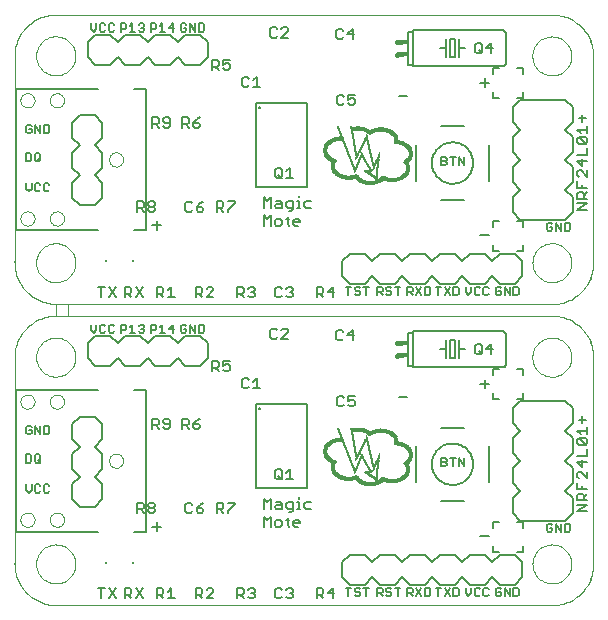
<source format=gto>
G75*
G70*
%OFA0B0*%
%FSLAX24Y24*%
%IPPOS*%
%LPD*%
%AMOC8*
5,1,8,0,0,1.08239X$1,22.5*
%
%ADD10C,0.0000*%
%ADD11C,0.0000*%
%ADD12C,0.0050*%
%ADD13C,0.0060*%
%ADD14R,0.0110X0.0005*%
%ADD15R,0.0210X0.0005*%
%ADD16R,0.0280X0.0005*%
%ADD17R,0.0325X0.0005*%
%ADD18R,0.0365X0.0005*%
%ADD19R,0.0410X0.0005*%
%ADD20R,0.0440X0.0005*%
%ADD21R,0.0470X0.0005*%
%ADD22R,0.0505X0.0005*%
%ADD23R,0.0530X0.0005*%
%ADD24R,0.0555X0.0005*%
%ADD25R,0.0580X0.0005*%
%ADD26R,0.0600X0.0005*%
%ADD27R,0.0625X0.0005*%
%ADD28R,0.0645X0.0005*%
%ADD29R,0.0665X0.0005*%
%ADD30R,0.0685X0.0005*%
%ADD31R,0.0705X0.0005*%
%ADD32R,0.0715X0.0005*%
%ADD33R,0.0735X0.0005*%
%ADD34R,0.0755X0.0005*%
%ADD35R,0.0090X0.0005*%
%ADD36R,0.0770X0.0005*%
%ADD37R,0.0190X0.0005*%
%ADD38R,0.0355X0.0005*%
%ADD39R,0.0360X0.0005*%
%ADD40R,0.0260X0.0005*%
%ADD41R,0.0315X0.0005*%
%ADD42R,0.0320X0.0005*%
%ADD43R,0.0295X0.0005*%
%ADD44R,0.0275X0.0005*%
%ADD45R,0.0400X0.0005*%
%ADD46R,0.0265X0.0005*%
%ADD47R,0.0435X0.0005*%
%ADD48R,0.0255X0.0005*%
%ADD49R,0.0465X0.0005*%
%ADD50R,0.0245X0.0005*%
%ADD51R,0.0495X0.0005*%
%ADD52R,0.0235X0.0005*%
%ADD53R,0.0525X0.0005*%
%ADD54R,0.0230X0.0005*%
%ADD55R,0.0240X0.0005*%
%ADD56R,0.0545X0.0005*%
%ADD57R,0.0820X0.0005*%
%ADD58R,0.0220X0.0005*%
%ADD59R,0.0025X0.0005*%
%ADD60R,0.0795X0.0005*%
%ADD61R,0.0215X0.0005*%
%ADD62R,0.0035X0.0005*%
%ADD63R,0.0040X0.0005*%
%ADD64R,0.0800X0.0005*%
%ADD65R,0.0205X0.0005*%
%ADD66R,0.0050X0.0005*%
%ADD67R,0.0805X0.0005*%
%ADD68R,0.0165X0.0005*%
%ADD69R,0.0055X0.0005*%
%ADD70R,0.0200X0.0005*%
%ADD71R,0.0060X0.0005*%
%ADD72R,0.0300X0.0005*%
%ADD73R,0.0195X0.0005*%
%ADD74R,0.0065X0.0005*%
%ADD75R,0.0345X0.0005*%
%ADD76R,0.0070X0.0005*%
%ADD77R,0.0385X0.0005*%
%ADD78R,0.0080X0.0005*%
%ADD79R,0.0425X0.0005*%
%ADD80R,0.0185X0.0005*%
%ADD81R,0.0085X0.0005*%
%ADD82R,0.0635X0.0005*%
%ADD83R,0.0810X0.0005*%
%ADD84R,0.0095X0.0005*%
%ADD85R,0.0335X0.0005*%
%ADD86R,0.0655X0.0005*%
%ADD87R,0.0105X0.0005*%
%ADD88R,0.0290X0.0005*%
%ADD89R,0.0660X0.0005*%
%ADD90R,0.0115X0.0005*%
%ADD91R,0.0285X0.0005*%
%ADD92R,0.0120X0.0005*%
%ADD93R,0.0270X0.0005*%
%ADD94R,0.0675X0.0005*%
%ADD95R,0.0130X0.0005*%
%ADD96R,0.0680X0.0005*%
%ADD97R,0.0135X0.0005*%
%ADD98R,0.0250X0.0005*%
%ADD99R,0.0140X0.0005*%
%ADD100R,0.0180X0.0005*%
%ADD101R,0.0695X0.0005*%
%ADD102R,0.0150X0.0005*%
%ADD103R,0.0160X0.0005*%
%ADD104R,0.0155X0.0005*%
%ADD105R,0.0145X0.0005*%
%ADD106R,0.0700X0.0005*%
%ADD107R,0.0225X0.0005*%
%ADD108R,0.0170X0.0005*%
%ADD109R,0.0100X0.0005*%
%ADD110R,0.0075X0.0005*%
%ADD111R,0.0720X0.0005*%
%ADD112R,0.0725X0.0005*%
%ADD113R,0.0340X0.0005*%
%ADD114R,0.0305X0.0005*%
%ADD115R,0.0175X0.0005*%
%ADD116R,0.0005X0.0005*%
%ADD117R,0.0010X0.0005*%
%ADD118R,0.0015X0.0005*%
%ADD119R,0.0020X0.0005*%
%ADD120R,0.0030X0.0005*%
%ADD121R,0.0125X0.0005*%
%ADD122R,0.0045X0.0005*%
%ADD123R,0.0370X0.0005*%
%ADD124R,0.0375X0.0005*%
%ADD125R,0.0350X0.0005*%
%ADD126R,0.0330X0.0005*%
%ADD127R,0.0485X0.0005*%
%ADD128R,0.0480X0.0005*%
%ADD129R,0.0460X0.0005*%
%ADD130R,0.0445X0.0005*%
%ADD131R,0.0310X0.0005*%
%ADD132R,0.0380X0.0005*%
%ADD133R,0.0415X0.0005*%
%ADD134R,0.0450X0.0005*%
%ADD135R,0.0490X0.0005*%
%ADD136R,0.0965X0.0005*%
%ADD137R,0.0975X0.0005*%
%ADD138R,0.0980X0.0005*%
%ADD139R,0.0990X0.0005*%
%ADD140R,0.1005X0.0005*%
%ADD141R,0.0615X0.0005*%
%ADD142R,0.0640X0.0005*%
%ADD143R,0.0605X0.0005*%
%ADD144R,0.0620X0.0005*%
%ADD145R,0.0590X0.0005*%
%ADD146R,0.0570X0.0005*%
%ADD147R,0.0540X0.0005*%
%ADD148R,0.0515X0.0005*%
%ADD149R,0.0565X0.0005*%
%ADD150R,0.0535X0.0005*%
%ADD151R,0.0395X0.0005*%
%ADD152R,0.0520X0.0005*%
%ADD153R,0.0500X0.0005*%
%ADD154R,0.0430X0.0005*%
%ADD155C,0.0080*%
%ADD156R,0.0079X0.0079*%
%ADD157C,0.0160*%
%ADD158R,0.0230X0.0160*%
%ADD159C,0.0000*%
%ADD160C,0.0050*%
%ADD161C,0.0060*%
%ADD162R,0.0110X0.0005*%
%ADD163R,0.0210X0.0005*%
%ADD164R,0.0280X0.0005*%
%ADD165R,0.0325X0.0005*%
%ADD166R,0.0365X0.0005*%
%ADD167R,0.0410X0.0005*%
%ADD168R,0.0440X0.0005*%
%ADD169R,0.0470X0.0005*%
%ADD170R,0.0505X0.0005*%
%ADD171R,0.0530X0.0005*%
%ADD172R,0.0555X0.0005*%
%ADD173R,0.0580X0.0005*%
%ADD174R,0.0600X0.0005*%
%ADD175R,0.0625X0.0005*%
%ADD176R,0.0645X0.0005*%
%ADD177R,0.0665X0.0005*%
%ADD178R,0.0685X0.0005*%
%ADD179R,0.0705X0.0005*%
%ADD180R,0.0715X0.0005*%
%ADD181R,0.0735X0.0005*%
%ADD182R,0.0755X0.0005*%
%ADD183R,0.0090X0.0005*%
%ADD184R,0.0770X0.0005*%
%ADD185R,0.0190X0.0005*%
%ADD186R,0.0355X0.0005*%
%ADD187R,0.0360X0.0005*%
%ADD188R,0.0260X0.0005*%
%ADD189R,0.0315X0.0005*%
%ADD190R,0.0320X0.0005*%
%ADD191R,0.0295X0.0005*%
%ADD192R,0.0275X0.0005*%
%ADD193R,0.0400X0.0005*%
%ADD194R,0.0265X0.0005*%
%ADD195R,0.0435X0.0005*%
%ADD196R,0.0255X0.0005*%
%ADD197R,0.0465X0.0005*%
%ADD198R,0.0245X0.0005*%
%ADD199R,0.0495X0.0005*%
%ADD200R,0.0235X0.0005*%
%ADD201R,0.0525X0.0005*%
%ADD202R,0.0230X0.0005*%
%ADD203R,0.0240X0.0005*%
%ADD204R,0.0545X0.0005*%
%ADD205R,0.0820X0.0005*%
%ADD206R,0.0220X0.0005*%
%ADD207R,0.0025X0.0005*%
%ADD208R,0.0795X0.0005*%
%ADD209R,0.0215X0.0005*%
%ADD210R,0.0035X0.0005*%
%ADD211R,0.0040X0.0005*%
%ADD212R,0.0800X0.0005*%
%ADD213R,0.0205X0.0005*%
%ADD214R,0.0050X0.0005*%
%ADD215R,0.0805X0.0005*%
%ADD216R,0.0165X0.0005*%
%ADD217R,0.0055X0.0005*%
%ADD218R,0.0200X0.0005*%
%ADD219R,0.0060X0.0005*%
%ADD220R,0.0300X0.0005*%
%ADD221R,0.0195X0.0005*%
%ADD222R,0.0065X0.0005*%
%ADD223R,0.0345X0.0005*%
%ADD224R,0.0070X0.0005*%
%ADD225R,0.0385X0.0005*%
%ADD226R,0.0080X0.0005*%
%ADD227R,0.0425X0.0005*%
%ADD228R,0.0185X0.0005*%
%ADD229R,0.0085X0.0005*%
%ADD230R,0.0635X0.0005*%
%ADD231R,0.0810X0.0005*%
%ADD232R,0.0095X0.0005*%
%ADD233R,0.0335X0.0005*%
%ADD234R,0.0655X0.0005*%
%ADD235R,0.0105X0.0005*%
%ADD236R,0.0290X0.0005*%
%ADD237R,0.0660X0.0005*%
%ADD238R,0.0115X0.0005*%
%ADD239R,0.0285X0.0005*%
%ADD240R,0.0120X0.0005*%
%ADD241R,0.0270X0.0005*%
%ADD242R,0.0675X0.0005*%
%ADD243R,0.0130X0.0005*%
%ADD244R,0.0680X0.0005*%
%ADD245R,0.0135X0.0005*%
%ADD246R,0.0250X0.0005*%
%ADD247R,0.0140X0.0005*%
%ADD248R,0.0180X0.0005*%
%ADD249R,0.0695X0.0005*%
%ADD250R,0.0150X0.0005*%
%ADD251R,0.0160X0.0005*%
%ADD252R,0.0155X0.0005*%
%ADD253R,0.0145X0.0005*%
%ADD254R,0.0700X0.0005*%
%ADD255R,0.0225X0.0005*%
%ADD256R,0.0170X0.0005*%
%ADD257R,0.0100X0.0005*%
%ADD258R,0.0075X0.0005*%
%ADD259R,0.0720X0.0005*%
%ADD260R,0.0725X0.0005*%
%ADD261R,0.0340X0.0005*%
%ADD262R,0.0305X0.0005*%
%ADD263R,0.0175X0.0005*%
%ADD264R,0.0005X0.0005*%
%ADD265R,0.0010X0.0005*%
%ADD266R,0.0015X0.0005*%
%ADD267R,0.0020X0.0005*%
%ADD268R,0.0030X0.0005*%
%ADD269R,0.0125X0.0005*%
%ADD270R,0.0045X0.0005*%
%ADD271R,0.0370X0.0005*%
%ADD272R,0.0375X0.0005*%
%ADD273R,0.0350X0.0005*%
%ADD274R,0.0330X0.0005*%
%ADD275R,0.0485X0.0005*%
%ADD276R,0.0480X0.0005*%
%ADD277R,0.0460X0.0005*%
%ADD278R,0.0445X0.0005*%
%ADD279R,0.0310X0.0005*%
%ADD280R,0.0380X0.0005*%
%ADD281R,0.0415X0.0005*%
%ADD282R,0.0450X0.0005*%
%ADD283R,0.0490X0.0005*%
%ADD284R,0.0965X0.0005*%
%ADD285R,0.0975X0.0005*%
%ADD286R,0.0980X0.0005*%
%ADD287R,0.0990X0.0005*%
%ADD288R,0.1005X0.0005*%
%ADD289R,0.0615X0.0005*%
%ADD290R,0.0640X0.0005*%
%ADD291R,0.0605X0.0005*%
%ADD292R,0.0620X0.0005*%
%ADD293R,0.0590X0.0005*%
%ADD294R,0.0570X0.0005*%
%ADD295R,0.0540X0.0005*%
%ADD296R,0.0515X0.0005*%
%ADD297R,0.0565X0.0005*%
%ADD298R,0.0535X0.0005*%
%ADD299R,0.0395X0.0005*%
%ADD300R,0.0520X0.0005*%
%ADD301R,0.0500X0.0005*%
%ADD302R,0.0430X0.0005*%
%ADD303C,0.0080*%
%ADD304R,0.0079X0.0079*%
%ADD305C,0.0160*%
%ADD306R,0.0230X0.0160*%
D10*
X000100Y001475D02*
X000100Y001517D01*
X000100Y008368D01*
X000100Y008371D01*
X000100Y008368D02*
X000102Y008440D01*
X000108Y008512D01*
X000117Y008584D01*
X000130Y008655D01*
X000147Y008725D01*
X000167Y008794D01*
X000192Y008862D01*
X000219Y008928D01*
X000250Y008994D01*
X000285Y009057D01*
X000322Y009119D01*
X000363Y009178D01*
X000407Y009235D01*
X000454Y009290D01*
X000504Y009342D01*
X000556Y009392D01*
X000611Y009439D01*
X000668Y009483D01*
X000727Y009524D01*
X000789Y009561D01*
X000852Y009596D01*
X000918Y009627D01*
X000984Y009654D01*
X001052Y009679D01*
X001121Y009699D01*
X001191Y009716D01*
X001262Y009729D01*
X001334Y009738D01*
X001406Y009744D01*
X001478Y009746D01*
X001478Y010139D01*
X001475Y010139D01*
X001475Y009746D02*
X001478Y009746D01*
X001872Y009746D02*
X018014Y009746D01*
X018014Y010139D02*
X001872Y010139D01*
X001872Y009746D01*
X001478Y010139D02*
X001405Y010142D01*
X001332Y010149D01*
X001260Y010159D01*
X001188Y010174D01*
X001117Y010192D01*
X001047Y010214D01*
X000979Y010239D01*
X000911Y010268D01*
X000846Y010300D01*
X000782Y010336D01*
X000720Y010375D01*
X000660Y010418D01*
X000603Y010463D01*
X000548Y010511D01*
X000496Y010562D01*
X000446Y010616D01*
X000399Y010673D01*
X000356Y010731D01*
X000315Y010792D01*
X000278Y010855D01*
X000244Y010920D01*
X000213Y010986D01*
X000186Y011054D01*
X000162Y011124D01*
X000143Y011194D01*
X000127Y011266D01*
X000114Y011338D01*
X000106Y011410D01*
X000101Y011484D01*
X000100Y011557D01*
X000100Y018407D01*
X000100Y018410D01*
X000100Y018407D02*
X000102Y018479D01*
X000108Y018551D01*
X000117Y018623D01*
X000130Y018694D01*
X000147Y018764D01*
X000167Y018833D01*
X000192Y018901D01*
X000219Y018967D01*
X000250Y019033D01*
X000285Y019096D01*
X000322Y019158D01*
X000363Y019217D01*
X000407Y019274D01*
X000454Y019329D01*
X000504Y019381D01*
X000556Y019431D01*
X000611Y019478D01*
X000668Y019522D01*
X000727Y019563D01*
X000789Y019600D01*
X000852Y019635D01*
X000918Y019666D01*
X000984Y019693D01*
X001052Y019718D01*
X001121Y019738D01*
X001191Y019755D01*
X001262Y019768D01*
X001334Y019777D01*
X001406Y019783D01*
X001478Y019785D01*
X018014Y019785D01*
X018086Y019783D01*
X018158Y019777D01*
X018230Y019768D01*
X018301Y019755D01*
X018371Y019738D01*
X018440Y019718D01*
X018508Y019693D01*
X018574Y019666D01*
X018640Y019635D01*
X018703Y019600D01*
X018765Y019563D01*
X018824Y019522D01*
X018881Y019478D01*
X018936Y019431D01*
X018988Y019381D01*
X019038Y019329D01*
X019085Y019274D01*
X019129Y019217D01*
X019170Y019158D01*
X019207Y019096D01*
X019242Y019033D01*
X019273Y018967D01*
X019300Y018901D01*
X019325Y018833D01*
X019345Y018764D01*
X019362Y018694D01*
X019375Y018623D01*
X019384Y018551D01*
X019390Y018479D01*
X019392Y018407D01*
X019391Y018407D02*
X019391Y011517D01*
X019392Y011517D02*
X019390Y011445D01*
X019384Y011373D01*
X019375Y011301D01*
X019362Y011230D01*
X019345Y011160D01*
X019325Y011091D01*
X019300Y011023D01*
X019273Y010957D01*
X019242Y010891D01*
X019207Y010828D01*
X019170Y010766D01*
X019129Y010707D01*
X019085Y010650D01*
X019038Y010595D01*
X018988Y010543D01*
X018936Y010493D01*
X018881Y010446D01*
X018824Y010402D01*
X018765Y010361D01*
X018703Y010324D01*
X018640Y010289D01*
X018574Y010258D01*
X018508Y010231D01*
X018440Y010206D01*
X018371Y010186D01*
X018301Y010169D01*
X018230Y010156D01*
X018158Y010147D01*
X018086Y010141D01*
X018014Y010139D01*
X018017Y010139D01*
X018014Y009746D02*
X018086Y009744D01*
X018158Y009738D01*
X018230Y009729D01*
X018301Y009716D01*
X018371Y009699D01*
X018440Y009679D01*
X018508Y009654D01*
X018574Y009627D01*
X018640Y009596D01*
X018703Y009561D01*
X018765Y009524D01*
X018824Y009483D01*
X018881Y009439D01*
X018936Y009392D01*
X018988Y009342D01*
X019038Y009290D01*
X019085Y009235D01*
X019129Y009178D01*
X019170Y009119D01*
X019207Y009057D01*
X019242Y008994D01*
X019273Y008928D01*
X019300Y008862D01*
X019325Y008794D01*
X019345Y008725D01*
X019362Y008655D01*
X019375Y008584D01*
X019384Y008512D01*
X019390Y008440D01*
X019392Y008368D01*
X019391Y008368D02*
X019391Y001478D01*
X019392Y001478D02*
X019390Y001406D01*
X019384Y001334D01*
X019375Y001262D01*
X019362Y001191D01*
X019345Y001121D01*
X019325Y001052D01*
X019300Y000984D01*
X019273Y000918D01*
X019242Y000852D01*
X019207Y000789D01*
X019170Y000727D01*
X019129Y000668D01*
X019085Y000611D01*
X019038Y000556D01*
X018988Y000504D01*
X018936Y000454D01*
X018881Y000407D01*
X018824Y000363D01*
X018765Y000322D01*
X018703Y000285D01*
X018640Y000250D01*
X018574Y000219D01*
X018508Y000192D01*
X018440Y000167D01*
X018371Y000147D01*
X018301Y000130D01*
X018230Y000117D01*
X018158Y000108D01*
X018086Y000102D01*
X018014Y000100D01*
X018017Y000100D01*
X018014Y000100D02*
X001478Y000100D01*
X001475Y000100D01*
X001478Y000100D02*
X001405Y000103D01*
X001332Y000110D01*
X001260Y000120D01*
X001188Y000135D01*
X001117Y000153D01*
X001047Y000175D01*
X000979Y000200D01*
X000911Y000229D01*
X000846Y000261D01*
X000782Y000297D01*
X000720Y000336D01*
X000660Y000379D01*
X000603Y000424D01*
X000548Y000472D01*
X000496Y000523D01*
X000446Y000577D01*
X000399Y000634D01*
X000356Y000692D01*
X000315Y000753D01*
X000278Y000816D01*
X000244Y000881D01*
X000213Y000947D01*
X000186Y001015D01*
X000162Y001085D01*
X000143Y001155D01*
X000127Y001227D01*
X000114Y001299D01*
X000106Y001371D01*
X000101Y001445D01*
X000100Y001518D01*
X000100Y011514D02*
X000100Y011557D01*
D11*
X1475Y100D02*
X1478Y100D01*
X18013Y100D01*
X18016Y100D01*
X17366Y1475D02*
X17368Y1525D01*
X17374Y1575D01*
X17384Y1625D01*
X17397Y1673D01*
X17414Y1721D01*
X17435Y1767D01*
X17459Y1811D01*
X17487Y1853D01*
X17518Y1893D01*
X17552Y1930D01*
X17589Y1965D01*
X17628Y1996D01*
X17669Y2025D01*
X17713Y2050D01*
X17759Y2072D01*
X17806Y2090D01*
X17854Y2104D01*
X17903Y2115D01*
X17953Y2122D01*
X18003Y2125D01*
X18054Y2124D01*
X18104Y2119D01*
X18154Y2110D01*
X18202Y2098D01*
X18250Y2081D01*
X18296Y2061D01*
X18341Y2038D01*
X18384Y2011D01*
X18424Y1981D01*
X18462Y1948D01*
X18497Y1912D01*
X18530Y1873D01*
X18559Y1832D01*
X18585Y1789D01*
X18608Y1744D01*
X18627Y1697D01*
X18642Y1649D01*
X18654Y1600D01*
X18662Y1550D01*
X18666Y1500D01*
X18666Y1450D01*
X18662Y1400D01*
X18654Y1350D01*
X18642Y1301D01*
X18627Y1253D01*
X18608Y1206D01*
X18585Y1161D01*
X18559Y1118D01*
X18530Y1077D01*
X18497Y1038D01*
X18462Y1002D01*
X18424Y969D01*
X18384Y939D01*
X18341Y912D01*
X18296Y889D01*
X18250Y869D01*
X18202Y852D01*
X18154Y840D01*
X18104Y831D01*
X18054Y826D01*
X18003Y825D01*
X17953Y828D01*
X17903Y835D01*
X17854Y846D01*
X17806Y860D01*
X17759Y878D01*
X17713Y900D01*
X17669Y925D01*
X17628Y954D01*
X17589Y985D01*
X17552Y1020D01*
X17518Y1057D01*
X17487Y1097D01*
X17459Y1139D01*
X17435Y1183D01*
X17414Y1229D01*
X17397Y1277D01*
X17384Y1325D01*
X17374Y1375D01*
X17368Y1425D01*
X17366Y1475D01*
X18013Y100D02*
X18085Y102D01*
X18157Y108D01*
X18229Y117D01*
X18300Y130D01*
X18370Y147D01*
X18439Y167D01*
X18507Y192D01*
X18573Y219D01*
X18639Y250D01*
X18702Y285D01*
X18764Y322D01*
X18823Y363D01*
X18880Y407D01*
X18935Y454D01*
X18987Y504D01*
X19037Y556D01*
X19084Y611D01*
X19128Y668D01*
X19169Y727D01*
X19206Y789D01*
X19241Y852D01*
X19272Y918D01*
X19299Y984D01*
X19324Y1052D01*
X19344Y1121D01*
X19361Y1191D01*
X19374Y1262D01*
X19383Y1334D01*
X19389Y1406D01*
X19391Y1478D01*
X19391Y8368D01*
X17363Y8368D02*
X17365Y8418D01*
X17371Y8468D01*
X17381Y8518D01*
X17394Y8566D01*
X17411Y8614D01*
X17432Y8660D01*
X17456Y8704D01*
X17484Y8746D01*
X17515Y8786D01*
X17549Y8823D01*
X17586Y8858D01*
X17625Y8889D01*
X17666Y8918D01*
X17710Y8943D01*
X17756Y8965D01*
X17803Y8983D01*
X17851Y8997D01*
X17900Y9008D01*
X17950Y9015D01*
X18000Y9018D01*
X18051Y9017D01*
X18101Y9012D01*
X18151Y9003D01*
X18199Y8991D01*
X18247Y8974D01*
X18293Y8954D01*
X18338Y8931D01*
X18381Y8904D01*
X18421Y8874D01*
X18459Y8841D01*
X18494Y8805D01*
X18527Y8766D01*
X18556Y8725D01*
X18582Y8682D01*
X18605Y8637D01*
X18624Y8590D01*
X18639Y8542D01*
X18651Y8493D01*
X18659Y8443D01*
X18663Y8393D01*
X18663Y8343D01*
X18659Y8293D01*
X18651Y8243D01*
X18639Y8194D01*
X18624Y8146D01*
X18605Y8099D01*
X18582Y8054D01*
X18556Y8011D01*
X18527Y7970D01*
X18494Y7931D01*
X18459Y7895D01*
X18421Y7862D01*
X18381Y7832D01*
X18338Y7805D01*
X18293Y7782D01*
X18247Y7762D01*
X18199Y7745D01*
X18151Y7733D01*
X18101Y7724D01*
X18051Y7719D01*
X18000Y7718D01*
X17950Y7721D01*
X17900Y7728D01*
X17851Y7739D01*
X17803Y7753D01*
X17756Y7771D01*
X17710Y7793D01*
X17666Y7818D01*
X17625Y7847D01*
X17586Y7878D01*
X17549Y7913D01*
X17515Y7950D01*
X17484Y7990D01*
X17456Y8032D01*
X17432Y8076D01*
X17411Y8122D01*
X17394Y8170D01*
X17381Y8218D01*
X17371Y8268D01*
X17365Y8318D01*
X17363Y8368D01*
X18013Y9746D02*
X18085Y9744D01*
X18157Y9738D01*
X18229Y9729D01*
X18300Y9716D01*
X18370Y9699D01*
X18439Y9679D01*
X18507Y9654D01*
X18573Y9627D01*
X18639Y9596D01*
X18702Y9561D01*
X18764Y9524D01*
X18823Y9483D01*
X18880Y9439D01*
X18935Y9392D01*
X18987Y9342D01*
X19037Y9290D01*
X19084Y9235D01*
X19128Y9178D01*
X19169Y9119D01*
X19206Y9057D01*
X19241Y8994D01*
X19272Y8928D01*
X19299Y8862D01*
X19324Y8794D01*
X19344Y8725D01*
X19361Y8655D01*
X19374Y8584D01*
X19383Y8512D01*
X19389Y8440D01*
X19391Y8368D01*
X18013Y9746D02*
X1478Y9746D01*
X825Y8371D02*
X827Y8421D01*
X833Y8471D01*
X843Y8521D01*
X856Y8569D01*
X873Y8617D01*
X894Y8663D01*
X918Y8707D01*
X946Y8749D01*
X977Y8789D01*
X1011Y8826D01*
X1048Y8861D01*
X1087Y8892D01*
X1128Y8921D01*
X1172Y8946D01*
X1218Y8968D01*
X1265Y8986D01*
X1313Y9000D01*
X1362Y9011D01*
X1412Y9018D01*
X1462Y9021D01*
X1513Y9020D01*
X1563Y9015D01*
X1613Y9006D01*
X1661Y8994D01*
X1709Y8977D01*
X1755Y8957D01*
X1800Y8934D01*
X1843Y8907D01*
X1883Y8877D01*
X1921Y8844D01*
X1956Y8808D01*
X1989Y8769D01*
X2018Y8728D01*
X2044Y8685D01*
X2067Y8640D01*
X2086Y8593D01*
X2101Y8545D01*
X2113Y8496D01*
X2121Y8446D01*
X2125Y8396D01*
X2125Y8346D01*
X2121Y8296D01*
X2113Y8246D01*
X2101Y8197D01*
X2086Y8149D01*
X2067Y8102D01*
X2044Y8057D01*
X2018Y8014D01*
X1989Y7973D01*
X1956Y7934D01*
X1921Y7898D01*
X1883Y7865D01*
X1843Y7835D01*
X1800Y7808D01*
X1755Y7785D01*
X1709Y7765D01*
X1661Y7748D01*
X1613Y7736D01*
X1563Y7727D01*
X1513Y7722D01*
X1462Y7721D01*
X1412Y7724D01*
X1362Y7731D01*
X1313Y7742D01*
X1265Y7756D01*
X1218Y7774D01*
X1172Y7796D01*
X1128Y7821D01*
X1087Y7850D01*
X1048Y7881D01*
X1011Y7916D01*
X977Y7953D01*
X946Y7993D01*
X918Y8035D01*
X894Y8079D01*
X873Y8125D01*
X856Y8173D01*
X843Y8221D01*
X833Y8271D01*
X827Y8321D01*
X825Y8371D01*
X100Y8368D02*
X102Y8440D01*
X108Y8512D01*
X117Y8584D01*
X130Y8655D01*
X147Y8725D01*
X167Y8794D01*
X192Y8862D01*
X219Y8928D01*
X250Y8994D01*
X285Y9057D01*
X322Y9119D01*
X363Y9178D01*
X407Y9235D01*
X454Y9290D01*
X504Y9342D01*
X556Y9392D01*
X611Y9439D01*
X668Y9483D01*
X727Y9524D01*
X789Y9561D01*
X852Y9596D01*
X918Y9627D01*
X984Y9654D01*
X1052Y9679D01*
X1121Y9699D01*
X1191Y9716D01*
X1262Y9729D01*
X1334Y9738D01*
X1406Y9744D01*
X1478Y9746D01*
X100Y8371D02*
X100Y8368D01*
X100Y1518D01*
X100Y1475D01*
X825Y1475D02*
X827Y1525D01*
X833Y1575D01*
X843Y1625D01*
X856Y1673D01*
X873Y1721D01*
X894Y1767D01*
X918Y1811D01*
X946Y1853D01*
X977Y1893D01*
X1011Y1930D01*
X1048Y1965D01*
X1087Y1996D01*
X1128Y2025D01*
X1172Y2050D01*
X1218Y2072D01*
X1265Y2090D01*
X1313Y2104D01*
X1362Y2115D01*
X1412Y2122D01*
X1462Y2125D01*
X1513Y2124D01*
X1563Y2119D01*
X1613Y2110D01*
X1661Y2098D01*
X1709Y2081D01*
X1755Y2061D01*
X1800Y2038D01*
X1843Y2011D01*
X1883Y1981D01*
X1921Y1948D01*
X1956Y1912D01*
X1989Y1873D01*
X2018Y1832D01*
X2044Y1789D01*
X2067Y1744D01*
X2086Y1697D01*
X2101Y1649D01*
X2113Y1600D01*
X2121Y1550D01*
X2125Y1500D01*
X2125Y1450D01*
X2121Y1400D01*
X2113Y1350D01*
X2101Y1301D01*
X2086Y1253D01*
X2067Y1206D01*
X2044Y1161D01*
X2018Y1118D01*
X1989Y1077D01*
X1956Y1038D01*
X1921Y1002D01*
X1883Y969D01*
X1843Y939D01*
X1800Y912D01*
X1755Y889D01*
X1709Y869D01*
X1661Y852D01*
X1613Y840D01*
X1563Y831D01*
X1513Y826D01*
X1462Y825D01*
X1412Y828D01*
X1362Y835D01*
X1313Y846D01*
X1265Y860D01*
X1218Y878D01*
X1172Y900D01*
X1128Y925D01*
X1087Y954D01*
X1048Y985D01*
X1011Y1020D01*
X977Y1057D01*
X946Y1097D01*
X918Y1139D01*
X894Y1183D01*
X873Y1229D01*
X856Y1277D01*
X843Y1325D01*
X833Y1375D01*
X827Y1425D01*
X825Y1475D01*
X99Y1518D02*
X100Y1445D01*
X105Y1371D01*
X113Y1299D01*
X126Y1227D01*
X142Y1155D01*
X161Y1085D01*
X185Y1015D01*
X212Y947D01*
X243Y881D01*
X277Y816D01*
X314Y753D01*
X355Y692D01*
X398Y634D01*
X445Y577D01*
X495Y523D01*
X547Y472D01*
X602Y424D01*
X659Y379D01*
X719Y336D01*
X781Y297D01*
X845Y261D01*
X910Y229D01*
X978Y200D01*
X1046Y175D01*
X1116Y153D01*
X1187Y135D01*
X1259Y120D01*
X1331Y110D01*
X1404Y103D01*
X1477Y100D01*
X1281Y2951D02*
X1283Y2981D01*
X1289Y3011D01*
X1298Y3040D01*
X1311Y3067D01*
X1328Y3092D01*
X1347Y3115D01*
X1370Y3136D01*
X1395Y3153D01*
X1421Y3167D01*
X1450Y3177D01*
X1479Y3184D01*
X1509Y3187D01*
X1540Y3186D01*
X1570Y3181D01*
X1599Y3172D01*
X1626Y3160D01*
X1652Y3145D01*
X1676Y3126D01*
X1697Y3104D01*
X1715Y3080D01*
X1730Y3053D01*
X1741Y3025D01*
X1749Y2996D01*
X1753Y2966D01*
X1753Y2936D01*
X1749Y2906D01*
X1741Y2877D01*
X1730Y2849D01*
X1715Y2822D01*
X1697Y2798D01*
X1676Y2776D01*
X1652Y2757D01*
X1626Y2742D01*
X1599Y2730D01*
X1570Y2721D01*
X1540Y2716D01*
X1509Y2715D01*
X1479Y2718D01*
X1450Y2725D01*
X1421Y2735D01*
X1395Y2749D01*
X1370Y2766D01*
X1347Y2787D01*
X1328Y2810D01*
X1311Y2835D01*
X1298Y2862D01*
X1289Y2891D01*
X1283Y2921D01*
X1281Y2951D01*
X297Y2951D02*
X299Y2981D01*
X305Y3011D01*
X314Y3040D01*
X327Y3067D01*
X344Y3092D01*
X363Y3115D01*
X386Y3136D01*
X411Y3153D01*
X437Y3167D01*
X466Y3177D01*
X495Y3184D01*
X525Y3187D01*
X556Y3186D01*
X586Y3181D01*
X615Y3172D01*
X642Y3160D01*
X668Y3145D01*
X692Y3126D01*
X713Y3104D01*
X731Y3080D01*
X746Y3053D01*
X757Y3025D01*
X765Y2996D01*
X769Y2966D01*
X769Y2936D01*
X765Y2906D01*
X757Y2877D01*
X746Y2849D01*
X731Y2822D01*
X713Y2798D01*
X692Y2776D01*
X668Y2757D01*
X642Y2742D01*
X615Y2730D01*
X586Y2721D01*
X556Y2716D01*
X525Y2715D01*
X495Y2718D01*
X466Y2725D01*
X437Y2735D01*
X411Y2749D01*
X386Y2766D01*
X363Y2787D01*
X344Y2810D01*
X327Y2835D01*
X314Y2862D01*
X305Y2891D01*
X299Y2921D01*
X297Y2951D01*
X3250Y4919D02*
X3252Y4949D01*
X3258Y4979D01*
X3267Y5008D01*
X3280Y5035D01*
X3297Y5060D01*
X3316Y5083D01*
X3339Y5104D01*
X3364Y5121D01*
X3390Y5135D01*
X3419Y5145D01*
X3448Y5152D01*
X3478Y5155D01*
X3509Y5154D01*
X3539Y5149D01*
X3568Y5140D01*
X3595Y5128D01*
X3621Y5113D01*
X3645Y5094D01*
X3666Y5072D01*
X3684Y5048D01*
X3699Y5021D01*
X3710Y4993D01*
X3718Y4964D01*
X3722Y4934D01*
X3722Y4904D01*
X3718Y4874D01*
X3710Y4845D01*
X3699Y4817D01*
X3684Y4790D01*
X3666Y4766D01*
X3645Y4744D01*
X3621Y4725D01*
X3595Y4710D01*
X3568Y4698D01*
X3539Y4689D01*
X3509Y4684D01*
X3478Y4683D01*
X3448Y4686D01*
X3419Y4693D01*
X3390Y4703D01*
X3364Y4717D01*
X3339Y4734D01*
X3316Y4755D01*
X3297Y4778D01*
X3280Y4803D01*
X3267Y4830D01*
X3258Y4859D01*
X3252Y4889D01*
X3250Y4919D01*
X1281Y6888D02*
X1283Y6918D01*
X1289Y6948D01*
X1298Y6977D01*
X1311Y7004D01*
X1328Y7029D01*
X1347Y7052D01*
X1370Y7073D01*
X1395Y7090D01*
X1421Y7104D01*
X1450Y7114D01*
X1479Y7121D01*
X1509Y7124D01*
X1540Y7123D01*
X1570Y7118D01*
X1599Y7109D01*
X1626Y7097D01*
X1652Y7082D01*
X1676Y7063D01*
X1697Y7041D01*
X1715Y7017D01*
X1730Y6990D01*
X1741Y6962D01*
X1749Y6933D01*
X1753Y6903D01*
X1753Y6873D01*
X1749Y6843D01*
X1741Y6814D01*
X1730Y6786D01*
X1715Y6759D01*
X1697Y6735D01*
X1676Y6713D01*
X1652Y6694D01*
X1626Y6679D01*
X1599Y6667D01*
X1570Y6658D01*
X1540Y6653D01*
X1509Y6652D01*
X1479Y6655D01*
X1450Y6662D01*
X1421Y6672D01*
X1395Y6686D01*
X1370Y6703D01*
X1347Y6724D01*
X1328Y6747D01*
X1311Y6772D01*
X1298Y6799D01*
X1289Y6828D01*
X1283Y6858D01*
X1281Y6888D01*
X297Y6888D02*
X299Y6918D01*
X305Y6948D01*
X314Y6977D01*
X327Y7004D01*
X344Y7029D01*
X363Y7052D01*
X386Y7073D01*
X411Y7090D01*
X437Y7104D01*
X466Y7114D01*
X495Y7121D01*
X525Y7124D01*
X556Y7123D01*
X586Y7118D01*
X615Y7109D01*
X642Y7097D01*
X668Y7082D01*
X692Y7063D01*
X713Y7041D01*
X731Y7017D01*
X746Y6990D01*
X757Y6962D01*
X765Y6933D01*
X769Y6903D01*
X769Y6873D01*
X765Y6843D01*
X757Y6814D01*
X746Y6786D01*
X731Y6759D01*
X713Y6735D01*
X692Y6713D01*
X668Y6694D01*
X642Y6679D01*
X615Y6667D01*
X586Y6658D01*
X556Y6653D01*
X525Y6652D01*
X495Y6655D01*
X466Y6662D01*
X437Y6672D01*
X411Y6686D01*
X386Y6703D01*
X363Y6724D01*
X344Y6747D01*
X327Y6772D01*
X314Y6799D01*
X305Y6828D01*
X299Y6858D01*
X297Y6888D01*
D12*
X536Y6075D02*
X491Y6030D01*
X491Y5850D01*
X536Y5805D01*
X626Y5805D01*
X671Y5850D01*
X671Y5940D01*
X581Y5940D01*
X671Y6030D02*
X626Y6075D01*
X536Y6075D01*
X785Y6075D02*
X966Y5805D01*
X966Y6075D01*
X1080Y6075D02*
X1215Y6075D01*
X1260Y6030D01*
X1260Y5850D01*
X1215Y5805D01*
X1080Y5805D01*
X1080Y6075D01*
X785Y6075D02*
X785Y5805D01*
X825Y5125D02*
X915Y5125D01*
X960Y5080D01*
X960Y4900D01*
X915Y4855D01*
X825Y4855D01*
X780Y4900D01*
X780Y5080D01*
X825Y5125D01*
X666Y5080D02*
X621Y5125D01*
X485Y5125D01*
X485Y4855D01*
X621Y4855D01*
X666Y4900D01*
X666Y5080D01*
X870Y4945D02*
X960Y4855D01*
X921Y4125D02*
X830Y4125D01*
X785Y4080D01*
X785Y3900D01*
X830Y3855D01*
X921Y3855D01*
X966Y3900D01*
X1080Y3900D02*
X1125Y3855D01*
X1215Y3855D01*
X1260Y3900D01*
X1080Y3900D02*
X1080Y4080D01*
X1125Y4125D01*
X1215Y4125D01*
X1260Y4080D01*
X966Y4080D02*
X921Y4125D01*
X671Y4125D02*
X671Y3945D01*
X581Y3855D01*
X491Y3945D01*
X491Y4125D01*
X8134Y3993D02*
X8134Y6808D01*
X9866Y6808D01*
X9866Y3993D01*
X8134Y3993D01*
X8251Y6650D02*
X8253Y6658D01*
X8258Y6665D01*
X8265Y6669D01*
X8273Y6670D01*
X8281Y6667D01*
X8287Y6662D01*
X8291Y6654D01*
X8291Y6646D01*
X8287Y6638D01*
X8281Y6633D01*
X8273Y6630D01*
X8265Y6631D01*
X8258Y6635D01*
X8253Y6642D01*
X8251Y6650D01*
X6373Y9182D02*
X6238Y9182D01*
X6238Y9452D01*
X6373Y9452D01*
X6418Y9407D01*
X6418Y9227D01*
X6373Y9182D01*
X6123Y9182D02*
X6123Y9452D01*
X5943Y9452D02*
X6123Y9182D01*
X5943Y9182D02*
X5943Y9452D01*
X5829Y9407D02*
X5784Y9452D01*
X5694Y9452D01*
X5649Y9407D01*
X5649Y9227D01*
X5694Y9182D01*
X5784Y9182D01*
X5829Y9227D01*
X5829Y9317D01*
X5739Y9317D01*
X5418Y9317D02*
X5238Y9317D01*
X5373Y9452D01*
X5373Y9182D01*
X5123Y9182D02*
X4943Y9182D01*
X5033Y9182D02*
X5033Y9452D01*
X4943Y9362D01*
X4829Y9407D02*
X4784Y9452D01*
X4649Y9452D01*
X4649Y9182D01*
X4649Y9272D02*
X4784Y9272D01*
X4829Y9317D01*
X4829Y9407D01*
X4417Y9407D02*
X4417Y9362D01*
X4371Y9317D01*
X4417Y9272D01*
X4417Y9227D01*
X4371Y9182D01*
X4281Y9182D01*
X4236Y9227D01*
X4122Y9182D02*
X3942Y9182D01*
X4032Y9182D02*
X4032Y9452D01*
X3942Y9362D01*
X3827Y9407D02*
X3827Y9317D01*
X3782Y9272D01*
X3647Y9272D01*
X3647Y9182D02*
X3647Y9452D01*
X3782Y9452D01*
X3827Y9407D01*
X4236Y9407D02*
X4281Y9452D01*
X4371Y9452D01*
X4417Y9407D01*
X4371Y9317D02*
X4326Y9317D01*
X3417Y9407D02*
X3371Y9452D01*
X3281Y9452D01*
X3236Y9407D01*
X3236Y9227D01*
X3281Y9182D01*
X3371Y9182D01*
X3417Y9227D01*
X3122Y9227D02*
X3077Y9182D01*
X2987Y9182D01*
X2942Y9227D01*
X2942Y9407D01*
X2987Y9452D01*
X3077Y9452D01*
X3122Y9407D01*
X2827Y9452D02*
X2827Y9272D01*
X2737Y9182D01*
X2647Y9272D01*
X2647Y9452D01*
X14325Y4995D02*
X14325Y4725D01*
X14460Y4725D01*
X14505Y4770D01*
X14505Y4815D01*
X14460Y4860D01*
X14325Y4860D01*
X14460Y4860D02*
X14505Y4905D01*
X14505Y4950D01*
X14460Y4995D01*
X14325Y4995D01*
X14619Y4995D02*
X14800Y4995D01*
X14709Y4995D02*
X14709Y4725D01*
X14914Y4725D02*
X14914Y4995D01*
X15094Y4725D01*
X15094Y4995D01*
X17847Y2771D02*
X17847Y2591D01*
X17892Y2546D01*
X17982Y2546D01*
X18027Y2591D01*
X18027Y2681D01*
X17937Y2681D01*
X18027Y2771D02*
X17982Y2816D01*
X17892Y2816D01*
X17847Y2771D01*
X18141Y2816D02*
X18322Y2546D01*
X18322Y2816D01*
X18436Y2816D02*
X18571Y2816D01*
X18616Y2771D01*
X18616Y2591D01*
X18571Y2546D01*
X18436Y2546D01*
X18436Y2816D01*
X18141Y2816D02*
X18141Y2546D01*
X16865Y675D02*
X16730Y675D01*
X16730Y405D01*
X16865Y405D01*
X16910Y450D01*
X16910Y630D01*
X16865Y675D01*
X16616Y675D02*
X16616Y405D01*
X16435Y675D01*
X16435Y405D01*
X16321Y450D02*
X16276Y405D01*
X16186Y405D01*
X16141Y450D01*
X16141Y630D01*
X16186Y675D01*
X16276Y675D01*
X16321Y630D01*
X16321Y540D02*
X16231Y540D01*
X16321Y540D02*
X16321Y450D01*
X15910Y450D02*
X15865Y405D01*
X15775Y405D01*
X15730Y450D01*
X15730Y630D01*
X15775Y675D01*
X15865Y675D01*
X15910Y630D01*
X15616Y630D02*
X15571Y675D01*
X15480Y675D01*
X15435Y630D01*
X15435Y450D01*
X15480Y405D01*
X15571Y405D01*
X15616Y450D01*
X15321Y495D02*
X15321Y675D01*
X15141Y675D02*
X15141Y495D01*
X15231Y405D01*
X15321Y495D01*
X14910Y450D02*
X14865Y405D01*
X14730Y405D01*
X14730Y675D01*
X14865Y675D01*
X14910Y630D01*
X14910Y450D01*
X14616Y405D02*
X14435Y675D01*
X14321Y675D02*
X14141Y675D01*
X14231Y675D02*
X14231Y405D01*
X14435Y405D02*
X14616Y675D01*
X13960Y630D02*
X13960Y450D01*
X13915Y405D01*
X13780Y405D01*
X13780Y675D01*
X13915Y675D01*
X13960Y630D01*
X13666Y675D02*
X13485Y405D01*
X13371Y405D02*
X13281Y495D01*
X13326Y495D02*
X13191Y495D01*
X13191Y405D02*
X13191Y675D01*
X13326Y675D01*
X13371Y630D01*
X13371Y540D01*
X13326Y495D01*
X13485Y675D02*
X13666Y405D01*
X12960Y675D02*
X12780Y675D01*
X12870Y675D02*
X12870Y405D01*
X12666Y450D02*
X12621Y405D01*
X12530Y405D01*
X12485Y450D01*
X12530Y540D02*
X12621Y540D01*
X12666Y495D01*
X12666Y450D01*
X12530Y540D02*
X12485Y585D01*
X12485Y630D01*
X12530Y675D01*
X12621Y675D01*
X12666Y630D01*
X12371Y630D02*
X12371Y540D01*
X12326Y495D01*
X12191Y495D01*
X12191Y405D02*
X12191Y675D01*
X12326Y675D01*
X12371Y630D01*
X12281Y495D02*
X12371Y405D01*
X11820Y405D02*
X11820Y675D01*
X11730Y675D02*
X11910Y675D01*
X11616Y630D02*
X11571Y675D01*
X11480Y675D01*
X11435Y630D01*
X11435Y585D01*
X11480Y540D01*
X11571Y540D01*
X11616Y495D01*
X11616Y450D01*
X11571Y405D01*
X11480Y405D01*
X11435Y450D01*
X11231Y405D02*
X11231Y675D01*
X11141Y675D02*
X11321Y675D01*
D13*
X10764Y497D02*
X10537Y497D01*
X10708Y667D01*
X10708Y327D01*
X10396Y327D02*
X10283Y440D01*
X10339Y440D02*
X10169Y440D01*
X10169Y327D02*
X10169Y667D01*
X10339Y667D01*
X10396Y611D01*
X10396Y497D01*
X10339Y440D01*
X9386Y440D02*
X9386Y384D01*
X9330Y327D01*
X9216Y327D01*
X9159Y384D01*
X9018Y384D02*
X8961Y327D01*
X8848Y327D01*
X8791Y384D01*
X8791Y611D01*
X8848Y667D01*
X8961Y667D01*
X9018Y611D01*
X9159Y611D02*
X9216Y667D01*
X9330Y667D01*
X9386Y611D01*
X9386Y554D01*
X9330Y497D01*
X9386Y440D01*
X9330Y497D02*
X9273Y497D01*
X8107Y440D02*
X8107Y384D01*
X8050Y327D01*
X7937Y327D01*
X7880Y384D01*
X7738Y327D02*
X7625Y440D01*
X7682Y440D02*
X7512Y440D01*
X7512Y327D02*
X7512Y667D01*
X7682Y667D01*
X7738Y611D01*
X7738Y497D01*
X7682Y440D01*
X7880Y611D02*
X7937Y667D01*
X8050Y667D01*
X8107Y611D01*
X8107Y554D01*
X8050Y497D01*
X8107Y440D01*
X8050Y497D02*
X7993Y497D01*
X6729Y554D02*
X6729Y611D01*
X6672Y667D01*
X6559Y667D01*
X6502Y611D01*
X6361Y611D02*
X6361Y497D01*
X6304Y440D01*
X6134Y440D01*
X6134Y327D02*
X6134Y667D01*
X6304Y667D01*
X6361Y611D01*
X6247Y440D02*
X6361Y327D01*
X6502Y327D02*
X6729Y554D01*
X6729Y327D02*
X6502Y327D01*
X5435Y329D02*
X5208Y329D01*
X5321Y329D02*
X5321Y670D01*
X5208Y556D01*
X5066Y613D02*
X5066Y499D01*
X5009Y443D01*
X4839Y443D01*
X4839Y329D02*
X4839Y670D01*
X5009Y670D01*
X5066Y613D01*
X4953Y443D02*
X5066Y329D01*
X4367Y327D02*
X4140Y667D01*
X3998Y611D02*
X3998Y497D01*
X3942Y440D01*
X3771Y440D01*
X3771Y327D02*
X3771Y667D01*
X3942Y667D01*
X3998Y611D01*
X3885Y440D02*
X3998Y327D01*
X4140Y327D02*
X4367Y667D01*
X3481Y667D02*
X3254Y327D01*
X3481Y327D02*
X3254Y667D01*
X3112Y667D02*
X2886Y667D01*
X2999Y667D02*
X2999Y327D01*
X4193Y3180D02*
X4193Y3520D01*
X4363Y3520D01*
X4420Y3464D01*
X4420Y3350D01*
X4363Y3294D01*
X4193Y3294D01*
X4307Y3294D02*
X4420Y3180D01*
X4561Y3237D02*
X4561Y3294D01*
X4618Y3350D01*
X4732Y3350D01*
X4788Y3294D01*
X4788Y3237D01*
X4732Y3180D01*
X4618Y3180D01*
X4561Y3237D01*
X4618Y3350D02*
X4561Y3407D01*
X4561Y3464D01*
X4618Y3520D01*
X4732Y3520D01*
X4788Y3464D01*
X4788Y3407D01*
X4732Y3350D01*
X5799Y3454D02*
X5799Y3227D01*
X5856Y3171D01*
X5970Y3171D01*
X6026Y3227D01*
X6168Y3227D02*
X6168Y3341D01*
X6338Y3341D01*
X6395Y3284D01*
X6395Y3227D01*
X6338Y3171D01*
X6224Y3171D01*
X6168Y3227D01*
X6168Y3341D02*
X6281Y3454D01*
X6395Y3511D01*
X6026Y3454D02*
X5970Y3511D01*
X5856Y3511D01*
X5799Y3454D01*
X6839Y3523D02*
X6839Y3183D01*
X6839Y3296D02*
X7009Y3296D01*
X7066Y3353D01*
X7066Y3467D01*
X7009Y3523D01*
X6839Y3523D01*
X7207Y3523D02*
X7434Y3523D01*
X7434Y3467D01*
X7207Y3240D01*
X7207Y3183D01*
X7066Y3183D02*
X6953Y3296D01*
X8407Y3313D02*
X8407Y3653D01*
X8520Y3540D01*
X8634Y3653D01*
X8634Y3313D01*
X8775Y3370D02*
X8832Y3427D01*
X9002Y3427D01*
X9002Y3483D02*
X9002Y3313D01*
X8832Y3313D01*
X8775Y3370D01*
X8945Y3540D02*
X9002Y3483D01*
X8945Y3540D02*
X8832Y3540D01*
X9143Y3483D02*
X9143Y3370D01*
X9200Y3313D01*
X9370Y3313D01*
X9370Y3256D02*
X9370Y3540D01*
X9200Y3540D01*
X9143Y3483D01*
X9257Y3200D02*
X9314Y3200D01*
X9370Y3256D01*
X9512Y3313D02*
X9625Y3313D01*
X9568Y3313D02*
X9568Y3540D01*
X9512Y3540D01*
X9568Y3653D02*
X9568Y3710D01*
X9757Y3483D02*
X9757Y3370D01*
X9814Y3313D01*
X9984Y3313D01*
X9814Y3540D02*
X9757Y3483D01*
X9814Y3540D02*
X9984Y3540D01*
X9559Y2940D02*
X9616Y2883D01*
X9616Y2827D01*
X9389Y2827D01*
X9389Y2883D02*
X9389Y2770D01*
X9446Y2713D01*
X9559Y2713D01*
X9257Y2713D02*
X9200Y2770D01*
X9200Y2997D01*
X9143Y2940D02*
X9257Y2940D01*
X9389Y2883D02*
X9446Y2940D01*
X9559Y2940D01*
X9002Y2883D02*
X9002Y2770D01*
X8945Y2713D01*
X8832Y2713D01*
X8775Y2770D01*
X8775Y2883D01*
X8832Y2940D01*
X8945Y2940D01*
X9002Y2883D01*
X8634Y3053D02*
X8634Y2713D01*
X8407Y2713D02*
X8407Y3053D01*
X8520Y2940D01*
X8634Y3053D01*
X8842Y4297D02*
X8786Y4354D01*
X8786Y4581D01*
X8842Y4638D01*
X8956Y4638D01*
X9013Y4581D01*
X9013Y4354D01*
X8956Y4297D01*
X8842Y4297D01*
X8899Y4411D02*
X9013Y4297D01*
X9154Y4297D02*
X9381Y4297D01*
X9267Y4297D02*
X9267Y4638D01*
X9154Y4524D01*
X6288Y6037D02*
X6288Y6094D01*
X6232Y6150D01*
X6061Y6150D01*
X6061Y6037D01*
X6118Y5980D01*
X6232Y5980D01*
X6288Y6037D01*
X6175Y6264D02*
X6061Y6150D01*
X5920Y6150D02*
X5920Y6264D01*
X5863Y6320D01*
X5693Y6320D01*
X5693Y5980D01*
X5693Y6094D02*
X5863Y6094D01*
X5920Y6150D01*
X5807Y6094D02*
X5920Y5980D01*
X6175Y6264D02*
X6288Y6320D01*
X5288Y6264D02*
X5288Y6037D01*
X5232Y5980D01*
X5118Y5980D01*
X5061Y6037D01*
X5118Y6150D02*
X5061Y6207D01*
X5061Y6264D01*
X5118Y6320D01*
X5232Y6320D01*
X5288Y6264D01*
X5288Y6150D02*
X5118Y6150D01*
X4920Y6150D02*
X4920Y6264D01*
X4863Y6320D01*
X4693Y6320D01*
X4693Y5980D01*
X4693Y6094D02*
X4863Y6094D01*
X4920Y6150D01*
X4807Y6094D02*
X4920Y5980D01*
X7693Y7387D02*
X7693Y7614D01*
X7750Y7670D01*
X7863Y7670D01*
X7920Y7614D01*
X8061Y7557D02*
X8175Y7670D01*
X8175Y7330D01*
X8288Y7330D02*
X8061Y7330D01*
X7920Y7387D02*
X7863Y7330D01*
X7750Y7330D01*
X7693Y7387D01*
X7214Y7898D02*
X7101Y7898D01*
X7044Y7955D01*
X7044Y8068D02*
X7158Y8125D01*
X7214Y8125D01*
X7271Y8068D01*
X7271Y7955D01*
X7214Y7898D01*
X6903Y7898D02*
X6789Y8012D01*
X6846Y8012D02*
X6676Y8012D01*
X6676Y7898D02*
X6676Y8239D01*
X6846Y8239D01*
X6903Y8182D01*
X6903Y8068D01*
X6846Y8012D01*
X7044Y8068D02*
X7044Y8239D01*
X7271Y8239D01*
X8630Y9037D02*
X8686Y8980D01*
X8800Y8980D01*
X8857Y9037D01*
X8998Y8980D02*
X9225Y9207D01*
X9225Y9264D01*
X9168Y9320D01*
X9055Y9320D01*
X8998Y9264D01*
X8857Y9264D02*
X8800Y9320D01*
X8686Y9320D01*
X8630Y9264D01*
X8630Y9037D01*
X8998Y8980D02*
X9225Y8980D01*
X10830Y8987D02*
X10886Y8930D01*
X11000Y8930D01*
X11057Y8987D01*
X11198Y9100D02*
X11425Y9100D01*
X11368Y8930D02*
X11368Y9270D01*
X11198Y9100D01*
X11057Y9214D02*
X11000Y9270D01*
X10886Y9270D01*
X10830Y9214D01*
X10830Y8987D01*
X13228Y9179D02*
X13228Y8079D01*
X13378Y8079D01*
X13378Y9179D01*
X13378Y9229D01*
X16378Y9229D01*
X16395Y9227D01*
X16412Y9223D01*
X16428Y9216D01*
X16442Y9206D01*
X16455Y9193D01*
X16465Y9179D01*
X16472Y9163D01*
X16476Y9146D01*
X16478Y9129D01*
X16478Y8129D01*
X16476Y8112D01*
X16472Y8095D01*
X16465Y8079D01*
X16455Y8065D01*
X16442Y8052D01*
X16428Y8042D01*
X16412Y8035D01*
X16395Y8031D01*
X16378Y8029D01*
X13378Y8029D01*
X13378Y8079D01*
X14278Y8629D02*
X14478Y8629D01*
X14478Y8329D01*
X14628Y8329D02*
X14778Y8329D01*
X14778Y8929D01*
X14628Y8929D01*
X14628Y8329D01*
X14928Y8329D02*
X14928Y8629D01*
X15128Y8629D01*
X14928Y8629D02*
X14928Y8929D01*
X14478Y8929D02*
X14478Y8629D01*
X15458Y8516D02*
X15515Y8459D01*
X15628Y8459D01*
X15685Y8516D01*
X15685Y8743D01*
X15628Y8799D01*
X15515Y8799D01*
X15458Y8743D01*
X15458Y8516D01*
X15572Y8572D02*
X15685Y8459D01*
X15826Y8629D02*
X16053Y8629D01*
X15997Y8459D02*
X15997Y8799D01*
X15826Y8629D01*
X16037Y7982D02*
X16037Y7782D01*
X16037Y7982D02*
X16237Y7982D01*
X16837Y7982D02*
X17037Y7982D01*
X17037Y7782D01*
X17037Y7182D02*
X17037Y6982D01*
X16837Y6982D01*
X16964Y6916D02*
X18464Y6916D01*
X18714Y6666D01*
X18714Y6166D01*
X18464Y5916D01*
X18714Y5666D01*
X18714Y5166D01*
X18464Y4916D01*
X18714Y4666D01*
X18714Y4166D01*
X18464Y3916D01*
X18714Y3666D01*
X18714Y3166D01*
X18464Y2916D01*
X16964Y2916D01*
X16714Y3166D01*
X16714Y3666D01*
X16964Y3916D01*
X16714Y4166D01*
X16714Y4666D01*
X16964Y4916D01*
X16714Y5166D01*
X16714Y5666D01*
X16964Y5916D01*
X16714Y6166D01*
X16714Y6666D01*
X16964Y6916D01*
X16237Y6982D02*
X16037Y6982D01*
X16037Y7182D01*
X18912Y6285D02*
X19138Y6285D01*
X19025Y6172D02*
X19025Y6399D01*
X19195Y6030D02*
X19195Y5804D01*
X19195Y5917D02*
X18855Y5917D01*
X18968Y5804D01*
X18912Y5662D02*
X19138Y5435D01*
X19195Y5492D01*
X19195Y5605D01*
X19138Y5662D01*
X18912Y5662D01*
X18855Y5605D01*
X18855Y5492D01*
X18912Y5435D01*
X19138Y5435D01*
X19195Y5294D02*
X19195Y5067D01*
X18855Y5067D01*
X18855Y4869D02*
X19025Y4699D01*
X19025Y4925D01*
X19195Y4869D02*
X18855Y4869D01*
X18912Y4557D02*
X18855Y4500D01*
X18855Y4387D01*
X18912Y4330D01*
X18855Y4189D02*
X18855Y3962D01*
X19195Y3962D01*
X19195Y3821D02*
X19082Y3707D01*
X19082Y3764D02*
X19025Y3821D01*
X18912Y3821D01*
X18855Y3764D01*
X18855Y3594D01*
X19195Y3594D01*
X19082Y3594D02*
X19082Y3764D01*
X19025Y3962D02*
X19025Y4075D01*
X19195Y4330D02*
X18968Y4557D01*
X18912Y4557D01*
X19195Y4557D02*
X19195Y4330D01*
X19195Y3452D02*
X18855Y3452D01*
X18855Y3225D02*
X19195Y3452D01*
X19195Y3225D02*
X18855Y3225D01*
X17037Y2864D02*
X17037Y2664D01*
X17037Y2864D02*
X16837Y2864D01*
X16237Y2864D02*
X16037Y2864D01*
X16037Y2664D01*
X16037Y2064D02*
X16037Y1864D01*
X16237Y1864D01*
X16837Y1864D02*
X17037Y1864D01*
X17037Y2064D01*
X11438Y6787D02*
X11382Y6730D01*
X11268Y6730D01*
X11211Y6787D01*
X11211Y6900D02*
X11325Y6957D01*
X11382Y6957D01*
X11438Y6900D01*
X11438Y6787D01*
X11211Y6900D02*
X11211Y7070D01*
X11438Y7070D01*
X11070Y7014D02*
X11013Y7070D01*
X10900Y7070D01*
X10843Y7014D01*
X10843Y6787D01*
X10900Y6730D01*
X11013Y6730D01*
X11070Y6787D01*
X13228Y9179D02*
X13378Y9179D01*
D14*
X11831Y5594D03*
X11831Y5589D03*
X11676Y5029D03*
X11676Y5024D03*
X11516Y5049D03*
X11516Y5054D03*
X12081Y4714D03*
X11861Y4484D03*
X11876Y4474D03*
X11881Y4469D03*
X11891Y4464D03*
X11896Y4459D03*
X11906Y4454D03*
X11911Y4449D03*
X11916Y4444D03*
X11926Y4439D03*
X11931Y4434D03*
X11946Y4424D03*
X11961Y4414D03*
X11966Y4409D03*
X11981Y4399D03*
X12026Y4369D03*
X12041Y4359D03*
X12046Y4354D03*
X12051Y4349D03*
X12066Y4339D03*
X11961Y4064D03*
X11486Y4384D03*
X11456Y4579D03*
X12201Y4869D03*
X12201Y4874D03*
X12206Y4879D03*
X12206Y4884D03*
D15*
X13151Y5369D03*
X12866Y5519D03*
X11961Y5789D03*
X11551Y5984D03*
X10611Y5479D03*
X10611Y4939D03*
X10616Y4934D03*
X10871Y4414D03*
X11601Y4234D03*
X11961Y4069D03*
X13066Y4339D03*
D16*
X12236Y4189D03*
X11961Y4074D03*
X12901Y5499D03*
X11551Y5979D03*
X10706Y5529D03*
D17*
X11553Y5974D03*
X11973Y5819D03*
X12933Y4279D03*
X11963Y4079D03*
D18*
X11963Y4084D03*
X12958Y5454D03*
D19*
X10866Y5584D03*
X11961Y4089D03*
D20*
X11961Y4094D03*
X10856Y5574D03*
D21*
X10846Y5559D03*
X11961Y4099D03*
D22*
X11963Y4104D03*
X11563Y5944D03*
D23*
X11961Y4109D03*
D24*
X11963Y4114D03*
X11588Y5924D03*
D25*
X11606Y5909D03*
X11961Y4119D03*
D26*
X11961Y4124D03*
X11616Y5899D03*
D27*
X11963Y4129D03*
D28*
X11963Y4134D03*
X11318Y4279D03*
D29*
X11288Y4294D03*
X11963Y4139D03*
D30*
X11963Y4144D03*
X11263Y4309D03*
D31*
X11233Y4329D03*
X11963Y4149D03*
D32*
X11963Y4154D03*
X11228Y4334D03*
X11223Y4339D03*
D33*
X11963Y4159D03*
D34*
X11963Y4164D03*
D35*
X12146Y4274D03*
X12081Y4689D03*
X12216Y4919D03*
X12221Y4929D03*
X12221Y4934D03*
X11676Y5049D03*
X11511Y5024D03*
X11456Y4554D03*
X11491Y4389D03*
X12696Y4164D03*
X11836Y5619D03*
D36*
X11961Y4169D03*
D37*
X11881Y4499D03*
X12696Y4169D03*
X13171Y4824D03*
X13176Y4829D03*
X13181Y4839D03*
X13186Y4844D03*
X13191Y4849D03*
X13196Y4854D03*
X13201Y5329D03*
X13196Y5334D03*
X13191Y5339D03*
X12856Y5524D03*
X12731Y5744D03*
X12726Y5749D03*
X12721Y5754D03*
X10741Y4839D03*
X10581Y4964D03*
X10576Y4969D03*
X10576Y5449D03*
X10581Y5454D03*
X10826Y4449D03*
X10831Y4444D03*
D38*
X11748Y4174D03*
X12698Y4184D03*
X12943Y5464D03*
D39*
X12951Y5459D03*
X13001Y5429D03*
X11766Y5879D03*
X10886Y5604D03*
X10766Y5544D03*
X12176Y4174D03*
D40*
X12696Y4174D03*
X12996Y4299D03*
X10941Y4374D03*
X12891Y5504D03*
X12611Y5824D03*
X11966Y5804D03*
D41*
X11798Y5874D03*
X11718Y4179D03*
X12208Y4179D03*
D42*
X12696Y4179D03*
X13031Y5424D03*
X12921Y5484D03*
X10741Y5539D03*
D43*
X10723Y5534D03*
X12908Y5494D03*
X13048Y5419D03*
X12223Y4184D03*
X11703Y4184D03*
D44*
X11688Y4189D03*
X11433Y4354D03*
X10958Y4369D03*
X11888Y4524D03*
X10918Y5629D03*
D45*
X10871Y5589D03*
X12696Y4189D03*
D46*
X12433Y4289D03*
X12253Y4194D03*
X11898Y4514D03*
X11673Y4194D03*
X13078Y5409D03*
X10693Y5524D03*
D47*
X12698Y4194D03*
D48*
X12263Y4199D03*
X11898Y4509D03*
X11663Y4199D03*
X10933Y4379D03*
X10683Y5519D03*
X13088Y5404D03*
D49*
X11538Y5959D03*
X12698Y4199D03*
D50*
X12273Y4204D03*
X11653Y4204D03*
X10923Y4384D03*
X10708Y4874D03*
X10703Y4879D03*
X10668Y4904D03*
X12633Y5814D03*
X13098Y5399D03*
D51*
X12698Y4204D03*
D52*
X12283Y4209D03*
X11643Y4209D03*
X11238Y4249D03*
X10903Y4394D03*
X10718Y4864D03*
X10713Y4869D03*
X10653Y5504D03*
X12643Y5809D03*
X13118Y5389D03*
D53*
X12698Y4209D03*
D54*
X13026Y4314D03*
X13036Y4319D03*
X11636Y4214D03*
X11626Y4219D03*
X10651Y4914D03*
X10641Y4919D03*
X10641Y5499D03*
X12651Y5804D03*
X12876Y5514D03*
X13126Y5384D03*
D55*
X13111Y5394D03*
X11966Y5799D03*
X10661Y5509D03*
X10661Y4909D03*
X10911Y4389D03*
X11901Y4529D03*
X12291Y4214D03*
X12426Y4294D03*
X13016Y4309D03*
D56*
X12698Y4214D03*
X11583Y5929D03*
D57*
X12576Y4219D03*
D58*
X13051Y4329D03*
X11616Y4224D03*
X10886Y4404D03*
X10626Y5489D03*
X12661Y5799D03*
X12666Y5794D03*
X13136Y5379D03*
D59*
X12268Y5089D03*
X12268Y5084D03*
X11668Y5114D03*
X11493Y4939D03*
X11493Y4934D03*
X11448Y4484D03*
X12068Y4584D03*
X12068Y4589D03*
X12173Y4224D03*
X11848Y5704D03*
X11848Y5709D03*
D60*
X12598Y4224D03*
X12608Y4229D03*
D61*
X12418Y4299D03*
X11913Y4534D03*
X11608Y4229D03*
X10878Y4409D03*
X10728Y4854D03*
X10623Y4929D03*
X10618Y5484D03*
X12673Y5789D03*
X13143Y5374D03*
X13058Y4334D03*
D62*
X12168Y4229D03*
X11493Y4399D03*
X11493Y4949D03*
X11668Y5104D03*
X11668Y5109D03*
X12258Y5054D03*
X12263Y5064D03*
X12263Y5069D03*
X11843Y5689D03*
D63*
X11846Y5684D03*
X11671Y5099D03*
X11496Y4959D03*
X11496Y4954D03*
X11451Y4504D03*
X11451Y4499D03*
X12071Y4609D03*
X12071Y4614D03*
X12396Y4344D03*
X12166Y4234D03*
X12256Y5044D03*
X12256Y5049D03*
X12261Y5059D03*
D64*
X12646Y4249D03*
X12636Y4244D03*
X12616Y4234D03*
D65*
X13073Y4344D03*
X13078Y4349D03*
X11593Y4239D03*
X11588Y4244D03*
X10863Y4419D03*
X10733Y4849D03*
X10603Y4944D03*
X10603Y5474D03*
X12683Y5784D03*
X12688Y5779D03*
X13158Y5364D03*
D66*
X12251Y5029D03*
X12251Y5024D03*
X11671Y5089D03*
X11501Y4974D03*
X11451Y4519D03*
X11451Y4514D03*
X11451Y4509D03*
X12166Y4239D03*
X11841Y5669D03*
D67*
X12668Y4264D03*
X12663Y4259D03*
X12653Y4254D03*
X12628Y4239D03*
X12678Y4269D03*
D68*
X13158Y4429D03*
X13163Y4434D03*
X13163Y4439D03*
X13168Y4444D03*
X13173Y4769D03*
X13168Y4779D03*
X13163Y4784D03*
X13163Y4789D03*
X13158Y4799D03*
X13158Y4804D03*
X13258Y4924D03*
X13263Y4929D03*
X13268Y4939D03*
X13263Y5254D03*
X13258Y5264D03*
X13253Y5269D03*
X12843Y5529D03*
X12788Y5674D03*
X12783Y5679D03*
X12783Y5684D03*
X12778Y5689D03*
X12773Y5694D03*
X10748Y4829D03*
X10758Y4534D03*
X10763Y4524D03*
X10768Y4519D03*
X10768Y4514D03*
X10773Y4509D03*
X11238Y4244D03*
X12113Y4324D03*
X10523Y5024D03*
X10518Y5034D03*
X10513Y5039D03*
X10508Y5044D03*
X10503Y5054D03*
X10503Y5364D03*
X10508Y5374D03*
X10513Y5379D03*
X10518Y5384D03*
X10523Y5394D03*
D69*
X11383Y5674D03*
X11378Y5704D03*
X11373Y5734D03*
X11368Y5764D03*
X11363Y5789D03*
X11363Y5794D03*
X11358Y5819D03*
X11358Y5824D03*
X11353Y5849D03*
X11353Y5854D03*
X11333Y5974D03*
X11333Y5979D03*
X11843Y5664D03*
X11673Y5084D03*
X11498Y4979D03*
X12073Y4634D03*
X12073Y4629D03*
X12163Y4244D03*
X12243Y5004D03*
X12243Y5009D03*
X12248Y5014D03*
X12248Y5019D03*
D70*
X13166Y5359D03*
X13171Y5354D03*
X12696Y5774D03*
X11421Y5879D03*
X10951Y5644D03*
X10596Y5469D03*
X10591Y5464D03*
X10591Y4954D03*
X10596Y4949D03*
X10736Y4844D03*
X10851Y4429D03*
X10856Y4424D03*
X11461Y4364D03*
X11581Y4249D03*
X12416Y4304D03*
X13086Y4354D03*
D71*
X12181Y4439D03*
X12181Y4444D03*
X12181Y4449D03*
X12181Y4454D03*
X12181Y4459D03*
X12181Y4464D03*
X12181Y4469D03*
X12181Y4474D03*
X12181Y4479D03*
X12181Y4484D03*
X12186Y4489D03*
X12186Y4494D03*
X12186Y4499D03*
X12186Y4504D03*
X12186Y4509D03*
X12186Y4514D03*
X12186Y4519D03*
X12186Y4524D03*
X12186Y4529D03*
X12186Y4534D03*
X12191Y4539D03*
X12191Y4544D03*
X12191Y4549D03*
X12191Y4554D03*
X12191Y4559D03*
X12191Y4564D03*
X12191Y4569D03*
X12191Y4574D03*
X12191Y4579D03*
X12196Y4589D03*
X12196Y4594D03*
X12196Y4599D03*
X12196Y4604D03*
X12201Y4639D03*
X12201Y4644D03*
X12201Y4649D03*
X12206Y4689D03*
X12206Y4694D03*
X12211Y4719D03*
X12211Y4724D03*
X12211Y4729D03*
X12211Y4734D03*
X12211Y4739D03*
X12216Y4749D03*
X12216Y4754D03*
X12216Y4759D03*
X12216Y4764D03*
X12216Y4769D03*
X12216Y4774D03*
X12216Y4779D03*
X12216Y4784D03*
X12221Y4794D03*
X12221Y4799D03*
X12221Y4804D03*
X12221Y4809D03*
X12221Y4814D03*
X12221Y4819D03*
X12046Y4774D03*
X12046Y4769D03*
X12046Y4764D03*
X12051Y4754D03*
X12051Y4749D03*
X12041Y4789D03*
X12041Y4794D03*
X12041Y4799D03*
X12036Y4809D03*
X12036Y4814D03*
X12031Y4829D03*
X12026Y4854D03*
X12021Y4874D03*
X12016Y4894D03*
X12011Y4919D03*
X12006Y4939D03*
X12001Y4959D03*
X11996Y4984D03*
X11991Y5004D03*
X11986Y5024D03*
X11981Y5049D03*
X11976Y5069D03*
X11971Y5089D03*
X11966Y5114D03*
X11961Y5134D03*
X11956Y5154D03*
X11951Y5179D03*
X11946Y5199D03*
X11941Y5219D03*
X11936Y5244D03*
X11931Y5264D03*
X11926Y5284D03*
X11921Y5309D03*
X11916Y5329D03*
X11911Y5349D03*
X11906Y5374D03*
X11901Y5394D03*
X11896Y5414D03*
X11891Y5439D03*
X11886Y5459D03*
X11881Y5479D03*
X11876Y5499D03*
X11876Y5504D03*
X11871Y5524D03*
X11866Y5544D03*
X11841Y5654D03*
X11841Y5659D03*
X11401Y5584D03*
X11401Y5579D03*
X11401Y5574D03*
X11401Y5569D03*
X11401Y5564D03*
X11401Y5559D03*
X11406Y5549D03*
X11406Y5544D03*
X11406Y5539D03*
X11406Y5534D03*
X11406Y5529D03*
X11411Y5519D03*
X11411Y5514D03*
X11411Y5509D03*
X11411Y5504D03*
X11416Y5494D03*
X11416Y5489D03*
X11416Y5484D03*
X11416Y5479D03*
X11416Y5474D03*
X11421Y5464D03*
X11421Y5459D03*
X11421Y5454D03*
X11421Y5449D03*
X11421Y5444D03*
X11426Y5434D03*
X11426Y5429D03*
X11426Y5424D03*
X11426Y5419D03*
X11426Y5414D03*
X11431Y5404D03*
X11431Y5399D03*
X11431Y5394D03*
X11431Y5389D03*
X11436Y5379D03*
X11436Y5374D03*
X11436Y5369D03*
X11436Y5364D03*
X11436Y5359D03*
X11441Y5349D03*
X11441Y5344D03*
X11441Y5339D03*
X11441Y5334D03*
X11441Y5329D03*
X11446Y5319D03*
X11446Y5314D03*
X11446Y5309D03*
X11446Y5304D03*
X11446Y5299D03*
X11451Y5289D03*
X11451Y5284D03*
X11451Y5279D03*
X11451Y5274D03*
X11451Y5269D03*
X11456Y5259D03*
X11456Y5254D03*
X11456Y5249D03*
X11456Y5244D03*
X11461Y5234D03*
X11461Y5229D03*
X11461Y5224D03*
X11461Y5219D03*
X11461Y5214D03*
X11466Y5204D03*
X11466Y5199D03*
X11466Y5194D03*
X11466Y5189D03*
X11466Y5184D03*
X11471Y5174D03*
X11471Y5169D03*
X11471Y5164D03*
X11471Y5159D03*
X11471Y5154D03*
X11476Y5144D03*
X11476Y5139D03*
X11476Y5134D03*
X11476Y5129D03*
X11481Y5119D03*
X11481Y5114D03*
X11481Y5109D03*
X11481Y5104D03*
X11481Y5099D03*
X11501Y4984D03*
X11621Y4944D03*
X11631Y4969D03*
X11611Y4919D03*
X11601Y4894D03*
X11671Y5079D03*
X11291Y4939D03*
X11281Y4964D03*
X11271Y4989D03*
X11246Y5054D03*
X11236Y5079D03*
X11226Y5104D03*
X11216Y5129D03*
X11181Y5219D03*
X11171Y5244D03*
X11161Y5269D03*
X11151Y5294D03*
X11126Y5359D03*
X11116Y5384D03*
X11106Y5409D03*
X11096Y5434D03*
X11086Y5459D03*
X11076Y5484D03*
X11071Y5499D03*
X11061Y5524D03*
X11396Y5589D03*
X11396Y5594D03*
X11396Y5599D03*
X11396Y5604D03*
X11396Y5609D03*
X11396Y5614D03*
X11391Y5619D03*
X11391Y5624D03*
X11391Y5629D03*
X11391Y5634D03*
X11391Y5639D03*
X11391Y5644D03*
X11386Y5649D03*
X11386Y5654D03*
X11386Y5659D03*
X11386Y5664D03*
X11386Y5669D03*
X11381Y5679D03*
X11381Y5684D03*
X11381Y5689D03*
X11381Y5694D03*
X11381Y5699D03*
X11376Y5709D03*
X11376Y5714D03*
X11376Y5719D03*
X11376Y5724D03*
X11376Y5729D03*
X11371Y5739D03*
X11371Y5744D03*
X11371Y5749D03*
X11371Y5754D03*
X11371Y5759D03*
X11366Y5769D03*
X11366Y5774D03*
X11366Y5779D03*
X11366Y5784D03*
X11361Y5799D03*
X11361Y5804D03*
X11361Y5809D03*
X11361Y5814D03*
X11356Y5829D03*
X11356Y5834D03*
X11356Y5839D03*
X11356Y5844D03*
X11331Y5984D03*
X11331Y5989D03*
X12241Y4999D03*
X12241Y4994D03*
X12076Y4644D03*
X12076Y4639D03*
X12176Y4434D03*
X12176Y4429D03*
X12176Y4424D03*
X12176Y4419D03*
X12176Y4414D03*
X12176Y4409D03*
X12176Y4404D03*
X12176Y4399D03*
X12176Y4394D03*
X12176Y4389D03*
X12171Y4384D03*
X12171Y4379D03*
X12171Y4374D03*
X12171Y4369D03*
X12171Y4364D03*
X12171Y4359D03*
X12171Y4354D03*
X12171Y4349D03*
X12171Y4344D03*
X12171Y4339D03*
X12166Y4334D03*
X12161Y4249D03*
X11451Y4524D03*
X11451Y4529D03*
X11411Y4634D03*
X11401Y4659D03*
X11391Y4684D03*
X11381Y4709D03*
X11356Y4774D03*
X11346Y4799D03*
X11336Y4824D03*
X11326Y4849D03*
X11301Y4914D03*
D72*
X11236Y4254D03*
X12956Y4284D03*
X11971Y5814D03*
X12316Y5944D03*
D73*
X12703Y5769D03*
X12708Y5764D03*
X12713Y5759D03*
X13178Y5349D03*
X13183Y5344D03*
X13103Y4369D03*
X13098Y4364D03*
X13093Y4359D03*
X11573Y4254D03*
X11568Y4259D03*
X11563Y4264D03*
X10843Y4434D03*
X10838Y4439D03*
X10583Y4959D03*
X10588Y5459D03*
D74*
X11008Y5659D03*
X11008Y5664D03*
X11003Y5674D03*
X10998Y5689D03*
X10993Y5699D03*
X10988Y5714D03*
X10983Y5724D03*
X10978Y5739D03*
X10968Y5764D03*
X10958Y5789D03*
X10953Y5804D03*
X10948Y5814D03*
X10943Y5829D03*
X10938Y5839D03*
X10933Y5854D03*
X10928Y5864D03*
X10923Y5879D03*
X10918Y5889D03*
X10913Y5904D03*
X10908Y5914D03*
X10903Y5929D03*
X10898Y5939D03*
X10898Y5944D03*
X10893Y5954D03*
X10888Y5964D03*
X10888Y5969D03*
X10888Y5974D03*
X10883Y5979D03*
X10883Y5984D03*
X10878Y5989D03*
X11053Y5539D03*
X11058Y5534D03*
X11058Y5529D03*
X11063Y5519D03*
X11063Y5514D03*
X11068Y5509D03*
X11068Y5504D03*
X11073Y5494D03*
X11073Y5489D03*
X11078Y5479D03*
X11078Y5474D03*
X11083Y5469D03*
X11083Y5464D03*
X11088Y5454D03*
X11088Y5449D03*
X11093Y5444D03*
X11093Y5439D03*
X11098Y5429D03*
X11098Y5424D03*
X11103Y5419D03*
X11103Y5414D03*
X11108Y5404D03*
X11108Y5399D03*
X11113Y5394D03*
X11113Y5389D03*
X11118Y5379D03*
X11118Y5374D03*
X11123Y5369D03*
X11123Y5364D03*
X11128Y5354D03*
X11128Y5349D03*
X11133Y5344D03*
X11133Y5339D03*
X11133Y5334D03*
X11138Y5329D03*
X11138Y5324D03*
X11143Y5319D03*
X11143Y5314D03*
X11143Y5309D03*
X11148Y5304D03*
X11148Y5299D03*
X11153Y5289D03*
X11153Y5284D03*
X11158Y5279D03*
X11158Y5274D03*
X11163Y5264D03*
X11163Y5259D03*
X11168Y5254D03*
X11168Y5249D03*
X11173Y5239D03*
X11173Y5234D03*
X11178Y5229D03*
X11178Y5224D03*
X11183Y5214D03*
X11183Y5209D03*
X11188Y5204D03*
X11188Y5199D03*
X11188Y5194D03*
X11193Y5189D03*
X11193Y5184D03*
X11198Y5179D03*
X11198Y5174D03*
X11198Y5169D03*
X11203Y5164D03*
X11203Y5159D03*
X11208Y5154D03*
X11208Y5149D03*
X11208Y5144D03*
X11213Y5139D03*
X11213Y5134D03*
X11218Y5124D03*
X11218Y5119D03*
X11223Y5114D03*
X11223Y5109D03*
X11228Y5099D03*
X11228Y5094D03*
X11233Y5089D03*
X11233Y5084D03*
X11238Y5074D03*
X11238Y5069D03*
X11243Y5064D03*
X11243Y5059D03*
X11248Y5049D03*
X11248Y5044D03*
X11253Y5039D03*
X11253Y5034D03*
X11253Y5029D03*
X11258Y5024D03*
X11258Y5019D03*
X11263Y5014D03*
X11263Y5009D03*
X11263Y5004D03*
X11268Y4999D03*
X11268Y4994D03*
X11273Y4984D03*
X11273Y4979D03*
X11278Y4974D03*
X11278Y4969D03*
X11283Y4959D03*
X11283Y4954D03*
X11288Y4949D03*
X11288Y4944D03*
X11293Y4934D03*
X11293Y4929D03*
X11298Y4924D03*
X11298Y4919D03*
X11303Y4909D03*
X11303Y4904D03*
X11308Y4899D03*
X11308Y4894D03*
X11308Y4889D03*
X11313Y4884D03*
X11313Y4879D03*
X11318Y4874D03*
X11318Y4869D03*
X11318Y4864D03*
X11323Y4859D03*
X11323Y4854D03*
X11328Y4844D03*
X11328Y4839D03*
X11333Y4834D03*
X11333Y4829D03*
X11338Y4819D03*
X11338Y4814D03*
X11343Y4809D03*
X11343Y4804D03*
X11348Y4794D03*
X11348Y4789D03*
X11353Y4784D03*
X11353Y4779D03*
X11358Y4769D03*
X11358Y4764D03*
X11363Y4759D03*
X11363Y4754D03*
X11363Y4749D03*
X11368Y4744D03*
X11368Y4739D03*
X11373Y4734D03*
X11373Y4729D03*
X11373Y4724D03*
X11378Y4719D03*
X11378Y4714D03*
X11383Y4704D03*
X11383Y4699D03*
X11388Y4694D03*
X11388Y4689D03*
X11393Y4679D03*
X11393Y4674D03*
X11398Y4669D03*
X11398Y4664D03*
X11403Y4654D03*
X11403Y4649D03*
X11408Y4644D03*
X11408Y4639D03*
X11413Y4629D03*
X11413Y4624D03*
X11418Y4619D03*
X11498Y4639D03*
X11508Y4664D03*
X11513Y4674D03*
X11518Y4689D03*
X11523Y4699D03*
X11528Y4709D03*
X11528Y4714D03*
X11533Y4724D03*
X11538Y4734D03*
X11538Y4739D03*
X11543Y4749D03*
X11548Y4759D03*
X11548Y4764D03*
X11553Y4774D03*
X11558Y4784D03*
X11563Y4794D03*
X11563Y4799D03*
X11568Y4809D03*
X11573Y4819D03*
X11573Y4824D03*
X11578Y4834D03*
X11583Y4844D03*
X11583Y4849D03*
X11583Y4854D03*
X11588Y4859D03*
X11588Y4864D03*
X11593Y4869D03*
X11593Y4874D03*
X11593Y4879D03*
X11598Y4884D03*
X11598Y4889D03*
X11603Y4899D03*
X11603Y4904D03*
X11608Y4909D03*
X11608Y4914D03*
X11613Y4924D03*
X11613Y4929D03*
X11618Y4934D03*
X11618Y4939D03*
X11623Y4949D03*
X11623Y4954D03*
X11628Y4959D03*
X11628Y4964D03*
X11633Y4974D03*
X11633Y4979D03*
X11638Y4984D03*
X11638Y4989D03*
X11638Y4994D03*
X11673Y5074D03*
X11503Y4989D03*
X11483Y5094D03*
X11478Y5124D03*
X11473Y5149D03*
X11468Y5179D03*
X11463Y5209D03*
X11458Y5239D03*
X11453Y5264D03*
X11448Y5294D03*
X11443Y5324D03*
X11438Y5354D03*
X11433Y5384D03*
X11428Y5409D03*
X11423Y5439D03*
X11418Y5469D03*
X11413Y5499D03*
X11408Y5524D03*
X11403Y5554D03*
X11713Y5399D03*
X11708Y5389D03*
X11703Y5379D03*
X11698Y5369D03*
X11693Y5359D03*
X11688Y5354D03*
X11688Y5349D03*
X11683Y5344D03*
X11683Y5339D03*
X11678Y5334D03*
X11678Y5329D03*
X11673Y5324D03*
X11673Y5319D03*
X11668Y5314D03*
X11663Y5304D03*
X11658Y5294D03*
X11653Y5284D03*
X11648Y5274D03*
X11643Y5264D03*
X11638Y5254D03*
X11633Y5244D03*
X11628Y5234D03*
X11623Y5224D03*
X11718Y5409D03*
X11723Y5419D03*
X11728Y5429D03*
X11733Y5439D03*
X11738Y5449D03*
X11743Y5459D03*
X11748Y5469D03*
X11753Y5479D03*
X11758Y5489D03*
X11763Y5499D03*
X11768Y5509D03*
X11773Y5519D03*
X11778Y5529D03*
X11783Y5539D03*
X11788Y5549D03*
X11793Y5559D03*
X11863Y5559D03*
X11863Y5554D03*
X11863Y5549D03*
X11868Y5539D03*
X11868Y5534D03*
X11868Y5529D03*
X11873Y5519D03*
X11873Y5514D03*
X11873Y5509D03*
X11878Y5494D03*
X11878Y5489D03*
X11878Y5484D03*
X11883Y5474D03*
X11883Y5469D03*
X11883Y5464D03*
X11888Y5454D03*
X11888Y5449D03*
X11888Y5444D03*
X11893Y5434D03*
X11893Y5429D03*
X11893Y5424D03*
X11893Y5419D03*
X11898Y5409D03*
X11898Y5404D03*
X11898Y5399D03*
X11903Y5389D03*
X11903Y5384D03*
X11903Y5379D03*
X11908Y5369D03*
X11908Y5364D03*
X11908Y5359D03*
X11908Y5354D03*
X11913Y5344D03*
X11913Y5339D03*
X11913Y5334D03*
X11918Y5324D03*
X11918Y5319D03*
X11918Y5314D03*
X11923Y5304D03*
X11923Y5299D03*
X11923Y5294D03*
X11923Y5289D03*
X11928Y5279D03*
X11928Y5274D03*
X11928Y5269D03*
X11933Y5259D03*
X11933Y5254D03*
X11933Y5249D03*
X11938Y5239D03*
X11938Y5234D03*
X11938Y5229D03*
X11938Y5224D03*
X11943Y5214D03*
X11943Y5209D03*
X11943Y5204D03*
X11948Y5194D03*
X11948Y5189D03*
X11948Y5184D03*
X11953Y5174D03*
X11953Y5169D03*
X11953Y5164D03*
X11953Y5159D03*
X11958Y5149D03*
X11958Y5144D03*
X11958Y5139D03*
X11963Y5129D03*
X11963Y5124D03*
X11963Y5119D03*
X11968Y5109D03*
X11968Y5104D03*
X11968Y5099D03*
X11968Y5094D03*
X11973Y5084D03*
X11973Y5079D03*
X11973Y5074D03*
X11978Y5064D03*
X11978Y5059D03*
X11978Y5054D03*
X11983Y5044D03*
X11983Y5039D03*
X11983Y5034D03*
X11983Y5029D03*
X11988Y5019D03*
X11988Y5014D03*
X11988Y5009D03*
X11993Y4999D03*
X11993Y4994D03*
X11993Y4989D03*
X11998Y4979D03*
X11998Y4974D03*
X11998Y4969D03*
X11998Y4964D03*
X12003Y4954D03*
X12003Y4949D03*
X12003Y4944D03*
X12008Y4934D03*
X12008Y4929D03*
X12008Y4924D03*
X12013Y4914D03*
X12013Y4909D03*
X12013Y4904D03*
X12013Y4899D03*
X12018Y4889D03*
X12018Y4884D03*
X12018Y4879D03*
X12023Y4869D03*
X12023Y4864D03*
X12023Y4859D03*
X12028Y4849D03*
X12028Y4844D03*
X12028Y4839D03*
X12028Y4834D03*
X12033Y4824D03*
X12033Y4819D03*
X12038Y4804D03*
X12043Y4784D03*
X12043Y4779D03*
X12048Y4759D03*
X12118Y4749D03*
X12123Y4759D03*
X12128Y4769D03*
X12133Y4779D03*
X12138Y4789D03*
X12143Y4799D03*
X12148Y4809D03*
X12153Y4819D03*
X12218Y4789D03*
X12213Y4744D03*
X12208Y4714D03*
X12208Y4709D03*
X12208Y4704D03*
X12208Y4699D03*
X12203Y4684D03*
X12203Y4679D03*
X12203Y4674D03*
X12203Y4669D03*
X12203Y4664D03*
X12203Y4659D03*
X12203Y4654D03*
X12198Y4634D03*
X12198Y4629D03*
X12198Y4624D03*
X12198Y4619D03*
X12198Y4614D03*
X12198Y4609D03*
X12193Y4584D03*
X12073Y4649D03*
X12238Y4984D03*
X12238Y4989D03*
X11838Y5644D03*
X11838Y5649D03*
X11953Y5744D03*
X11488Y4394D03*
X12158Y4254D03*
D75*
X11238Y4259D03*
D76*
X11451Y4534D03*
X11451Y4539D03*
X11491Y4619D03*
X11491Y4624D03*
X11496Y4629D03*
X11496Y4634D03*
X11501Y4644D03*
X11501Y4649D03*
X11506Y4654D03*
X11506Y4659D03*
X11511Y4669D03*
X11516Y4679D03*
X11516Y4684D03*
X11521Y4694D03*
X11526Y4704D03*
X11531Y4719D03*
X11536Y4729D03*
X11541Y4744D03*
X11546Y4754D03*
X11551Y4769D03*
X11556Y4779D03*
X11561Y4789D03*
X11566Y4804D03*
X11571Y4814D03*
X11576Y4829D03*
X11581Y4839D03*
X11751Y4929D03*
X11736Y4954D03*
X11766Y4904D03*
X11771Y4894D03*
X11781Y4879D03*
X11786Y4869D03*
X11791Y4859D03*
X11796Y4854D03*
X11801Y4844D03*
X11806Y4834D03*
X11811Y4829D03*
X11816Y4819D03*
X11821Y4809D03*
X11826Y4799D03*
X11831Y4794D03*
X11831Y4789D03*
X11836Y4784D03*
X11836Y4779D03*
X11841Y4774D03*
X11846Y4769D03*
X11846Y4764D03*
X11851Y4759D03*
X11851Y4754D03*
X11856Y4749D03*
X11861Y4744D03*
X11861Y4739D03*
X11866Y4734D03*
X11866Y4729D03*
X11871Y4724D03*
X11876Y4719D03*
X11876Y4714D03*
X11881Y4709D03*
X11881Y4704D03*
X11886Y4699D03*
X11891Y4694D03*
X11891Y4689D03*
X11896Y4684D03*
X11896Y4679D03*
X11901Y4674D03*
X11906Y4669D03*
X11906Y4664D03*
X11911Y4659D03*
X11911Y4654D03*
X11916Y4649D03*
X11921Y4644D03*
X11921Y4639D03*
X11926Y4634D03*
X11926Y4629D03*
X11931Y4624D03*
X11936Y4619D03*
X11936Y4614D03*
X11941Y4609D03*
X11941Y4604D03*
X11946Y4599D03*
X11951Y4594D03*
X11951Y4589D03*
X11956Y4584D03*
X11956Y4579D03*
X11961Y4574D03*
X11966Y4569D03*
X11966Y4564D03*
X11971Y4559D03*
X12076Y4654D03*
X12076Y4659D03*
X12121Y4754D03*
X12126Y4764D03*
X12131Y4774D03*
X12136Y4784D03*
X12141Y4794D03*
X12146Y4804D03*
X12151Y4814D03*
X12236Y4979D03*
X11671Y5069D03*
X11571Y5119D03*
X11571Y5124D03*
X11576Y5129D03*
X11576Y5134D03*
X11581Y5139D03*
X11581Y5144D03*
X11586Y5149D03*
X11586Y5154D03*
X11591Y5159D03*
X11591Y5164D03*
X11596Y5169D03*
X11596Y5174D03*
X11601Y5179D03*
X11601Y5184D03*
X11606Y5189D03*
X11606Y5194D03*
X11611Y5199D03*
X11611Y5204D03*
X11616Y5209D03*
X11616Y5214D03*
X11621Y5219D03*
X11626Y5229D03*
X11631Y5239D03*
X11636Y5249D03*
X11641Y5259D03*
X11646Y5269D03*
X11651Y5279D03*
X11656Y5289D03*
X11661Y5299D03*
X11666Y5309D03*
X11696Y5364D03*
X11701Y5374D03*
X11706Y5384D03*
X11711Y5394D03*
X11716Y5404D03*
X11721Y5414D03*
X11726Y5424D03*
X11731Y5434D03*
X11736Y5444D03*
X11741Y5454D03*
X11746Y5464D03*
X11751Y5474D03*
X11756Y5484D03*
X11761Y5494D03*
X11766Y5504D03*
X11771Y5514D03*
X11776Y5524D03*
X11781Y5534D03*
X11786Y5544D03*
X11791Y5554D03*
X11566Y5114D03*
X11561Y5104D03*
X11556Y5094D03*
X11506Y4999D03*
X11506Y4994D03*
X11006Y5669D03*
X11001Y5679D03*
X11001Y5684D03*
X10996Y5694D03*
X10991Y5704D03*
X10991Y5709D03*
X10986Y5719D03*
X10981Y5729D03*
X10981Y5734D03*
X10976Y5744D03*
X10976Y5749D03*
X10971Y5754D03*
X10971Y5759D03*
X10966Y5769D03*
X10966Y5774D03*
X10961Y5779D03*
X10961Y5784D03*
X10956Y5794D03*
X10956Y5799D03*
X10951Y5809D03*
X10946Y5819D03*
X10946Y5824D03*
X10941Y5834D03*
X10936Y5844D03*
X10936Y5849D03*
X10931Y5859D03*
X10926Y5869D03*
X10926Y5874D03*
X10921Y5884D03*
X10916Y5894D03*
X10916Y5899D03*
X10911Y5909D03*
X10906Y5919D03*
X10906Y5924D03*
X10901Y5934D03*
X10896Y5949D03*
X10891Y5959D03*
X12156Y4259D03*
D77*
X11238Y4264D03*
X10873Y5594D03*
D78*
X11506Y5009D03*
X11506Y5004D03*
X11451Y4549D03*
X11966Y4554D03*
X12151Y4264D03*
X12226Y4949D03*
X12226Y4954D03*
X11836Y5629D03*
X11836Y5634D03*
D79*
X12318Y5929D03*
X10863Y5579D03*
X11238Y4269D03*
D80*
X11558Y4269D03*
X10823Y4454D03*
X10818Y4459D03*
X10568Y4974D03*
X10563Y4979D03*
X10558Y4984D03*
X10558Y5434D03*
X10563Y5439D03*
X10568Y5444D03*
X11958Y5784D03*
X13208Y5324D03*
X13213Y5319D03*
X13218Y4874D03*
X13213Y4869D03*
X13208Y4864D03*
X13203Y4859D03*
X13178Y4834D03*
X13168Y4819D03*
X13118Y4384D03*
X13113Y4379D03*
X13108Y4374D03*
D81*
X12223Y4939D03*
X12223Y4944D03*
X12078Y4684D03*
X12078Y4679D03*
X12078Y4674D03*
X12148Y4269D03*
X11673Y5054D03*
X11508Y5019D03*
X11508Y5014D03*
X11833Y5624D03*
X11953Y5749D03*
D82*
X11328Y4274D03*
D83*
X12686Y4274D03*
D84*
X12143Y4279D03*
X12078Y4694D03*
X12213Y4909D03*
X12213Y4914D03*
X12218Y4924D03*
X11673Y5044D03*
X11513Y5029D03*
X11453Y4559D03*
X11833Y5609D03*
X11833Y5614D03*
X11368Y5864D03*
D85*
X12933Y5474D03*
X12453Y4279D03*
D86*
X11303Y4284D03*
D87*
X11453Y4574D03*
X11938Y4429D03*
X11953Y4419D03*
X11973Y4404D03*
X11988Y4394D03*
X11993Y4389D03*
X12003Y4384D03*
X12058Y4344D03*
X12073Y4334D03*
X12138Y4284D03*
X12083Y4709D03*
X12208Y4889D03*
X12208Y4894D03*
X11513Y5039D03*
X11513Y5044D03*
X11833Y5599D03*
X11833Y5604D03*
X11553Y5989D03*
X10993Y5654D03*
D88*
X10911Y5624D03*
X10971Y4364D03*
X12441Y4284D03*
D89*
X11296Y4289D03*
X12316Y5884D03*
D90*
X11518Y5059D03*
X12083Y4729D03*
X12083Y4724D03*
X12083Y4719D03*
X11953Y4549D03*
X11868Y4479D03*
X12013Y4379D03*
X12018Y4374D03*
X12033Y4364D03*
X12138Y4289D03*
X12398Y4329D03*
X12198Y4859D03*
X12198Y4864D03*
X11453Y4584D03*
D91*
X12968Y4289D03*
X13063Y5414D03*
X12583Y5834D03*
X11968Y5809D03*
D92*
X11956Y5759D03*
X11831Y5584D03*
X11831Y5579D03*
X11381Y5869D03*
X11516Y5064D03*
X11676Y5019D03*
X12086Y4734D03*
X12196Y4849D03*
X12196Y4854D03*
X11861Y4489D03*
X12136Y4294D03*
X11456Y4589D03*
X11456Y4594D03*
D93*
X11891Y4519D03*
X12981Y4294D03*
X12601Y5829D03*
D94*
X11278Y4299D03*
D95*
X11481Y4379D03*
X11456Y4604D03*
X12086Y4744D03*
X12186Y4824D03*
X12191Y4834D03*
X12131Y4299D03*
X12401Y4324D03*
X11521Y5079D03*
X11521Y5084D03*
X11826Y5564D03*
X11956Y5764D03*
D96*
X12316Y5879D03*
X11271Y4304D03*
D97*
X11453Y4609D03*
X11678Y4999D03*
X11678Y5004D03*
X11523Y5089D03*
X12128Y4304D03*
D98*
X13006Y4304D03*
X12886Y5509D03*
X12621Y5819D03*
X12316Y5949D03*
X10926Y5634D03*
X10671Y5514D03*
X10676Y4899D03*
X10686Y4894D03*
X10691Y4889D03*
X10696Y4884D03*
D99*
X11456Y4614D03*
X12126Y4309D03*
D100*
X12411Y4309D03*
X11926Y4539D03*
X11471Y4369D03*
X10811Y4464D03*
X10806Y4469D03*
X10801Y4474D03*
X10556Y5429D03*
X12316Y5954D03*
X12736Y5739D03*
X12741Y5734D03*
X12746Y5729D03*
X12751Y5724D03*
X13216Y5314D03*
X13221Y5309D03*
X13226Y5304D03*
X13221Y4879D03*
X13166Y4814D03*
X13126Y4389D03*
D101*
X11253Y4314D03*
X11248Y4319D03*
D102*
X11476Y4374D03*
X12121Y4314D03*
X13201Y4509D03*
X13206Y4519D03*
X13206Y4524D03*
X13206Y4529D03*
X13211Y4539D03*
X13211Y4544D03*
X13211Y4549D03*
X13216Y4559D03*
X13216Y4564D03*
X13216Y4569D03*
X13216Y4574D03*
X13216Y4579D03*
X13221Y4619D03*
X13221Y4624D03*
X13221Y4629D03*
X13216Y4649D03*
X13216Y4654D03*
X13216Y4659D03*
X13216Y4664D03*
X13216Y4669D03*
X13211Y4674D03*
X13211Y4679D03*
X13211Y4684D03*
X13211Y4689D03*
X13206Y4694D03*
X13206Y4699D03*
X13201Y4714D03*
X13291Y4984D03*
X13296Y4999D03*
X13301Y5009D03*
X13301Y5014D03*
X13301Y5019D03*
X13306Y5029D03*
X13306Y5034D03*
X13306Y5039D03*
X13306Y5044D03*
X13311Y5059D03*
X13311Y5064D03*
X13311Y5069D03*
X13311Y5074D03*
X13311Y5079D03*
X13311Y5084D03*
X13311Y5089D03*
X13311Y5094D03*
X13311Y5099D03*
X13311Y5104D03*
X13311Y5109D03*
X13311Y5114D03*
X13311Y5119D03*
X13311Y5124D03*
X13306Y5144D03*
X13306Y5149D03*
X13306Y5154D03*
X13306Y5159D03*
X13301Y5164D03*
X13301Y5169D03*
X13301Y5174D03*
X13296Y5184D03*
X13296Y5189D03*
X12836Y5534D03*
X12836Y5539D03*
X12836Y5544D03*
X12831Y5559D03*
X12831Y5564D03*
X12831Y5569D03*
X12831Y5574D03*
X12826Y5584D03*
X12826Y5589D03*
X12826Y5594D03*
X12821Y5604D03*
X12816Y5619D03*
X10731Y4784D03*
X10726Y4774D03*
X10726Y4769D03*
X10726Y4764D03*
X10721Y4754D03*
X10721Y4749D03*
X10721Y4744D03*
X10721Y4739D03*
X10716Y4729D03*
X10716Y4724D03*
X10716Y4719D03*
X10716Y4714D03*
X10716Y4709D03*
X10716Y4704D03*
X10716Y4699D03*
X10716Y4694D03*
X10716Y4689D03*
X10716Y4684D03*
X10716Y4679D03*
X10716Y4674D03*
X10716Y4669D03*
X10716Y4664D03*
X10716Y4659D03*
X10716Y4654D03*
X10716Y4649D03*
X10721Y4634D03*
X10721Y4629D03*
X10721Y4624D03*
X10721Y4619D03*
X10726Y4614D03*
X10726Y4609D03*
X10726Y4604D03*
X10731Y4594D03*
X10476Y5114D03*
X10471Y5129D03*
X10471Y5134D03*
X10471Y5139D03*
X10466Y5144D03*
X10466Y5149D03*
X10466Y5154D03*
X10466Y5159D03*
X10461Y5169D03*
X10461Y5174D03*
X10461Y5179D03*
X10461Y5184D03*
X10461Y5189D03*
X10461Y5194D03*
X10461Y5199D03*
X10461Y5204D03*
X10461Y5209D03*
X10461Y5214D03*
X10461Y5219D03*
X10461Y5224D03*
X10461Y5229D03*
X10461Y5234D03*
X10461Y5239D03*
X10461Y5244D03*
X10466Y5259D03*
X10466Y5264D03*
X10466Y5269D03*
X10466Y5274D03*
X10471Y5279D03*
X10471Y5284D03*
X10471Y5289D03*
X10476Y5299D03*
X10476Y5304D03*
D103*
X10486Y5329D03*
X10491Y5339D03*
X10496Y5349D03*
X10501Y5359D03*
X10506Y5369D03*
X10486Y5089D03*
X10491Y5079D03*
X10496Y5069D03*
X10501Y5059D03*
X10506Y5049D03*
X10746Y4819D03*
X10741Y4809D03*
X10746Y4554D03*
X10751Y4544D03*
X10756Y4539D03*
X10761Y4529D03*
X12406Y4314D03*
X13171Y4449D03*
X13176Y4454D03*
X13176Y4459D03*
X13181Y4464D03*
X13186Y4474D03*
X13191Y4484D03*
X13191Y4739D03*
X13186Y4749D03*
X13181Y4759D03*
X13176Y4764D03*
X13171Y4774D03*
X13161Y4794D03*
X13266Y4934D03*
X13271Y4944D03*
X13276Y4949D03*
X13276Y4954D03*
X13281Y5224D03*
X13276Y5234D03*
X13271Y5239D03*
X13271Y5244D03*
X13266Y5249D03*
X13261Y5259D03*
X12801Y5649D03*
X12801Y5654D03*
X12796Y5659D03*
X12796Y5664D03*
X12791Y5669D03*
X11956Y5774D03*
D104*
X12803Y5644D03*
X12808Y5639D03*
X12808Y5634D03*
X12813Y5629D03*
X12813Y5624D03*
X12818Y5614D03*
X12818Y5609D03*
X12823Y5599D03*
X13278Y5229D03*
X13283Y5219D03*
X13283Y5214D03*
X13288Y5209D03*
X13288Y5204D03*
X13293Y5199D03*
X13293Y5194D03*
X13298Y5179D03*
X13303Y5024D03*
X13298Y5004D03*
X13293Y4994D03*
X13293Y4989D03*
X13288Y4979D03*
X13288Y4974D03*
X13283Y4969D03*
X13283Y4964D03*
X13278Y4959D03*
X13183Y4754D03*
X13188Y4744D03*
X13193Y4734D03*
X13193Y4729D03*
X13198Y4724D03*
X13198Y4719D03*
X13203Y4709D03*
X13203Y4704D03*
X13208Y4534D03*
X13203Y4514D03*
X13198Y4504D03*
X13198Y4499D03*
X13193Y4494D03*
X13193Y4489D03*
X13188Y4479D03*
X13183Y4469D03*
X12118Y4319D03*
X11868Y4494D03*
X10748Y4549D03*
X10743Y4559D03*
X10743Y4564D03*
X10738Y4569D03*
X10738Y4574D03*
X10733Y4579D03*
X10733Y4584D03*
X10733Y4589D03*
X10728Y4599D03*
X10723Y4759D03*
X10728Y4779D03*
X10733Y4789D03*
X10733Y4794D03*
X10738Y4799D03*
X10738Y4804D03*
X10743Y4814D03*
X10748Y4824D03*
X10498Y5064D03*
X10493Y5074D03*
X10488Y5084D03*
X10483Y5094D03*
X10483Y5099D03*
X10478Y5104D03*
X10478Y5109D03*
X10473Y5119D03*
X10473Y5124D03*
X10473Y5294D03*
X10478Y5309D03*
X10478Y5314D03*
X10483Y5319D03*
X10483Y5324D03*
X10488Y5334D03*
X10493Y5344D03*
X10498Y5354D03*
D105*
X10463Y5254D03*
X10463Y5249D03*
X10463Y5164D03*
X10718Y4734D03*
X10718Y4644D03*
X10718Y4639D03*
X11938Y4544D03*
X12403Y4319D03*
X13213Y4554D03*
X13218Y4584D03*
X13218Y4589D03*
X13218Y4594D03*
X13218Y4599D03*
X13218Y4604D03*
X13218Y4609D03*
X13218Y4614D03*
X13218Y4634D03*
X13218Y4639D03*
X13218Y4644D03*
X13308Y5049D03*
X13308Y5054D03*
X13308Y5129D03*
X13308Y5134D03*
X13308Y5139D03*
X12833Y5549D03*
X12833Y5554D03*
X12828Y5579D03*
X11958Y5769D03*
X11393Y5874D03*
D106*
X12316Y5874D03*
X11241Y4324D03*
D107*
X11453Y4359D03*
X11888Y4504D03*
X10893Y4399D03*
X10723Y4859D03*
X10633Y4924D03*
X10633Y5494D03*
X10938Y5639D03*
X11963Y5794D03*
X13043Y4324D03*
D108*
X13146Y4414D03*
X13151Y4419D03*
X13156Y4424D03*
X13236Y4894D03*
X13241Y4899D03*
X13246Y4904D03*
X13246Y4909D03*
X13251Y4914D03*
X13256Y4919D03*
X13251Y5274D03*
X13246Y5279D03*
X13241Y5284D03*
X13241Y5289D03*
X12771Y5699D03*
X12766Y5704D03*
X10961Y5649D03*
X10536Y5409D03*
X10531Y5404D03*
X10526Y5399D03*
X10521Y5389D03*
X10521Y5029D03*
X10526Y5019D03*
X10531Y5014D03*
X10536Y5009D03*
X10776Y4504D03*
X10781Y4499D03*
X10786Y4494D03*
X12111Y4329D03*
D109*
X12396Y4334D03*
X12081Y4699D03*
X12081Y4704D03*
X12211Y4899D03*
X12211Y4904D03*
X11676Y5034D03*
X11676Y5039D03*
X11511Y5034D03*
X11456Y4569D03*
X11456Y4564D03*
X11956Y5754D03*
D110*
X11838Y5639D03*
X11358Y5859D03*
X11048Y5544D03*
X11563Y5109D03*
X11558Y5099D03*
X11673Y5064D03*
X11673Y5059D03*
X11713Y4994D03*
X11713Y4989D03*
X11718Y4984D03*
X11723Y4979D03*
X11723Y4974D03*
X11728Y4969D03*
X11728Y4964D03*
X11733Y4959D03*
X11738Y4949D03*
X11743Y4944D03*
X11743Y4939D03*
X11748Y4934D03*
X11753Y4924D03*
X11758Y4919D03*
X11758Y4914D03*
X11763Y4909D03*
X11768Y4899D03*
X11773Y4889D03*
X11778Y4884D03*
X11783Y4874D03*
X11788Y4864D03*
X11798Y4849D03*
X11803Y4839D03*
X11813Y4824D03*
X11818Y4814D03*
X11823Y4804D03*
X12078Y4669D03*
X12078Y4664D03*
X12228Y4959D03*
X12228Y4964D03*
X12233Y4969D03*
X12233Y4974D03*
X11453Y4544D03*
X12398Y4339D03*
D111*
X11216Y4344D03*
D112*
X11208Y4349D03*
D113*
X11011Y4354D03*
X10891Y5609D03*
D114*
X12568Y5839D03*
X12913Y5489D03*
X10983Y4359D03*
D115*
X10798Y4479D03*
X10793Y4484D03*
X10788Y4489D03*
X10743Y4834D03*
X10553Y4989D03*
X10548Y4994D03*
X10543Y4999D03*
X10538Y5004D03*
X10538Y5414D03*
X10543Y5419D03*
X10548Y5424D03*
X11958Y5779D03*
X12753Y5719D03*
X12758Y5714D03*
X12763Y5709D03*
X13228Y5299D03*
X13233Y5294D03*
X13233Y4889D03*
X13228Y4884D03*
X13163Y4809D03*
X13143Y4409D03*
X13138Y4404D03*
X13133Y4399D03*
X13128Y4394D03*
D116*
X12068Y4559D03*
X11448Y4459D03*
X11488Y4904D03*
X11488Y4909D03*
X12283Y5134D03*
X12283Y5139D03*
X11953Y5739D03*
D117*
X11851Y5729D03*
X11851Y5724D03*
X11666Y5134D03*
X11666Y5129D03*
X11491Y4914D03*
X12066Y4569D03*
X12066Y4564D03*
X11451Y4464D03*
X12281Y5124D03*
X12281Y5129D03*
D118*
X12278Y5119D03*
X12278Y5114D03*
X11668Y5124D03*
X11488Y4919D03*
X12068Y4579D03*
X12068Y4574D03*
X11448Y4469D03*
X11848Y5714D03*
X11848Y5719D03*
X12313Y5959D03*
D119*
X12276Y5109D03*
X12276Y5104D03*
X12271Y5099D03*
X12271Y5094D03*
X11666Y5119D03*
X11491Y4929D03*
X11491Y4924D03*
X11451Y4479D03*
X11451Y4474D03*
D120*
X11451Y4489D03*
X11451Y4494D03*
X11496Y4944D03*
X12071Y4604D03*
X12071Y4599D03*
X12071Y4594D03*
X12266Y5074D03*
X12266Y5079D03*
X11846Y5694D03*
X11846Y5699D03*
D121*
X11828Y5574D03*
X11828Y5569D03*
X11678Y5014D03*
X11678Y5009D03*
X11518Y5069D03*
X11518Y5074D03*
X12083Y4739D03*
X12188Y4829D03*
X12193Y4839D03*
X12193Y4844D03*
X11453Y4599D03*
D122*
X11498Y4964D03*
X11498Y4969D03*
X11668Y5094D03*
X12253Y5039D03*
X12253Y5034D03*
X12073Y4624D03*
X12073Y4619D03*
X11843Y5674D03*
X11843Y5679D03*
D123*
X12966Y5449D03*
X12981Y5439D03*
X12991Y5434D03*
D124*
X12973Y5444D03*
X10878Y5599D03*
D125*
X11976Y5824D03*
X12316Y5939D03*
X12941Y5469D03*
D126*
X12926Y5479D03*
X12551Y5844D03*
X10896Y5614D03*
D127*
X10838Y5549D03*
X11548Y5954D03*
D128*
X10841Y5554D03*
D129*
X10851Y5564D03*
X12316Y5924D03*
D130*
X10853Y5569D03*
D131*
X10901Y5619D03*
D132*
X11981Y5829D03*
D133*
X11983Y5834D03*
D134*
X11991Y5839D03*
X11531Y5964D03*
D135*
X12001Y5844D03*
X12316Y5919D03*
D136*
X12223Y5849D03*
D137*
X12213Y5854D03*
D138*
X12201Y5859D03*
D139*
X12186Y5864D03*
D140*
X12168Y5869D03*
D141*
X11628Y5884D03*
X11623Y5889D03*
D142*
X12316Y5889D03*
D143*
X11618Y5894D03*
D144*
X12316Y5894D03*
D145*
X12316Y5899D03*
X11611Y5904D03*
D146*
X11601Y5914D03*
X12316Y5904D03*
D147*
X12316Y5909D03*
D148*
X12318Y5914D03*
D149*
X11593Y5919D03*
D150*
X11578Y5934D03*
D151*
X12318Y5934D03*
D152*
X11571Y5939D03*
D153*
X11556Y5949D03*
D154*
X11521Y5969D03*
D155*
X12914Y7047D02*
X13194Y7047D01*
X14306Y6021D02*
X15093Y6021D01*
X15920Y5391D02*
X15920Y4210D01*
X15093Y3580D02*
X14306Y3580D01*
X13479Y4210D02*
X13479Y5391D01*
X14011Y4800D02*
X14013Y4852D01*
X14019Y4904D01*
X14029Y4955D01*
X14042Y5005D01*
X14060Y5055D01*
X14081Y5102D01*
X14105Y5148D01*
X14134Y5192D01*
X14165Y5234D01*
X14199Y5273D01*
X14236Y5310D01*
X14276Y5343D01*
X14319Y5374D01*
X14363Y5401D01*
X14409Y5425D01*
X14458Y5445D01*
X14507Y5461D01*
X14558Y5474D01*
X14609Y5483D01*
X14661Y5488D01*
X14713Y5489D01*
X14765Y5486D01*
X14817Y5479D01*
X14868Y5468D01*
X14918Y5454D01*
X14967Y5435D01*
X15014Y5413D01*
X15059Y5388D01*
X15103Y5359D01*
X15144Y5327D01*
X15183Y5292D01*
X15218Y5254D01*
X15251Y5213D01*
X15281Y5171D01*
X15307Y5126D01*
X15330Y5079D01*
X15349Y5030D01*
X15365Y4980D01*
X15377Y4930D01*
X15385Y4878D01*
X15389Y4826D01*
X15389Y4774D01*
X15385Y4722D01*
X15377Y4670D01*
X15365Y4620D01*
X15349Y4570D01*
X15330Y4521D01*
X15307Y4474D01*
X15281Y4429D01*
X15251Y4387D01*
X15218Y4346D01*
X15183Y4308D01*
X15144Y4273D01*
X15103Y4241D01*
X15059Y4212D01*
X15014Y4187D01*
X14967Y4165D01*
X14918Y4146D01*
X14868Y4132D01*
X14817Y4121D01*
X14765Y4114D01*
X14713Y4111D01*
X14661Y4112D01*
X14609Y4117D01*
X14558Y4126D01*
X14507Y4139D01*
X14458Y4155D01*
X14409Y4175D01*
X14363Y4199D01*
X14319Y4226D01*
X14276Y4257D01*
X14236Y4290D01*
X14199Y4327D01*
X14165Y4366D01*
X14134Y4408D01*
X14105Y4452D01*
X14081Y4498D01*
X14060Y4545D01*
X14042Y4595D01*
X14029Y4645D01*
X14019Y4696D01*
X14013Y4748D01*
X14011Y4800D01*
X15627Y2414D02*
X15907Y2414D01*
X15781Y1776D02*
X15281Y1776D01*
X15031Y1526D01*
X14781Y1776D01*
X14281Y1776D01*
X14031Y1526D01*
X13781Y1776D01*
X13281Y1776D01*
X13031Y1526D01*
X12781Y1776D01*
X12281Y1776D01*
X12031Y1526D01*
X11781Y1776D01*
X11281Y1776D01*
X11031Y1526D01*
X11031Y1026D01*
X11281Y776D01*
X11781Y776D01*
X12031Y1026D01*
X12281Y776D01*
X12781Y776D01*
X13031Y1026D01*
X13281Y776D01*
X13781Y776D01*
X14031Y1026D01*
X14281Y776D01*
X14781Y776D01*
X15031Y1026D01*
X15281Y776D01*
X15781Y776D01*
X16031Y1026D01*
X16281Y776D01*
X16781Y776D01*
X17031Y1026D01*
X17031Y1526D01*
X16781Y1776D01*
X16281Y1776D01*
X16031Y1526D01*
X15781Y1776D01*
X15767Y7342D02*
X15767Y7622D01*
X15627Y7482D02*
X15907Y7482D01*
X6544Y8329D02*
X6544Y8829D01*
X6294Y9079D01*
X5794Y9079D01*
X5544Y8829D01*
X5294Y9079D01*
X4794Y9079D01*
X4544Y8829D01*
X4294Y9079D01*
X3794Y9079D01*
X3544Y8829D01*
X3294Y9079D01*
X2794Y9079D01*
X2544Y8829D01*
X2544Y8329D01*
X2794Y8079D01*
X3294Y8079D01*
X3544Y8329D01*
X3794Y8079D01*
X4294Y8079D01*
X4544Y8329D01*
X4794Y8079D01*
X5294Y8079D01*
X5544Y8329D01*
X5794Y8079D01*
X6294Y8079D01*
X6544Y8329D01*
X4470Y7281D02*
X4076Y7281D01*
X4470Y7281D02*
X4470Y2557D01*
X4076Y2557D01*
X4694Y2722D02*
X4974Y2722D01*
X4834Y2582D02*
X4834Y2862D01*
X3020Y3640D02*
X3020Y4140D01*
X2770Y4390D01*
X3020Y4640D01*
X3020Y5140D01*
X2770Y5390D01*
X3020Y5640D01*
X3020Y6140D01*
X2770Y6390D01*
X2270Y6390D01*
X2020Y6140D01*
X2020Y5640D01*
X2270Y5390D01*
X2020Y5140D01*
X2020Y4640D01*
X2270Y4390D01*
X2020Y4140D01*
X2020Y3640D01*
X2270Y3390D01*
X2770Y3390D01*
X3020Y3640D01*
X2895Y2557D02*
X139Y2557D01*
X139Y7281D01*
X2895Y7281D01*
D156*
X3151Y1518D03*
X4037Y1518D03*
D157*
X12858Y8409D02*
X12878Y8429D01*
X13028Y8429D01*
X12978Y8829D02*
X12878Y8829D01*
X12858Y8849D01*
D158*
X13093Y8829D03*
X13093Y8429D03*
D159*
X1475Y10140D02*
X1478Y10140D01*
X18013Y10140D01*
X18016Y10140D01*
X17366Y11515D02*
X17368Y11565D01*
X17374Y11615D01*
X17384Y11665D01*
X17397Y11713D01*
X17414Y11761D01*
X17435Y11807D01*
X17459Y11851D01*
X17487Y11893D01*
X17518Y11933D01*
X17552Y11970D01*
X17589Y12005D01*
X17628Y12036D01*
X17669Y12065D01*
X17713Y12090D01*
X17759Y12112D01*
X17806Y12130D01*
X17854Y12144D01*
X17903Y12155D01*
X17953Y12162D01*
X18003Y12165D01*
X18054Y12164D01*
X18104Y12159D01*
X18154Y12150D01*
X18202Y12138D01*
X18250Y12121D01*
X18296Y12101D01*
X18341Y12078D01*
X18384Y12051D01*
X18424Y12021D01*
X18462Y11988D01*
X18497Y11952D01*
X18530Y11913D01*
X18559Y11872D01*
X18585Y11829D01*
X18608Y11784D01*
X18627Y11737D01*
X18642Y11689D01*
X18654Y11640D01*
X18662Y11590D01*
X18666Y11540D01*
X18666Y11490D01*
X18662Y11440D01*
X18654Y11390D01*
X18642Y11341D01*
X18627Y11293D01*
X18608Y11246D01*
X18585Y11201D01*
X18559Y11158D01*
X18530Y11117D01*
X18497Y11078D01*
X18462Y11042D01*
X18424Y11009D01*
X18384Y10979D01*
X18341Y10952D01*
X18296Y10929D01*
X18250Y10909D01*
X18202Y10892D01*
X18154Y10880D01*
X18104Y10871D01*
X18054Y10866D01*
X18003Y10865D01*
X17953Y10868D01*
X17903Y10875D01*
X17854Y10886D01*
X17806Y10900D01*
X17759Y10918D01*
X17713Y10940D01*
X17669Y10965D01*
X17628Y10994D01*
X17589Y11025D01*
X17552Y11060D01*
X17518Y11097D01*
X17487Y11137D01*
X17459Y11179D01*
X17435Y11223D01*
X17414Y11269D01*
X17397Y11317D01*
X17384Y11365D01*
X17374Y11415D01*
X17368Y11465D01*
X17366Y11515D01*
X18013Y10140D02*
X18085Y10142D01*
X18157Y10148D01*
X18229Y10157D01*
X18300Y10170D01*
X18370Y10187D01*
X18439Y10207D01*
X18507Y10232D01*
X18573Y10259D01*
X18639Y10290D01*
X18702Y10325D01*
X18764Y10362D01*
X18823Y10403D01*
X18880Y10447D01*
X18935Y10494D01*
X18987Y10544D01*
X19037Y10596D01*
X19084Y10651D01*
X19128Y10708D01*
X19169Y10767D01*
X19206Y10829D01*
X19241Y10892D01*
X19272Y10958D01*
X19299Y11024D01*
X19324Y11092D01*
X19344Y11161D01*
X19361Y11231D01*
X19374Y11302D01*
X19383Y11374D01*
X19389Y11446D01*
X19391Y11518D01*
X19391Y18408D01*
X17363Y18408D02*
X17365Y18458D01*
X17371Y18508D01*
X17381Y18558D01*
X17394Y18606D01*
X17411Y18654D01*
X17432Y18700D01*
X17456Y18744D01*
X17484Y18786D01*
X17515Y18826D01*
X17549Y18863D01*
X17586Y18898D01*
X17625Y18929D01*
X17666Y18958D01*
X17710Y18983D01*
X17756Y19005D01*
X17803Y19023D01*
X17851Y19037D01*
X17900Y19048D01*
X17950Y19055D01*
X18000Y19058D01*
X18051Y19057D01*
X18101Y19052D01*
X18151Y19043D01*
X18199Y19031D01*
X18247Y19014D01*
X18293Y18994D01*
X18338Y18971D01*
X18381Y18944D01*
X18421Y18914D01*
X18459Y18881D01*
X18494Y18845D01*
X18527Y18806D01*
X18556Y18765D01*
X18582Y18722D01*
X18605Y18677D01*
X18624Y18630D01*
X18639Y18582D01*
X18651Y18533D01*
X18659Y18483D01*
X18663Y18433D01*
X18663Y18383D01*
X18659Y18333D01*
X18651Y18283D01*
X18639Y18234D01*
X18624Y18186D01*
X18605Y18139D01*
X18582Y18094D01*
X18556Y18051D01*
X18527Y18010D01*
X18494Y17971D01*
X18459Y17935D01*
X18421Y17902D01*
X18381Y17872D01*
X18338Y17845D01*
X18293Y17822D01*
X18247Y17802D01*
X18199Y17785D01*
X18151Y17773D01*
X18101Y17764D01*
X18051Y17759D01*
X18000Y17758D01*
X17950Y17761D01*
X17900Y17768D01*
X17851Y17779D01*
X17803Y17793D01*
X17756Y17811D01*
X17710Y17833D01*
X17666Y17858D01*
X17625Y17887D01*
X17586Y17918D01*
X17549Y17953D01*
X17515Y17990D01*
X17484Y18030D01*
X17456Y18072D01*
X17432Y18116D01*
X17411Y18162D01*
X17394Y18210D01*
X17381Y18258D01*
X17371Y18308D01*
X17365Y18358D01*
X17363Y18408D01*
X18013Y19786D02*
X18085Y19784D01*
X18157Y19778D01*
X18229Y19769D01*
X18300Y19756D01*
X18370Y19739D01*
X18439Y19719D01*
X18507Y19694D01*
X18573Y19667D01*
X18639Y19636D01*
X18702Y19601D01*
X18764Y19564D01*
X18823Y19523D01*
X18880Y19479D01*
X18935Y19432D01*
X18987Y19382D01*
X19037Y19330D01*
X19084Y19275D01*
X19128Y19218D01*
X19169Y19159D01*
X19206Y19097D01*
X19241Y19034D01*
X19272Y18968D01*
X19299Y18902D01*
X19324Y18834D01*
X19344Y18765D01*
X19361Y18695D01*
X19374Y18624D01*
X19383Y18552D01*
X19389Y18480D01*
X19391Y18408D01*
X18013Y19786D02*
X1478Y19786D01*
X825Y18411D02*
X827Y18461D01*
X833Y18511D01*
X843Y18561D01*
X856Y18609D01*
X873Y18657D01*
X894Y18703D01*
X918Y18747D01*
X946Y18789D01*
X977Y18829D01*
X1011Y18866D01*
X1048Y18901D01*
X1087Y18932D01*
X1128Y18961D01*
X1172Y18986D01*
X1218Y19008D01*
X1265Y19026D01*
X1313Y19040D01*
X1362Y19051D01*
X1412Y19058D01*
X1462Y19061D01*
X1513Y19060D01*
X1563Y19055D01*
X1613Y19046D01*
X1661Y19034D01*
X1709Y19017D01*
X1755Y18997D01*
X1800Y18974D01*
X1843Y18947D01*
X1883Y18917D01*
X1921Y18884D01*
X1956Y18848D01*
X1989Y18809D01*
X2018Y18768D01*
X2044Y18725D01*
X2067Y18680D01*
X2086Y18633D01*
X2101Y18585D01*
X2113Y18536D01*
X2121Y18486D01*
X2125Y18436D01*
X2125Y18386D01*
X2121Y18336D01*
X2113Y18286D01*
X2101Y18237D01*
X2086Y18189D01*
X2067Y18142D01*
X2044Y18097D01*
X2018Y18054D01*
X1989Y18013D01*
X1956Y17974D01*
X1921Y17938D01*
X1883Y17905D01*
X1843Y17875D01*
X1800Y17848D01*
X1755Y17825D01*
X1709Y17805D01*
X1661Y17788D01*
X1613Y17776D01*
X1563Y17767D01*
X1513Y17762D01*
X1462Y17761D01*
X1412Y17764D01*
X1362Y17771D01*
X1313Y17782D01*
X1265Y17796D01*
X1218Y17814D01*
X1172Y17836D01*
X1128Y17861D01*
X1087Y17890D01*
X1048Y17921D01*
X1011Y17956D01*
X977Y17993D01*
X946Y18033D01*
X918Y18075D01*
X894Y18119D01*
X873Y18165D01*
X856Y18213D01*
X843Y18261D01*
X833Y18311D01*
X827Y18361D01*
X825Y18411D01*
X100Y18408D02*
X102Y18480D01*
X108Y18552D01*
X117Y18624D01*
X130Y18695D01*
X147Y18765D01*
X167Y18834D01*
X192Y18902D01*
X219Y18968D01*
X250Y19034D01*
X285Y19097D01*
X322Y19159D01*
X363Y19218D01*
X407Y19275D01*
X454Y19330D01*
X504Y19382D01*
X556Y19432D01*
X611Y19479D01*
X668Y19523D01*
X727Y19564D01*
X789Y19601D01*
X852Y19636D01*
X918Y19667D01*
X984Y19694D01*
X1052Y19719D01*
X1121Y19739D01*
X1191Y19756D01*
X1262Y19769D01*
X1334Y19778D01*
X1406Y19784D01*
X1478Y19786D01*
X100Y18411D02*
X100Y18408D01*
X100Y11558D01*
X100Y11515D01*
X825Y11515D02*
X827Y11565D01*
X833Y11615D01*
X843Y11665D01*
X856Y11713D01*
X873Y11761D01*
X894Y11807D01*
X918Y11851D01*
X946Y11893D01*
X977Y11933D01*
X1011Y11970D01*
X1048Y12005D01*
X1087Y12036D01*
X1128Y12065D01*
X1172Y12090D01*
X1218Y12112D01*
X1265Y12130D01*
X1313Y12144D01*
X1362Y12155D01*
X1412Y12162D01*
X1462Y12165D01*
X1513Y12164D01*
X1563Y12159D01*
X1613Y12150D01*
X1661Y12138D01*
X1709Y12121D01*
X1755Y12101D01*
X1800Y12078D01*
X1843Y12051D01*
X1883Y12021D01*
X1921Y11988D01*
X1956Y11952D01*
X1989Y11913D01*
X2018Y11872D01*
X2044Y11829D01*
X2067Y11784D01*
X2086Y11737D01*
X2101Y11689D01*
X2113Y11640D01*
X2121Y11590D01*
X2125Y11540D01*
X2125Y11490D01*
X2121Y11440D01*
X2113Y11390D01*
X2101Y11341D01*
X2086Y11293D01*
X2067Y11246D01*
X2044Y11201D01*
X2018Y11158D01*
X1989Y11117D01*
X1956Y11078D01*
X1921Y11042D01*
X1883Y11009D01*
X1843Y10979D01*
X1800Y10952D01*
X1755Y10929D01*
X1709Y10909D01*
X1661Y10892D01*
X1613Y10880D01*
X1563Y10871D01*
X1513Y10866D01*
X1462Y10865D01*
X1412Y10868D01*
X1362Y10875D01*
X1313Y10886D01*
X1265Y10900D01*
X1218Y10918D01*
X1172Y10940D01*
X1128Y10965D01*
X1087Y10994D01*
X1048Y11025D01*
X1011Y11060D01*
X977Y11097D01*
X946Y11137D01*
X918Y11179D01*
X894Y11223D01*
X873Y11269D01*
X856Y11317D01*
X843Y11365D01*
X833Y11415D01*
X827Y11465D01*
X825Y11515D01*
X99Y11558D02*
X100Y11485D01*
X105Y11411D01*
X113Y11339D01*
X126Y11267D01*
X142Y11195D01*
X161Y11125D01*
X185Y11055D01*
X212Y10987D01*
X243Y10921D01*
X277Y10856D01*
X314Y10793D01*
X355Y10732D01*
X398Y10674D01*
X445Y10617D01*
X495Y10563D01*
X547Y10512D01*
X602Y10464D01*
X659Y10419D01*
X719Y10376D01*
X781Y10337D01*
X845Y10301D01*
X910Y10269D01*
X978Y10240D01*
X1046Y10215D01*
X1116Y10193D01*
X1187Y10175D01*
X1259Y10160D01*
X1331Y10150D01*
X1404Y10143D01*
X1477Y10140D01*
X1281Y12991D02*
X1283Y13021D01*
X1289Y13051D01*
X1298Y13080D01*
X1311Y13107D01*
X1328Y13132D01*
X1347Y13155D01*
X1370Y13176D01*
X1395Y13193D01*
X1421Y13207D01*
X1450Y13217D01*
X1479Y13224D01*
X1509Y13227D01*
X1540Y13226D01*
X1570Y13221D01*
X1599Y13212D01*
X1626Y13200D01*
X1652Y13185D01*
X1676Y13166D01*
X1697Y13144D01*
X1715Y13120D01*
X1730Y13093D01*
X1741Y13065D01*
X1749Y13036D01*
X1753Y13006D01*
X1753Y12976D01*
X1749Y12946D01*
X1741Y12917D01*
X1730Y12889D01*
X1715Y12862D01*
X1697Y12838D01*
X1676Y12816D01*
X1652Y12797D01*
X1626Y12782D01*
X1599Y12770D01*
X1570Y12761D01*
X1540Y12756D01*
X1509Y12755D01*
X1479Y12758D01*
X1450Y12765D01*
X1421Y12775D01*
X1395Y12789D01*
X1370Y12806D01*
X1347Y12827D01*
X1328Y12850D01*
X1311Y12875D01*
X1298Y12902D01*
X1289Y12931D01*
X1283Y12961D01*
X1281Y12991D01*
X297Y12991D02*
X299Y13021D01*
X305Y13051D01*
X314Y13080D01*
X327Y13107D01*
X344Y13132D01*
X363Y13155D01*
X386Y13176D01*
X411Y13193D01*
X437Y13207D01*
X466Y13217D01*
X495Y13224D01*
X525Y13227D01*
X556Y13226D01*
X586Y13221D01*
X615Y13212D01*
X642Y13200D01*
X668Y13185D01*
X692Y13166D01*
X713Y13144D01*
X731Y13120D01*
X746Y13093D01*
X757Y13065D01*
X765Y13036D01*
X769Y13006D01*
X769Y12976D01*
X765Y12946D01*
X757Y12917D01*
X746Y12889D01*
X731Y12862D01*
X713Y12838D01*
X692Y12816D01*
X668Y12797D01*
X642Y12782D01*
X615Y12770D01*
X586Y12761D01*
X556Y12756D01*
X525Y12755D01*
X495Y12758D01*
X466Y12765D01*
X437Y12775D01*
X411Y12789D01*
X386Y12806D01*
X363Y12827D01*
X344Y12850D01*
X327Y12875D01*
X314Y12902D01*
X305Y12931D01*
X299Y12961D01*
X297Y12991D01*
X3250Y14959D02*
X3252Y14989D01*
X3258Y15019D01*
X3267Y15048D01*
X3280Y15075D01*
X3297Y15100D01*
X3316Y15123D01*
X3339Y15144D01*
X3364Y15161D01*
X3390Y15175D01*
X3419Y15185D01*
X3448Y15192D01*
X3478Y15195D01*
X3509Y15194D01*
X3539Y15189D01*
X3568Y15180D01*
X3595Y15168D01*
X3621Y15153D01*
X3645Y15134D01*
X3666Y15112D01*
X3684Y15088D01*
X3699Y15061D01*
X3710Y15033D01*
X3718Y15004D01*
X3722Y14974D01*
X3722Y14944D01*
X3718Y14914D01*
X3710Y14885D01*
X3699Y14857D01*
X3684Y14830D01*
X3666Y14806D01*
X3645Y14784D01*
X3621Y14765D01*
X3595Y14750D01*
X3568Y14738D01*
X3539Y14729D01*
X3509Y14724D01*
X3478Y14723D01*
X3448Y14726D01*
X3419Y14733D01*
X3390Y14743D01*
X3364Y14757D01*
X3339Y14774D01*
X3316Y14795D01*
X3297Y14818D01*
X3280Y14843D01*
X3267Y14870D01*
X3258Y14899D01*
X3252Y14929D01*
X3250Y14959D01*
X1281Y16928D02*
X1283Y16958D01*
X1289Y16988D01*
X1298Y17017D01*
X1311Y17044D01*
X1328Y17069D01*
X1347Y17092D01*
X1370Y17113D01*
X1395Y17130D01*
X1421Y17144D01*
X1450Y17154D01*
X1479Y17161D01*
X1509Y17164D01*
X1540Y17163D01*
X1570Y17158D01*
X1599Y17149D01*
X1626Y17137D01*
X1652Y17122D01*
X1676Y17103D01*
X1697Y17081D01*
X1715Y17057D01*
X1730Y17030D01*
X1741Y17002D01*
X1749Y16973D01*
X1753Y16943D01*
X1753Y16913D01*
X1749Y16883D01*
X1741Y16854D01*
X1730Y16826D01*
X1715Y16799D01*
X1697Y16775D01*
X1676Y16753D01*
X1652Y16734D01*
X1626Y16719D01*
X1599Y16707D01*
X1570Y16698D01*
X1540Y16693D01*
X1509Y16692D01*
X1479Y16695D01*
X1450Y16702D01*
X1421Y16712D01*
X1395Y16726D01*
X1370Y16743D01*
X1347Y16764D01*
X1328Y16787D01*
X1311Y16812D01*
X1298Y16839D01*
X1289Y16868D01*
X1283Y16898D01*
X1281Y16928D01*
X297Y16928D02*
X299Y16958D01*
X305Y16988D01*
X314Y17017D01*
X327Y17044D01*
X344Y17069D01*
X363Y17092D01*
X386Y17113D01*
X411Y17130D01*
X437Y17144D01*
X466Y17154D01*
X495Y17161D01*
X525Y17164D01*
X556Y17163D01*
X586Y17158D01*
X615Y17149D01*
X642Y17137D01*
X668Y17122D01*
X692Y17103D01*
X713Y17081D01*
X731Y17057D01*
X746Y17030D01*
X757Y17002D01*
X765Y16973D01*
X769Y16943D01*
X769Y16913D01*
X765Y16883D01*
X757Y16854D01*
X746Y16826D01*
X731Y16799D01*
X713Y16775D01*
X692Y16753D01*
X668Y16734D01*
X642Y16719D01*
X615Y16707D01*
X586Y16698D01*
X556Y16693D01*
X525Y16692D01*
X495Y16695D01*
X466Y16702D01*
X437Y16712D01*
X411Y16726D01*
X386Y16743D01*
X363Y16764D01*
X344Y16787D01*
X327Y16812D01*
X314Y16839D01*
X305Y16868D01*
X299Y16898D01*
X297Y16928D01*
D160*
X536Y16115D02*
X491Y16070D01*
X491Y15890D01*
X536Y15845D01*
X626Y15845D01*
X671Y15890D01*
X671Y15980D01*
X581Y15980D01*
X671Y16070D02*
X626Y16115D01*
X536Y16115D01*
X785Y16115D02*
X966Y15845D01*
X966Y16115D01*
X1080Y16115D02*
X1215Y16115D01*
X1260Y16070D01*
X1260Y15890D01*
X1215Y15845D01*
X1080Y15845D01*
X1080Y16115D01*
X785Y16115D02*
X785Y15845D01*
X825Y15165D02*
X915Y15165D01*
X960Y15120D01*
X960Y14940D01*
X915Y14895D01*
X825Y14895D01*
X780Y14940D01*
X780Y15120D01*
X825Y15165D01*
X666Y15120D02*
X621Y15165D01*
X485Y15165D01*
X485Y14895D01*
X621Y14895D01*
X666Y14940D01*
X666Y15120D01*
X870Y14985D02*
X960Y14895D01*
X921Y14165D02*
X830Y14165D01*
X785Y14120D01*
X785Y13940D01*
X830Y13895D01*
X921Y13895D01*
X966Y13940D01*
X1080Y13940D02*
X1125Y13895D01*
X1215Y13895D01*
X1260Y13940D01*
X1080Y13940D02*
X1080Y14120D01*
X1125Y14165D01*
X1215Y14165D01*
X1260Y14120D01*
X966Y14120D02*
X921Y14165D01*
X671Y14165D02*
X671Y13985D01*
X581Y13895D01*
X491Y13985D01*
X491Y14165D01*
X8134Y14033D02*
X8134Y16848D01*
X9866Y16848D01*
X9866Y14033D01*
X8134Y14033D01*
X8251Y16690D02*
X8253Y16698D01*
X8258Y16705D01*
X8265Y16709D01*
X8273Y16710D01*
X8281Y16707D01*
X8287Y16702D01*
X8291Y16694D01*
X8291Y16686D01*
X8287Y16678D01*
X8281Y16673D01*
X8273Y16670D01*
X8265Y16671D01*
X8258Y16675D01*
X8253Y16682D01*
X8251Y16690D01*
X6373Y19222D02*
X6238Y19222D01*
X6238Y19492D01*
X6373Y19492D01*
X6418Y19447D01*
X6418Y19267D01*
X6373Y19222D01*
X6123Y19222D02*
X6123Y19492D01*
X5943Y19492D02*
X6123Y19222D01*
X5943Y19222D02*
X5943Y19492D01*
X5829Y19447D02*
X5784Y19492D01*
X5694Y19492D01*
X5649Y19447D01*
X5649Y19267D01*
X5694Y19222D01*
X5784Y19222D01*
X5829Y19267D01*
X5829Y19357D01*
X5739Y19357D01*
X5418Y19357D02*
X5238Y19357D01*
X5373Y19492D01*
X5373Y19222D01*
X5123Y19222D02*
X4943Y19222D01*
X5033Y19222D02*
X5033Y19492D01*
X4943Y19402D01*
X4829Y19447D02*
X4784Y19492D01*
X4649Y19492D01*
X4649Y19222D01*
X4649Y19312D02*
X4784Y19312D01*
X4829Y19357D01*
X4829Y19447D01*
X4417Y19447D02*
X4417Y19402D01*
X4371Y19357D01*
X4417Y19312D01*
X4417Y19267D01*
X4371Y19222D01*
X4281Y19222D01*
X4236Y19267D01*
X4122Y19222D02*
X3942Y19222D01*
X4032Y19222D02*
X4032Y19492D01*
X3942Y19402D01*
X3827Y19447D02*
X3827Y19357D01*
X3782Y19312D01*
X3647Y19312D01*
X3647Y19222D02*
X3647Y19492D01*
X3782Y19492D01*
X3827Y19447D01*
X4236Y19447D02*
X4281Y19492D01*
X4371Y19492D01*
X4417Y19447D01*
X4371Y19357D02*
X4326Y19357D01*
X3417Y19447D02*
X3371Y19492D01*
X3281Y19492D01*
X3236Y19447D01*
X3236Y19267D01*
X3281Y19222D01*
X3371Y19222D01*
X3417Y19267D01*
X3122Y19267D02*
X3077Y19222D01*
X2987Y19222D01*
X2942Y19267D01*
X2942Y19447D01*
X2987Y19492D01*
X3077Y19492D01*
X3122Y19447D01*
X2827Y19492D02*
X2827Y19312D01*
X2737Y19222D01*
X2647Y19312D01*
X2647Y19492D01*
X14325Y15035D02*
X14325Y14765D01*
X14460Y14765D01*
X14505Y14810D01*
X14505Y14855D01*
X14460Y14900D01*
X14325Y14900D01*
X14460Y14900D02*
X14505Y14945D01*
X14505Y14990D01*
X14460Y15035D01*
X14325Y15035D01*
X14619Y15035D02*
X14800Y15035D01*
X14709Y15035D02*
X14709Y14765D01*
X14914Y14765D02*
X14914Y15035D01*
X15094Y14765D01*
X15094Y15035D01*
X17847Y12811D02*
X17847Y12631D01*
X17892Y12586D01*
X17982Y12586D01*
X18027Y12631D01*
X18027Y12721D01*
X17937Y12721D01*
X18027Y12811D02*
X17982Y12856D01*
X17892Y12856D01*
X17847Y12811D01*
X18141Y12856D02*
X18322Y12586D01*
X18322Y12856D01*
X18436Y12856D02*
X18571Y12856D01*
X18616Y12811D01*
X18616Y12631D01*
X18571Y12586D01*
X18436Y12586D01*
X18436Y12856D01*
X18141Y12856D02*
X18141Y12586D01*
X16865Y10715D02*
X16730Y10715D01*
X16730Y10445D01*
X16865Y10445D01*
X16910Y10490D01*
X16910Y10670D01*
X16865Y10715D01*
X16616Y10715D02*
X16616Y10445D01*
X16435Y10715D01*
X16435Y10445D01*
X16321Y10490D02*
X16276Y10445D01*
X16186Y10445D01*
X16141Y10490D01*
X16141Y10670D01*
X16186Y10715D01*
X16276Y10715D01*
X16321Y10670D01*
X16321Y10580D02*
X16231Y10580D01*
X16321Y10580D02*
X16321Y10490D01*
X15910Y10490D02*
X15865Y10445D01*
X15775Y10445D01*
X15730Y10490D01*
X15730Y10670D01*
X15775Y10715D01*
X15865Y10715D01*
X15910Y10670D01*
X15616Y10670D02*
X15571Y10715D01*
X15480Y10715D01*
X15435Y10670D01*
X15435Y10490D01*
X15480Y10445D01*
X15571Y10445D01*
X15616Y10490D01*
X15321Y10535D02*
X15321Y10715D01*
X15141Y10715D02*
X15141Y10535D01*
X15231Y10445D01*
X15321Y10535D01*
X14910Y10490D02*
X14865Y10445D01*
X14730Y10445D01*
X14730Y10715D01*
X14865Y10715D01*
X14910Y10670D01*
X14910Y10490D01*
X14616Y10445D02*
X14435Y10715D01*
X14321Y10715D02*
X14141Y10715D01*
X14231Y10715D02*
X14231Y10445D01*
X14435Y10445D02*
X14616Y10715D01*
X13960Y10670D02*
X13960Y10490D01*
X13915Y10445D01*
X13780Y10445D01*
X13780Y10715D01*
X13915Y10715D01*
X13960Y10670D01*
X13666Y10715D02*
X13485Y10445D01*
X13371Y10445D02*
X13281Y10535D01*
X13326Y10535D02*
X13191Y10535D01*
X13191Y10445D02*
X13191Y10715D01*
X13326Y10715D01*
X13371Y10670D01*
X13371Y10580D01*
X13326Y10535D01*
X13485Y10715D02*
X13666Y10445D01*
X12960Y10715D02*
X12780Y10715D01*
X12870Y10715D02*
X12870Y10445D01*
X12666Y10490D02*
X12621Y10445D01*
X12530Y10445D01*
X12485Y10490D01*
X12530Y10580D02*
X12621Y10580D01*
X12666Y10535D01*
X12666Y10490D01*
X12530Y10580D02*
X12485Y10625D01*
X12485Y10670D01*
X12530Y10715D01*
X12621Y10715D01*
X12666Y10670D01*
X12371Y10670D02*
X12371Y10580D01*
X12326Y10535D01*
X12191Y10535D01*
X12191Y10445D02*
X12191Y10715D01*
X12326Y10715D01*
X12371Y10670D01*
X12281Y10535D02*
X12371Y10445D01*
X11820Y10445D02*
X11820Y10715D01*
X11730Y10715D02*
X11910Y10715D01*
X11616Y10670D02*
X11571Y10715D01*
X11480Y10715D01*
X11435Y10670D01*
X11435Y10625D01*
X11480Y10580D01*
X11571Y10580D01*
X11616Y10535D01*
X11616Y10490D01*
X11571Y10445D01*
X11480Y10445D01*
X11435Y10490D01*
X11231Y10445D02*
X11231Y10715D01*
X11141Y10715D02*
X11321Y10715D01*
D161*
X10764Y10537D02*
X10537Y10537D01*
X10708Y10707D01*
X10708Y10367D01*
X10396Y10367D02*
X10283Y10480D01*
X10339Y10480D02*
X10169Y10480D01*
X10169Y10367D02*
X10169Y10707D01*
X10339Y10707D01*
X10396Y10651D01*
X10396Y10537D01*
X10339Y10480D01*
X9386Y10480D02*
X9386Y10424D01*
X9330Y10367D01*
X9216Y10367D01*
X9159Y10424D01*
X9018Y10424D02*
X8961Y10367D01*
X8848Y10367D01*
X8791Y10424D01*
X8791Y10651D01*
X8848Y10707D01*
X8961Y10707D01*
X9018Y10651D01*
X9159Y10651D02*
X9216Y10707D01*
X9330Y10707D01*
X9386Y10651D01*
X9386Y10594D01*
X9330Y10537D01*
X9386Y10480D01*
X9330Y10537D02*
X9273Y10537D01*
X8107Y10480D02*
X8107Y10424D01*
X8050Y10367D01*
X7937Y10367D01*
X7880Y10424D01*
X7738Y10367D02*
X7625Y10480D01*
X7682Y10480D02*
X7512Y10480D01*
X7512Y10367D02*
X7512Y10707D01*
X7682Y10707D01*
X7738Y10651D01*
X7738Y10537D01*
X7682Y10480D01*
X7880Y10651D02*
X7937Y10707D01*
X8050Y10707D01*
X8107Y10651D01*
X8107Y10594D01*
X8050Y10537D01*
X8107Y10480D01*
X8050Y10537D02*
X7993Y10537D01*
X6729Y10594D02*
X6729Y10651D01*
X6672Y10707D01*
X6559Y10707D01*
X6502Y10651D01*
X6361Y10651D02*
X6361Y10537D01*
X6304Y10480D01*
X6134Y10480D01*
X6134Y10367D02*
X6134Y10707D01*
X6304Y10707D01*
X6361Y10651D01*
X6247Y10480D02*
X6361Y10367D01*
X6502Y10367D02*
X6729Y10594D01*
X6729Y10367D02*
X6502Y10367D01*
X5435Y10369D02*
X5208Y10369D01*
X5321Y10369D02*
X5321Y10710D01*
X5208Y10596D01*
X5066Y10653D02*
X5066Y10539D01*
X5009Y10483D01*
X4839Y10483D01*
X4839Y10369D02*
X4839Y10710D01*
X5009Y10710D01*
X5066Y10653D01*
X4953Y10483D02*
X5066Y10369D01*
X4367Y10367D02*
X4140Y10707D01*
X3998Y10651D02*
X3998Y10537D01*
X3942Y10480D01*
X3771Y10480D01*
X3771Y10367D02*
X3771Y10707D01*
X3942Y10707D01*
X3998Y10651D01*
X3885Y10480D02*
X3998Y10367D01*
X4140Y10367D02*
X4367Y10707D01*
X3481Y10707D02*
X3254Y10367D01*
X3481Y10367D02*
X3254Y10707D01*
X3112Y10707D02*
X2886Y10707D01*
X2999Y10707D02*
X2999Y10367D01*
X4193Y13220D02*
X4193Y13560D01*
X4363Y13560D01*
X4420Y13504D01*
X4420Y13390D01*
X4363Y13334D01*
X4193Y13334D01*
X4307Y13334D02*
X4420Y13220D01*
X4561Y13277D02*
X4561Y13334D01*
X4618Y13390D01*
X4732Y13390D01*
X4788Y13334D01*
X4788Y13277D01*
X4732Y13220D01*
X4618Y13220D01*
X4561Y13277D01*
X4618Y13390D02*
X4561Y13447D01*
X4561Y13504D01*
X4618Y13560D01*
X4732Y13560D01*
X4788Y13504D01*
X4788Y13447D01*
X4732Y13390D01*
X5799Y13494D02*
X5799Y13267D01*
X5856Y13211D01*
X5970Y13211D01*
X6026Y13267D01*
X6168Y13267D02*
X6168Y13381D01*
X6338Y13381D01*
X6395Y13324D01*
X6395Y13267D01*
X6338Y13211D01*
X6224Y13211D01*
X6168Y13267D01*
X6168Y13381D02*
X6281Y13494D01*
X6395Y13551D01*
X6026Y13494D02*
X5970Y13551D01*
X5856Y13551D01*
X5799Y13494D01*
X6839Y13563D02*
X6839Y13223D01*
X6839Y13336D02*
X7009Y13336D01*
X7066Y13393D01*
X7066Y13507D01*
X7009Y13563D01*
X6839Y13563D01*
X7207Y13563D02*
X7434Y13563D01*
X7434Y13507D01*
X7207Y13280D01*
X7207Y13223D01*
X7066Y13223D02*
X6953Y13336D01*
X8407Y13353D02*
X8407Y13693D01*
X8520Y13580D01*
X8634Y13693D01*
X8634Y13353D01*
X8775Y13410D02*
X8832Y13467D01*
X9002Y13467D01*
X9002Y13523D02*
X9002Y13353D01*
X8832Y13353D01*
X8775Y13410D01*
X8945Y13580D02*
X9002Y13523D01*
X8945Y13580D02*
X8832Y13580D01*
X9143Y13523D02*
X9143Y13410D01*
X9200Y13353D01*
X9370Y13353D01*
X9370Y13296D02*
X9370Y13580D01*
X9200Y13580D01*
X9143Y13523D01*
X9257Y13240D02*
X9314Y13240D01*
X9370Y13296D01*
X9512Y13353D02*
X9625Y13353D01*
X9568Y13353D02*
X9568Y13580D01*
X9512Y13580D01*
X9568Y13693D02*
X9568Y13750D01*
X9757Y13523D02*
X9757Y13410D01*
X9814Y13353D01*
X9984Y13353D01*
X9814Y13580D02*
X9757Y13523D01*
X9814Y13580D02*
X9984Y13580D01*
X9559Y12980D02*
X9616Y12923D01*
X9616Y12867D01*
X9389Y12867D01*
X9389Y12923D02*
X9389Y12810D01*
X9446Y12753D01*
X9559Y12753D01*
X9257Y12753D02*
X9200Y12810D01*
X9200Y13037D01*
X9143Y12980D02*
X9257Y12980D01*
X9389Y12923D02*
X9446Y12980D01*
X9559Y12980D01*
X9002Y12923D02*
X9002Y12810D01*
X8945Y12753D01*
X8832Y12753D01*
X8775Y12810D01*
X8775Y12923D01*
X8832Y12980D01*
X8945Y12980D01*
X9002Y12923D01*
X8634Y13093D02*
X8634Y12753D01*
X8407Y12753D02*
X8407Y13093D01*
X8520Y12980D01*
X8634Y13093D01*
X8842Y14337D02*
X8786Y14394D01*
X8786Y14621D01*
X8842Y14678D01*
X8956Y14678D01*
X9013Y14621D01*
X9013Y14394D01*
X8956Y14337D01*
X8842Y14337D01*
X8899Y14451D02*
X9013Y14337D01*
X9154Y14337D02*
X9381Y14337D01*
X9267Y14337D02*
X9267Y14678D01*
X9154Y14564D01*
X6288Y16077D02*
X6288Y16134D01*
X6232Y16190D01*
X6061Y16190D01*
X6061Y16077D01*
X6118Y16020D01*
X6232Y16020D01*
X6288Y16077D01*
X6175Y16304D02*
X6061Y16190D01*
X5920Y16190D02*
X5920Y16304D01*
X5863Y16360D01*
X5693Y16360D01*
X5693Y16020D01*
X5693Y16134D02*
X5863Y16134D01*
X5920Y16190D01*
X5807Y16134D02*
X5920Y16020D01*
X6175Y16304D02*
X6288Y16360D01*
X5288Y16304D02*
X5288Y16077D01*
X5232Y16020D01*
X5118Y16020D01*
X5061Y16077D01*
X5118Y16190D02*
X5061Y16247D01*
X5061Y16304D01*
X5118Y16360D01*
X5232Y16360D01*
X5288Y16304D01*
X5288Y16190D02*
X5118Y16190D01*
X4920Y16190D02*
X4920Y16304D01*
X4863Y16360D01*
X4693Y16360D01*
X4693Y16020D01*
X4693Y16134D02*
X4863Y16134D01*
X4920Y16190D01*
X4807Y16134D02*
X4920Y16020D01*
X7693Y17427D02*
X7693Y17654D01*
X7750Y17710D01*
X7863Y17710D01*
X7920Y17654D01*
X8061Y17597D02*
X8175Y17710D01*
X8175Y17370D01*
X8288Y17370D02*
X8061Y17370D01*
X7920Y17427D02*
X7863Y17370D01*
X7750Y17370D01*
X7693Y17427D01*
X7214Y17938D02*
X7101Y17938D01*
X7044Y17995D01*
X7044Y18108D02*
X7158Y18165D01*
X7214Y18165D01*
X7271Y18108D01*
X7271Y17995D01*
X7214Y17938D01*
X6903Y17938D02*
X6789Y18052D01*
X6846Y18052D02*
X6676Y18052D01*
X6676Y17938D02*
X6676Y18279D01*
X6846Y18279D01*
X6903Y18222D01*
X6903Y18108D01*
X6846Y18052D01*
X7044Y18108D02*
X7044Y18279D01*
X7271Y18279D01*
X8630Y19077D02*
X8686Y19020D01*
X8800Y19020D01*
X8857Y19077D01*
X8998Y19020D02*
X9225Y19247D01*
X9225Y19304D01*
X9168Y19360D01*
X9055Y19360D01*
X8998Y19304D01*
X8857Y19304D02*
X8800Y19360D01*
X8686Y19360D01*
X8630Y19304D01*
X8630Y19077D01*
X8998Y19020D02*
X9225Y19020D01*
X10830Y19027D02*
X10886Y18970D01*
X11000Y18970D01*
X11057Y19027D01*
X11198Y19140D02*
X11425Y19140D01*
X11368Y18970D02*
X11368Y19310D01*
X11198Y19140D01*
X11057Y19254D02*
X11000Y19310D01*
X10886Y19310D01*
X10830Y19254D01*
X10830Y19027D01*
X13228Y19219D02*
X13228Y18119D01*
X13378Y18119D01*
X13378Y19219D01*
X13378Y19269D01*
X16378Y19269D01*
X16395Y19267D01*
X16412Y19263D01*
X16428Y19256D01*
X16442Y19246D01*
X16455Y19233D01*
X16465Y19219D01*
X16472Y19203D01*
X16476Y19186D01*
X16478Y19169D01*
X16478Y18169D01*
X16476Y18152D01*
X16472Y18135D01*
X16465Y18119D01*
X16455Y18105D01*
X16442Y18092D01*
X16428Y18082D01*
X16412Y18075D01*
X16395Y18071D01*
X16378Y18069D01*
X13378Y18069D01*
X13378Y18119D01*
X14278Y18669D02*
X14478Y18669D01*
X14478Y18369D01*
X14628Y18369D02*
X14778Y18369D01*
X14778Y18969D01*
X14628Y18969D01*
X14628Y18369D01*
X14928Y18369D02*
X14928Y18669D01*
X15128Y18669D01*
X14928Y18669D02*
X14928Y18969D01*
X14478Y18969D02*
X14478Y18669D01*
X15458Y18556D02*
X15515Y18499D01*
X15628Y18499D01*
X15685Y18556D01*
X15685Y18783D01*
X15628Y18839D01*
X15515Y18839D01*
X15458Y18783D01*
X15458Y18556D01*
X15572Y18612D02*
X15685Y18499D01*
X15826Y18669D02*
X16053Y18669D01*
X15997Y18499D02*
X15997Y18839D01*
X15826Y18669D01*
X16037Y18022D02*
X16037Y17822D01*
X16037Y18022D02*
X16237Y18022D01*
X16837Y18022D02*
X17037Y18022D01*
X17037Y17822D01*
X17037Y17222D02*
X17037Y17022D01*
X16837Y17022D01*
X16964Y16956D02*
X18464Y16956D01*
X18714Y16706D01*
X18714Y16206D01*
X18464Y15956D01*
X18714Y15706D01*
X18714Y15206D01*
X18464Y14956D01*
X18714Y14706D01*
X18714Y14206D01*
X18464Y13956D01*
X18714Y13706D01*
X18714Y13206D01*
X18464Y12956D01*
X16964Y12956D01*
X16714Y13206D01*
X16714Y13706D01*
X16964Y13956D01*
X16714Y14206D01*
X16714Y14706D01*
X16964Y14956D01*
X16714Y15206D01*
X16714Y15706D01*
X16964Y15956D01*
X16714Y16206D01*
X16714Y16706D01*
X16964Y16956D01*
X16237Y17022D02*
X16037Y17022D01*
X16037Y17222D01*
X18912Y16325D02*
X19138Y16325D01*
X19025Y16212D02*
X19025Y16439D01*
X19195Y16070D02*
X19195Y15844D01*
X19195Y15957D02*
X18855Y15957D01*
X18968Y15844D01*
X18912Y15702D02*
X19138Y15475D01*
X19195Y15532D01*
X19195Y15645D01*
X19138Y15702D01*
X18912Y15702D01*
X18855Y15645D01*
X18855Y15532D01*
X18912Y15475D01*
X19138Y15475D01*
X19195Y15334D02*
X19195Y15107D01*
X18855Y15107D01*
X18855Y14909D02*
X19025Y14739D01*
X19025Y14965D01*
X19195Y14909D02*
X18855Y14909D01*
X18912Y14597D02*
X18855Y14540D01*
X18855Y14427D01*
X18912Y14370D01*
X18855Y14229D02*
X18855Y14002D01*
X19195Y14002D01*
X19195Y13861D02*
X19082Y13747D01*
X19082Y13804D02*
X19025Y13861D01*
X18912Y13861D01*
X18855Y13804D01*
X18855Y13634D01*
X19195Y13634D01*
X19082Y13634D02*
X19082Y13804D01*
X19025Y14002D02*
X19025Y14115D01*
X19195Y14370D02*
X18968Y14597D01*
X18912Y14597D01*
X19195Y14597D02*
X19195Y14370D01*
X19195Y13492D02*
X18855Y13492D01*
X18855Y13265D02*
X19195Y13492D01*
X19195Y13265D02*
X18855Y13265D01*
X17037Y12904D02*
X17037Y12704D01*
X17037Y12904D02*
X16837Y12904D01*
X16237Y12904D02*
X16037Y12904D01*
X16037Y12704D01*
X16037Y12104D02*
X16037Y11904D01*
X16237Y11904D01*
X16837Y11904D02*
X17037Y11904D01*
X17037Y12104D01*
X11438Y16827D02*
X11382Y16770D01*
X11268Y16770D01*
X11211Y16827D01*
X11211Y16940D02*
X11325Y16997D01*
X11382Y16997D01*
X11438Y16940D01*
X11438Y16827D01*
X11211Y16940D02*
X11211Y17110D01*
X11438Y17110D01*
X11070Y17054D02*
X11013Y17110D01*
X10900Y17110D01*
X10843Y17054D01*
X10843Y16827D01*
X10900Y16770D01*
X11013Y16770D01*
X11070Y16827D01*
X13228Y19219D02*
X13378Y19219D01*
D162*
X11831Y15634D03*
X11831Y15629D03*
X11676Y15069D03*
X11676Y15064D03*
X11516Y15089D03*
X11516Y15094D03*
X12081Y14754D03*
X11861Y14524D03*
X11876Y14514D03*
X11881Y14509D03*
X11891Y14504D03*
X11896Y14499D03*
X11906Y14494D03*
X11911Y14489D03*
X11916Y14484D03*
X11926Y14479D03*
X11931Y14474D03*
X11946Y14464D03*
X11961Y14454D03*
X11966Y14449D03*
X11981Y14439D03*
X12026Y14409D03*
X12041Y14399D03*
X12046Y14394D03*
X12051Y14389D03*
X12066Y14379D03*
X11961Y14104D03*
X11486Y14424D03*
X11456Y14619D03*
X12201Y14909D03*
X12201Y14914D03*
X12206Y14919D03*
X12206Y14924D03*
D163*
X13151Y15409D03*
X12866Y15559D03*
X11961Y15829D03*
X11551Y16024D03*
X10611Y15519D03*
X10611Y14979D03*
X10616Y14974D03*
X10871Y14454D03*
X11601Y14274D03*
X11961Y14109D03*
X13066Y14379D03*
D164*
X12236Y14229D03*
X11961Y14114D03*
X12901Y15539D03*
X11551Y16019D03*
X10706Y15569D03*
D165*
X11553Y16014D03*
X11973Y15859D03*
X12933Y14319D03*
X11963Y14119D03*
D166*
X11963Y14124D03*
X12958Y15494D03*
D167*
X10866Y15624D03*
X11961Y14129D03*
D168*
X11961Y14134D03*
X10856Y15614D03*
D169*
X10846Y15599D03*
X11961Y14139D03*
D170*
X11963Y14144D03*
X11563Y15984D03*
D171*
X11961Y14149D03*
D172*
X11963Y14154D03*
X11588Y15964D03*
D173*
X11606Y15949D03*
X11961Y14159D03*
D174*
X11961Y14164D03*
X11616Y15939D03*
D175*
X11963Y14169D03*
D176*
X11963Y14174D03*
X11318Y14319D03*
D177*
X11288Y14334D03*
X11963Y14179D03*
D178*
X11963Y14184D03*
X11263Y14349D03*
D179*
X11233Y14369D03*
X11963Y14189D03*
D180*
X11963Y14194D03*
X11228Y14374D03*
X11223Y14379D03*
D181*
X11963Y14199D03*
D182*
X11963Y14204D03*
D183*
X12146Y14314D03*
X12081Y14729D03*
X12216Y14959D03*
X12221Y14969D03*
X12221Y14974D03*
X11676Y15089D03*
X11511Y15064D03*
X11456Y14594D03*
X11491Y14429D03*
X12696Y14204D03*
X11836Y15659D03*
D184*
X11961Y14209D03*
D185*
X11881Y14539D03*
X12696Y14209D03*
X13171Y14864D03*
X13176Y14869D03*
X13181Y14879D03*
X13186Y14884D03*
X13191Y14889D03*
X13196Y14894D03*
X13201Y15369D03*
X13196Y15374D03*
X13191Y15379D03*
X12856Y15564D03*
X12731Y15784D03*
X12726Y15789D03*
X12721Y15794D03*
X10741Y14879D03*
X10581Y15004D03*
X10576Y15009D03*
X10576Y15489D03*
X10581Y15494D03*
X10826Y14489D03*
X10831Y14484D03*
D186*
X11748Y14214D03*
X12698Y14224D03*
X12943Y15504D03*
D187*
X12951Y15499D03*
X13001Y15469D03*
X11766Y15919D03*
X10886Y15644D03*
X10766Y15584D03*
X12176Y14214D03*
D188*
X12696Y14214D03*
X12996Y14339D03*
X10941Y14414D03*
X12891Y15544D03*
X12611Y15864D03*
X11966Y15844D03*
D189*
X11798Y15914D03*
X11718Y14219D03*
X12208Y14219D03*
D190*
X12696Y14219D03*
X13031Y15464D03*
X12921Y15524D03*
X10741Y15579D03*
D191*
X10723Y15574D03*
X12908Y15534D03*
X13048Y15459D03*
X12223Y14224D03*
X11703Y14224D03*
D192*
X11688Y14229D03*
X11433Y14394D03*
X10958Y14409D03*
X11888Y14564D03*
X10918Y15669D03*
D193*
X10871Y15629D03*
X12696Y14229D03*
D194*
X12433Y14329D03*
X12253Y14234D03*
X11898Y14554D03*
X11673Y14234D03*
X13078Y15449D03*
X10693Y15564D03*
D195*
X12698Y14234D03*
D196*
X12263Y14239D03*
X11898Y14549D03*
X11663Y14239D03*
X10933Y14419D03*
X10683Y15559D03*
X13088Y15444D03*
D197*
X11538Y15999D03*
X12698Y14239D03*
D198*
X12273Y14244D03*
X11653Y14244D03*
X10923Y14424D03*
X10708Y14914D03*
X10703Y14919D03*
X10668Y14944D03*
X12633Y15854D03*
X13098Y15439D03*
D199*
X12698Y14244D03*
D200*
X12283Y14249D03*
X11643Y14249D03*
X11238Y14289D03*
X10903Y14434D03*
X10718Y14904D03*
X10713Y14909D03*
X10653Y15544D03*
X12643Y15849D03*
X13118Y15429D03*
D201*
X12698Y14249D03*
D202*
X13026Y14354D03*
X13036Y14359D03*
X11636Y14254D03*
X11626Y14259D03*
X10651Y14954D03*
X10641Y14959D03*
X10641Y15539D03*
X12651Y15844D03*
X12876Y15554D03*
X13126Y15424D03*
D203*
X13111Y15434D03*
X11966Y15839D03*
X10661Y15549D03*
X10661Y14949D03*
X10911Y14429D03*
X11901Y14569D03*
X12291Y14254D03*
X12426Y14334D03*
X13016Y14349D03*
D204*
X12698Y14254D03*
X11583Y15969D03*
D205*
X12576Y14259D03*
D206*
X13051Y14369D03*
X11616Y14264D03*
X10886Y14444D03*
X10626Y15529D03*
X12661Y15839D03*
X12666Y15834D03*
X13136Y15419D03*
D207*
X12268Y15129D03*
X12268Y15124D03*
X11668Y15154D03*
X11493Y14979D03*
X11493Y14974D03*
X11448Y14524D03*
X12068Y14624D03*
X12068Y14629D03*
X12173Y14264D03*
X11848Y15744D03*
X11848Y15749D03*
D208*
X12598Y14264D03*
X12608Y14269D03*
D209*
X12418Y14339D03*
X11913Y14574D03*
X11608Y14269D03*
X10878Y14449D03*
X10728Y14894D03*
X10623Y14969D03*
X10618Y15524D03*
X12673Y15829D03*
X13143Y15414D03*
X13058Y14374D03*
D210*
X12168Y14269D03*
X11493Y14439D03*
X11493Y14989D03*
X11668Y15144D03*
X11668Y15149D03*
X12258Y15094D03*
X12263Y15104D03*
X12263Y15109D03*
X11843Y15729D03*
D211*
X11846Y15724D03*
X11671Y15139D03*
X11496Y14999D03*
X11496Y14994D03*
X11451Y14544D03*
X11451Y14539D03*
X12071Y14649D03*
X12071Y14654D03*
X12396Y14384D03*
X12166Y14274D03*
X12256Y15084D03*
X12256Y15089D03*
X12261Y15099D03*
D212*
X12646Y14289D03*
X12636Y14284D03*
X12616Y14274D03*
D213*
X13073Y14384D03*
X13078Y14389D03*
X11593Y14279D03*
X11588Y14284D03*
X10863Y14459D03*
X10733Y14889D03*
X10603Y14984D03*
X10603Y15514D03*
X12683Y15824D03*
X12688Y15819D03*
X13158Y15404D03*
D214*
X12251Y15069D03*
X12251Y15064D03*
X11671Y15129D03*
X11501Y15014D03*
X11451Y14559D03*
X11451Y14554D03*
X11451Y14549D03*
X12166Y14279D03*
X11841Y15709D03*
D215*
X12668Y14304D03*
X12663Y14299D03*
X12653Y14294D03*
X12628Y14279D03*
X12678Y14309D03*
D216*
X13158Y14469D03*
X13163Y14474D03*
X13163Y14479D03*
X13168Y14484D03*
X13173Y14809D03*
X13168Y14819D03*
X13163Y14824D03*
X13163Y14829D03*
X13158Y14839D03*
X13158Y14844D03*
X13258Y14964D03*
X13263Y14969D03*
X13268Y14979D03*
X13263Y15294D03*
X13258Y15304D03*
X13253Y15309D03*
X12843Y15569D03*
X12788Y15714D03*
X12783Y15719D03*
X12783Y15724D03*
X12778Y15729D03*
X12773Y15734D03*
X10748Y14869D03*
X10758Y14574D03*
X10763Y14564D03*
X10768Y14559D03*
X10768Y14554D03*
X10773Y14549D03*
X11238Y14284D03*
X12113Y14364D03*
X10523Y15064D03*
X10518Y15074D03*
X10513Y15079D03*
X10508Y15084D03*
X10503Y15094D03*
X10503Y15404D03*
X10508Y15414D03*
X10513Y15419D03*
X10518Y15424D03*
X10523Y15434D03*
D217*
X11383Y15714D03*
X11378Y15744D03*
X11373Y15774D03*
X11368Y15804D03*
X11363Y15829D03*
X11363Y15834D03*
X11358Y15859D03*
X11358Y15864D03*
X11353Y15889D03*
X11353Y15894D03*
X11333Y16014D03*
X11333Y16019D03*
X11843Y15704D03*
X11673Y15124D03*
X11498Y15019D03*
X12073Y14674D03*
X12073Y14669D03*
X12163Y14284D03*
X12243Y15044D03*
X12243Y15049D03*
X12248Y15054D03*
X12248Y15059D03*
D218*
X13166Y15399D03*
X13171Y15394D03*
X12696Y15814D03*
X11421Y15919D03*
X10951Y15684D03*
X10596Y15509D03*
X10591Y15504D03*
X10591Y14994D03*
X10596Y14989D03*
X10736Y14884D03*
X10851Y14469D03*
X10856Y14464D03*
X11461Y14404D03*
X11581Y14289D03*
X12416Y14344D03*
X13086Y14394D03*
D219*
X12181Y14479D03*
X12181Y14484D03*
X12181Y14489D03*
X12181Y14494D03*
X12181Y14499D03*
X12181Y14504D03*
X12181Y14509D03*
X12181Y14514D03*
X12181Y14519D03*
X12181Y14524D03*
X12186Y14529D03*
X12186Y14534D03*
X12186Y14539D03*
X12186Y14544D03*
X12186Y14549D03*
X12186Y14554D03*
X12186Y14559D03*
X12186Y14564D03*
X12186Y14569D03*
X12186Y14574D03*
X12191Y14579D03*
X12191Y14584D03*
X12191Y14589D03*
X12191Y14594D03*
X12191Y14599D03*
X12191Y14604D03*
X12191Y14609D03*
X12191Y14614D03*
X12191Y14619D03*
X12196Y14629D03*
X12196Y14634D03*
X12196Y14639D03*
X12196Y14644D03*
X12201Y14679D03*
X12201Y14684D03*
X12201Y14689D03*
X12206Y14729D03*
X12206Y14734D03*
X12211Y14759D03*
X12211Y14764D03*
X12211Y14769D03*
X12211Y14774D03*
X12211Y14779D03*
X12216Y14789D03*
X12216Y14794D03*
X12216Y14799D03*
X12216Y14804D03*
X12216Y14809D03*
X12216Y14814D03*
X12216Y14819D03*
X12216Y14824D03*
X12221Y14834D03*
X12221Y14839D03*
X12221Y14844D03*
X12221Y14849D03*
X12221Y14854D03*
X12221Y14859D03*
X12046Y14814D03*
X12046Y14809D03*
X12046Y14804D03*
X12051Y14794D03*
X12051Y14789D03*
X12041Y14829D03*
X12041Y14834D03*
X12041Y14839D03*
X12036Y14849D03*
X12036Y14854D03*
X12031Y14869D03*
X12026Y14894D03*
X12021Y14914D03*
X12016Y14934D03*
X12011Y14959D03*
X12006Y14979D03*
X12001Y14999D03*
X11996Y15024D03*
X11991Y15044D03*
X11986Y15064D03*
X11981Y15089D03*
X11976Y15109D03*
X11971Y15129D03*
X11966Y15154D03*
X11961Y15174D03*
X11956Y15194D03*
X11951Y15219D03*
X11946Y15239D03*
X11941Y15259D03*
X11936Y15284D03*
X11931Y15304D03*
X11926Y15324D03*
X11921Y15349D03*
X11916Y15369D03*
X11911Y15389D03*
X11906Y15414D03*
X11901Y15434D03*
X11896Y15454D03*
X11891Y15479D03*
X11886Y15499D03*
X11881Y15519D03*
X11876Y15539D03*
X11876Y15544D03*
X11871Y15564D03*
X11866Y15584D03*
X11841Y15694D03*
X11841Y15699D03*
X11401Y15624D03*
X11401Y15619D03*
X11401Y15614D03*
X11401Y15609D03*
X11401Y15604D03*
X11401Y15599D03*
X11406Y15589D03*
X11406Y15584D03*
X11406Y15579D03*
X11406Y15574D03*
X11406Y15569D03*
X11411Y15559D03*
X11411Y15554D03*
X11411Y15549D03*
X11411Y15544D03*
X11416Y15534D03*
X11416Y15529D03*
X11416Y15524D03*
X11416Y15519D03*
X11416Y15514D03*
X11421Y15504D03*
X11421Y15499D03*
X11421Y15494D03*
X11421Y15489D03*
X11421Y15484D03*
X11426Y15474D03*
X11426Y15469D03*
X11426Y15464D03*
X11426Y15459D03*
X11426Y15454D03*
X11431Y15444D03*
X11431Y15439D03*
X11431Y15434D03*
X11431Y15429D03*
X11436Y15419D03*
X11436Y15414D03*
X11436Y15409D03*
X11436Y15404D03*
X11436Y15399D03*
X11441Y15389D03*
X11441Y15384D03*
X11441Y15379D03*
X11441Y15374D03*
X11441Y15369D03*
X11446Y15359D03*
X11446Y15354D03*
X11446Y15349D03*
X11446Y15344D03*
X11446Y15339D03*
X11451Y15329D03*
X11451Y15324D03*
X11451Y15319D03*
X11451Y15314D03*
X11451Y15309D03*
X11456Y15299D03*
X11456Y15294D03*
X11456Y15289D03*
X11456Y15284D03*
X11461Y15274D03*
X11461Y15269D03*
X11461Y15264D03*
X11461Y15259D03*
X11461Y15254D03*
X11466Y15244D03*
X11466Y15239D03*
X11466Y15234D03*
X11466Y15229D03*
X11466Y15224D03*
X11471Y15214D03*
X11471Y15209D03*
X11471Y15204D03*
X11471Y15199D03*
X11471Y15194D03*
X11476Y15184D03*
X11476Y15179D03*
X11476Y15174D03*
X11476Y15169D03*
X11481Y15159D03*
X11481Y15154D03*
X11481Y15149D03*
X11481Y15144D03*
X11481Y15139D03*
X11501Y15024D03*
X11621Y14984D03*
X11631Y15009D03*
X11611Y14959D03*
X11601Y14934D03*
X11671Y15119D03*
X11291Y14979D03*
X11281Y15004D03*
X11271Y15029D03*
X11246Y15094D03*
X11236Y15119D03*
X11226Y15144D03*
X11216Y15169D03*
X11181Y15259D03*
X11171Y15284D03*
X11161Y15309D03*
X11151Y15334D03*
X11126Y15399D03*
X11116Y15424D03*
X11106Y15449D03*
X11096Y15474D03*
X11086Y15499D03*
X11076Y15524D03*
X11071Y15539D03*
X11061Y15564D03*
X11396Y15629D03*
X11396Y15634D03*
X11396Y15639D03*
X11396Y15644D03*
X11396Y15649D03*
X11396Y15654D03*
X11391Y15659D03*
X11391Y15664D03*
X11391Y15669D03*
X11391Y15674D03*
X11391Y15679D03*
X11391Y15684D03*
X11386Y15689D03*
X11386Y15694D03*
X11386Y15699D03*
X11386Y15704D03*
X11386Y15709D03*
X11381Y15719D03*
X11381Y15724D03*
X11381Y15729D03*
X11381Y15734D03*
X11381Y15739D03*
X11376Y15749D03*
X11376Y15754D03*
X11376Y15759D03*
X11376Y15764D03*
X11376Y15769D03*
X11371Y15779D03*
X11371Y15784D03*
X11371Y15789D03*
X11371Y15794D03*
X11371Y15799D03*
X11366Y15809D03*
X11366Y15814D03*
X11366Y15819D03*
X11366Y15824D03*
X11361Y15839D03*
X11361Y15844D03*
X11361Y15849D03*
X11361Y15854D03*
X11356Y15869D03*
X11356Y15874D03*
X11356Y15879D03*
X11356Y15884D03*
X11331Y16024D03*
X11331Y16029D03*
X12241Y15039D03*
X12241Y15034D03*
X12076Y14684D03*
X12076Y14679D03*
X12176Y14474D03*
X12176Y14469D03*
X12176Y14464D03*
X12176Y14459D03*
X12176Y14454D03*
X12176Y14449D03*
X12176Y14444D03*
X12176Y14439D03*
X12176Y14434D03*
X12176Y14429D03*
X12171Y14424D03*
X12171Y14419D03*
X12171Y14414D03*
X12171Y14409D03*
X12171Y14404D03*
X12171Y14399D03*
X12171Y14394D03*
X12171Y14389D03*
X12171Y14384D03*
X12171Y14379D03*
X12166Y14374D03*
X12161Y14289D03*
X11451Y14564D03*
X11451Y14569D03*
X11411Y14674D03*
X11401Y14699D03*
X11391Y14724D03*
X11381Y14749D03*
X11356Y14814D03*
X11346Y14839D03*
X11336Y14864D03*
X11326Y14889D03*
X11301Y14954D03*
D220*
X11236Y14294D03*
X12956Y14324D03*
X11971Y15854D03*
X12316Y15984D03*
D221*
X12703Y15809D03*
X12708Y15804D03*
X12713Y15799D03*
X13178Y15389D03*
X13183Y15384D03*
X13103Y14409D03*
X13098Y14404D03*
X13093Y14399D03*
X11573Y14294D03*
X11568Y14299D03*
X11563Y14304D03*
X10843Y14474D03*
X10838Y14479D03*
X10583Y14999D03*
X10588Y15499D03*
D222*
X11008Y15699D03*
X11008Y15704D03*
X11003Y15714D03*
X10998Y15729D03*
X10993Y15739D03*
X10988Y15754D03*
X10983Y15764D03*
X10978Y15779D03*
X10968Y15804D03*
X10958Y15829D03*
X10953Y15844D03*
X10948Y15854D03*
X10943Y15869D03*
X10938Y15879D03*
X10933Y15894D03*
X10928Y15904D03*
X10923Y15919D03*
X10918Y15929D03*
X10913Y15944D03*
X10908Y15954D03*
X10903Y15969D03*
X10898Y15979D03*
X10898Y15984D03*
X10893Y15994D03*
X10888Y16004D03*
X10888Y16009D03*
X10888Y16014D03*
X10883Y16019D03*
X10883Y16024D03*
X10878Y16029D03*
X11053Y15579D03*
X11058Y15574D03*
X11058Y15569D03*
X11063Y15559D03*
X11063Y15554D03*
X11068Y15549D03*
X11068Y15544D03*
X11073Y15534D03*
X11073Y15529D03*
X11078Y15519D03*
X11078Y15514D03*
X11083Y15509D03*
X11083Y15504D03*
X11088Y15494D03*
X11088Y15489D03*
X11093Y15484D03*
X11093Y15479D03*
X11098Y15469D03*
X11098Y15464D03*
X11103Y15459D03*
X11103Y15454D03*
X11108Y15444D03*
X11108Y15439D03*
X11113Y15434D03*
X11113Y15429D03*
X11118Y15419D03*
X11118Y15414D03*
X11123Y15409D03*
X11123Y15404D03*
X11128Y15394D03*
X11128Y15389D03*
X11133Y15384D03*
X11133Y15379D03*
X11133Y15374D03*
X11138Y15369D03*
X11138Y15364D03*
X11143Y15359D03*
X11143Y15354D03*
X11143Y15349D03*
X11148Y15344D03*
X11148Y15339D03*
X11153Y15329D03*
X11153Y15324D03*
X11158Y15319D03*
X11158Y15314D03*
X11163Y15304D03*
X11163Y15299D03*
X11168Y15294D03*
X11168Y15289D03*
X11173Y15279D03*
X11173Y15274D03*
X11178Y15269D03*
X11178Y15264D03*
X11183Y15254D03*
X11183Y15249D03*
X11188Y15244D03*
X11188Y15239D03*
X11188Y15234D03*
X11193Y15229D03*
X11193Y15224D03*
X11198Y15219D03*
X11198Y15214D03*
X11198Y15209D03*
X11203Y15204D03*
X11203Y15199D03*
X11208Y15194D03*
X11208Y15189D03*
X11208Y15184D03*
X11213Y15179D03*
X11213Y15174D03*
X11218Y15164D03*
X11218Y15159D03*
X11223Y15154D03*
X11223Y15149D03*
X11228Y15139D03*
X11228Y15134D03*
X11233Y15129D03*
X11233Y15124D03*
X11238Y15114D03*
X11238Y15109D03*
X11243Y15104D03*
X11243Y15099D03*
X11248Y15089D03*
X11248Y15084D03*
X11253Y15079D03*
X11253Y15074D03*
X11253Y15069D03*
X11258Y15064D03*
X11258Y15059D03*
X11263Y15054D03*
X11263Y15049D03*
X11263Y15044D03*
X11268Y15039D03*
X11268Y15034D03*
X11273Y15024D03*
X11273Y15019D03*
X11278Y15014D03*
X11278Y15009D03*
X11283Y14999D03*
X11283Y14994D03*
X11288Y14989D03*
X11288Y14984D03*
X11293Y14974D03*
X11293Y14969D03*
X11298Y14964D03*
X11298Y14959D03*
X11303Y14949D03*
X11303Y14944D03*
X11308Y14939D03*
X11308Y14934D03*
X11308Y14929D03*
X11313Y14924D03*
X11313Y14919D03*
X11318Y14914D03*
X11318Y14909D03*
X11318Y14904D03*
X11323Y14899D03*
X11323Y14894D03*
X11328Y14884D03*
X11328Y14879D03*
X11333Y14874D03*
X11333Y14869D03*
X11338Y14859D03*
X11338Y14854D03*
X11343Y14849D03*
X11343Y14844D03*
X11348Y14834D03*
X11348Y14829D03*
X11353Y14824D03*
X11353Y14819D03*
X11358Y14809D03*
X11358Y14804D03*
X11363Y14799D03*
X11363Y14794D03*
X11363Y14789D03*
X11368Y14784D03*
X11368Y14779D03*
X11373Y14774D03*
X11373Y14769D03*
X11373Y14764D03*
X11378Y14759D03*
X11378Y14754D03*
X11383Y14744D03*
X11383Y14739D03*
X11388Y14734D03*
X11388Y14729D03*
X11393Y14719D03*
X11393Y14714D03*
X11398Y14709D03*
X11398Y14704D03*
X11403Y14694D03*
X11403Y14689D03*
X11408Y14684D03*
X11408Y14679D03*
X11413Y14669D03*
X11413Y14664D03*
X11418Y14659D03*
X11498Y14679D03*
X11508Y14704D03*
X11513Y14714D03*
X11518Y14729D03*
X11523Y14739D03*
X11528Y14749D03*
X11528Y14754D03*
X11533Y14764D03*
X11538Y14774D03*
X11538Y14779D03*
X11543Y14789D03*
X11548Y14799D03*
X11548Y14804D03*
X11553Y14814D03*
X11558Y14824D03*
X11563Y14834D03*
X11563Y14839D03*
X11568Y14849D03*
X11573Y14859D03*
X11573Y14864D03*
X11578Y14874D03*
X11583Y14884D03*
X11583Y14889D03*
X11583Y14894D03*
X11588Y14899D03*
X11588Y14904D03*
X11593Y14909D03*
X11593Y14914D03*
X11593Y14919D03*
X11598Y14924D03*
X11598Y14929D03*
X11603Y14939D03*
X11603Y14944D03*
X11608Y14949D03*
X11608Y14954D03*
X11613Y14964D03*
X11613Y14969D03*
X11618Y14974D03*
X11618Y14979D03*
X11623Y14989D03*
X11623Y14994D03*
X11628Y14999D03*
X11628Y15004D03*
X11633Y15014D03*
X11633Y15019D03*
X11638Y15024D03*
X11638Y15029D03*
X11638Y15034D03*
X11673Y15114D03*
X11503Y15029D03*
X11483Y15134D03*
X11478Y15164D03*
X11473Y15189D03*
X11468Y15219D03*
X11463Y15249D03*
X11458Y15279D03*
X11453Y15304D03*
X11448Y15334D03*
X11443Y15364D03*
X11438Y15394D03*
X11433Y15424D03*
X11428Y15449D03*
X11423Y15479D03*
X11418Y15509D03*
X11413Y15539D03*
X11408Y15564D03*
X11403Y15594D03*
X11713Y15439D03*
X11708Y15429D03*
X11703Y15419D03*
X11698Y15409D03*
X11693Y15399D03*
X11688Y15394D03*
X11688Y15389D03*
X11683Y15384D03*
X11683Y15379D03*
X11678Y15374D03*
X11678Y15369D03*
X11673Y15364D03*
X11673Y15359D03*
X11668Y15354D03*
X11663Y15344D03*
X11658Y15334D03*
X11653Y15324D03*
X11648Y15314D03*
X11643Y15304D03*
X11638Y15294D03*
X11633Y15284D03*
X11628Y15274D03*
X11623Y15264D03*
X11718Y15449D03*
X11723Y15459D03*
X11728Y15469D03*
X11733Y15479D03*
X11738Y15489D03*
X11743Y15499D03*
X11748Y15509D03*
X11753Y15519D03*
X11758Y15529D03*
X11763Y15539D03*
X11768Y15549D03*
X11773Y15559D03*
X11778Y15569D03*
X11783Y15579D03*
X11788Y15589D03*
X11793Y15599D03*
X11863Y15599D03*
X11863Y15594D03*
X11863Y15589D03*
X11868Y15579D03*
X11868Y15574D03*
X11868Y15569D03*
X11873Y15559D03*
X11873Y15554D03*
X11873Y15549D03*
X11878Y15534D03*
X11878Y15529D03*
X11878Y15524D03*
X11883Y15514D03*
X11883Y15509D03*
X11883Y15504D03*
X11888Y15494D03*
X11888Y15489D03*
X11888Y15484D03*
X11893Y15474D03*
X11893Y15469D03*
X11893Y15464D03*
X11893Y15459D03*
X11898Y15449D03*
X11898Y15444D03*
X11898Y15439D03*
X11903Y15429D03*
X11903Y15424D03*
X11903Y15419D03*
X11908Y15409D03*
X11908Y15404D03*
X11908Y15399D03*
X11908Y15394D03*
X11913Y15384D03*
X11913Y15379D03*
X11913Y15374D03*
X11918Y15364D03*
X11918Y15359D03*
X11918Y15354D03*
X11923Y15344D03*
X11923Y15339D03*
X11923Y15334D03*
X11923Y15329D03*
X11928Y15319D03*
X11928Y15314D03*
X11928Y15309D03*
X11933Y15299D03*
X11933Y15294D03*
X11933Y15289D03*
X11938Y15279D03*
X11938Y15274D03*
X11938Y15269D03*
X11938Y15264D03*
X11943Y15254D03*
X11943Y15249D03*
X11943Y15244D03*
X11948Y15234D03*
X11948Y15229D03*
X11948Y15224D03*
X11953Y15214D03*
X11953Y15209D03*
X11953Y15204D03*
X11953Y15199D03*
X11958Y15189D03*
X11958Y15184D03*
X11958Y15179D03*
X11963Y15169D03*
X11963Y15164D03*
X11963Y15159D03*
X11968Y15149D03*
X11968Y15144D03*
X11968Y15139D03*
X11968Y15134D03*
X11973Y15124D03*
X11973Y15119D03*
X11973Y15114D03*
X11978Y15104D03*
X11978Y15099D03*
X11978Y15094D03*
X11983Y15084D03*
X11983Y15079D03*
X11983Y15074D03*
X11983Y15069D03*
X11988Y15059D03*
X11988Y15054D03*
X11988Y15049D03*
X11993Y15039D03*
X11993Y15034D03*
X11993Y15029D03*
X11998Y15019D03*
X11998Y15014D03*
X11998Y15009D03*
X11998Y15004D03*
X12003Y14994D03*
X12003Y14989D03*
X12003Y14984D03*
X12008Y14974D03*
X12008Y14969D03*
X12008Y14964D03*
X12013Y14954D03*
X12013Y14949D03*
X12013Y14944D03*
X12013Y14939D03*
X12018Y14929D03*
X12018Y14924D03*
X12018Y14919D03*
X12023Y14909D03*
X12023Y14904D03*
X12023Y14899D03*
X12028Y14889D03*
X12028Y14884D03*
X12028Y14879D03*
X12028Y14874D03*
X12033Y14864D03*
X12033Y14859D03*
X12038Y14844D03*
X12043Y14824D03*
X12043Y14819D03*
X12048Y14799D03*
X12118Y14789D03*
X12123Y14799D03*
X12128Y14809D03*
X12133Y14819D03*
X12138Y14829D03*
X12143Y14839D03*
X12148Y14849D03*
X12153Y14859D03*
X12218Y14829D03*
X12213Y14784D03*
X12208Y14754D03*
X12208Y14749D03*
X12208Y14744D03*
X12208Y14739D03*
X12203Y14724D03*
X12203Y14719D03*
X12203Y14714D03*
X12203Y14709D03*
X12203Y14704D03*
X12203Y14699D03*
X12203Y14694D03*
X12198Y14674D03*
X12198Y14669D03*
X12198Y14664D03*
X12198Y14659D03*
X12198Y14654D03*
X12198Y14649D03*
X12193Y14624D03*
X12073Y14689D03*
X12238Y15024D03*
X12238Y15029D03*
X11838Y15684D03*
X11838Y15689D03*
X11953Y15784D03*
X11488Y14434D03*
X12158Y14294D03*
D223*
X11238Y14299D03*
D224*
X11451Y14574D03*
X11451Y14579D03*
X11491Y14659D03*
X11491Y14664D03*
X11496Y14669D03*
X11496Y14674D03*
X11501Y14684D03*
X11501Y14689D03*
X11506Y14694D03*
X11506Y14699D03*
X11511Y14709D03*
X11516Y14719D03*
X11516Y14724D03*
X11521Y14734D03*
X11526Y14744D03*
X11531Y14759D03*
X11536Y14769D03*
X11541Y14784D03*
X11546Y14794D03*
X11551Y14809D03*
X11556Y14819D03*
X11561Y14829D03*
X11566Y14844D03*
X11571Y14854D03*
X11576Y14869D03*
X11581Y14879D03*
X11751Y14969D03*
X11736Y14994D03*
X11766Y14944D03*
X11771Y14934D03*
X11781Y14919D03*
X11786Y14909D03*
X11791Y14899D03*
X11796Y14894D03*
X11801Y14884D03*
X11806Y14874D03*
X11811Y14869D03*
X11816Y14859D03*
X11821Y14849D03*
X11826Y14839D03*
X11831Y14834D03*
X11831Y14829D03*
X11836Y14824D03*
X11836Y14819D03*
X11841Y14814D03*
X11846Y14809D03*
X11846Y14804D03*
X11851Y14799D03*
X11851Y14794D03*
X11856Y14789D03*
X11861Y14784D03*
X11861Y14779D03*
X11866Y14774D03*
X11866Y14769D03*
X11871Y14764D03*
X11876Y14759D03*
X11876Y14754D03*
X11881Y14749D03*
X11881Y14744D03*
X11886Y14739D03*
X11891Y14734D03*
X11891Y14729D03*
X11896Y14724D03*
X11896Y14719D03*
X11901Y14714D03*
X11906Y14709D03*
X11906Y14704D03*
X11911Y14699D03*
X11911Y14694D03*
X11916Y14689D03*
X11921Y14684D03*
X11921Y14679D03*
X11926Y14674D03*
X11926Y14669D03*
X11931Y14664D03*
X11936Y14659D03*
X11936Y14654D03*
X11941Y14649D03*
X11941Y14644D03*
X11946Y14639D03*
X11951Y14634D03*
X11951Y14629D03*
X11956Y14624D03*
X11956Y14619D03*
X11961Y14614D03*
X11966Y14609D03*
X11966Y14604D03*
X11971Y14599D03*
X12076Y14694D03*
X12076Y14699D03*
X12121Y14794D03*
X12126Y14804D03*
X12131Y14814D03*
X12136Y14824D03*
X12141Y14834D03*
X12146Y14844D03*
X12151Y14854D03*
X12236Y15019D03*
X11671Y15109D03*
X11571Y15159D03*
X11571Y15164D03*
X11576Y15169D03*
X11576Y15174D03*
X11581Y15179D03*
X11581Y15184D03*
X11586Y15189D03*
X11586Y15194D03*
X11591Y15199D03*
X11591Y15204D03*
X11596Y15209D03*
X11596Y15214D03*
X11601Y15219D03*
X11601Y15224D03*
X11606Y15229D03*
X11606Y15234D03*
X11611Y15239D03*
X11611Y15244D03*
X11616Y15249D03*
X11616Y15254D03*
X11621Y15259D03*
X11626Y15269D03*
X11631Y15279D03*
X11636Y15289D03*
X11641Y15299D03*
X11646Y15309D03*
X11651Y15319D03*
X11656Y15329D03*
X11661Y15339D03*
X11666Y15349D03*
X11696Y15404D03*
X11701Y15414D03*
X11706Y15424D03*
X11711Y15434D03*
X11716Y15444D03*
X11721Y15454D03*
X11726Y15464D03*
X11731Y15474D03*
X11736Y15484D03*
X11741Y15494D03*
X11746Y15504D03*
X11751Y15514D03*
X11756Y15524D03*
X11761Y15534D03*
X11766Y15544D03*
X11771Y15554D03*
X11776Y15564D03*
X11781Y15574D03*
X11786Y15584D03*
X11791Y15594D03*
X11566Y15154D03*
X11561Y15144D03*
X11556Y15134D03*
X11506Y15039D03*
X11506Y15034D03*
X11006Y15709D03*
X11001Y15719D03*
X11001Y15724D03*
X10996Y15734D03*
X10991Y15744D03*
X10991Y15749D03*
X10986Y15759D03*
X10981Y15769D03*
X10981Y15774D03*
X10976Y15784D03*
X10976Y15789D03*
X10971Y15794D03*
X10971Y15799D03*
X10966Y15809D03*
X10966Y15814D03*
X10961Y15819D03*
X10961Y15824D03*
X10956Y15834D03*
X10956Y15839D03*
X10951Y15849D03*
X10946Y15859D03*
X10946Y15864D03*
X10941Y15874D03*
X10936Y15884D03*
X10936Y15889D03*
X10931Y15899D03*
X10926Y15909D03*
X10926Y15914D03*
X10921Y15924D03*
X10916Y15934D03*
X10916Y15939D03*
X10911Y15949D03*
X10906Y15959D03*
X10906Y15964D03*
X10901Y15974D03*
X10896Y15989D03*
X10891Y15999D03*
X12156Y14299D03*
D225*
X11238Y14304D03*
X10873Y15634D03*
D226*
X11506Y15049D03*
X11506Y15044D03*
X11451Y14589D03*
X11966Y14594D03*
X12151Y14304D03*
X12226Y14989D03*
X12226Y14994D03*
X11836Y15669D03*
X11836Y15674D03*
D227*
X12318Y15969D03*
X10863Y15619D03*
X11238Y14309D03*
D228*
X11558Y14309D03*
X10823Y14494D03*
X10818Y14499D03*
X10568Y15014D03*
X10563Y15019D03*
X10558Y15024D03*
X10558Y15474D03*
X10563Y15479D03*
X10568Y15484D03*
X11958Y15824D03*
X13208Y15364D03*
X13213Y15359D03*
X13218Y14914D03*
X13213Y14909D03*
X13208Y14904D03*
X13203Y14899D03*
X13178Y14874D03*
X13168Y14859D03*
X13118Y14424D03*
X13113Y14419D03*
X13108Y14414D03*
D229*
X12223Y14979D03*
X12223Y14984D03*
X12078Y14724D03*
X12078Y14719D03*
X12078Y14714D03*
X12148Y14309D03*
X11673Y15094D03*
X11508Y15059D03*
X11508Y15054D03*
X11833Y15664D03*
X11953Y15789D03*
D230*
X11328Y14314D03*
D231*
X12686Y14314D03*
D232*
X12143Y14319D03*
X12078Y14734D03*
X12213Y14949D03*
X12213Y14954D03*
X12218Y14964D03*
X11673Y15084D03*
X11513Y15069D03*
X11453Y14599D03*
X11833Y15649D03*
X11833Y15654D03*
X11368Y15904D03*
D233*
X12933Y15514D03*
X12453Y14319D03*
D234*
X11303Y14324D03*
D235*
X11453Y14614D03*
X11938Y14469D03*
X11953Y14459D03*
X11973Y14444D03*
X11988Y14434D03*
X11993Y14429D03*
X12003Y14424D03*
X12058Y14384D03*
X12073Y14374D03*
X12138Y14324D03*
X12083Y14749D03*
X12208Y14929D03*
X12208Y14934D03*
X11513Y15079D03*
X11513Y15084D03*
X11833Y15639D03*
X11833Y15644D03*
X11553Y16029D03*
X10993Y15694D03*
D236*
X10911Y15664D03*
X10971Y14404D03*
X12441Y14324D03*
D237*
X11296Y14329D03*
X12316Y15924D03*
D238*
X11518Y15099D03*
X12083Y14769D03*
X12083Y14764D03*
X12083Y14759D03*
X11953Y14589D03*
X11868Y14519D03*
X12013Y14419D03*
X12018Y14414D03*
X12033Y14404D03*
X12138Y14329D03*
X12398Y14369D03*
X12198Y14899D03*
X12198Y14904D03*
X11453Y14624D03*
D239*
X12968Y14329D03*
X13063Y15454D03*
X12583Y15874D03*
X11968Y15849D03*
D240*
X11956Y15799D03*
X11831Y15624D03*
X11831Y15619D03*
X11381Y15909D03*
X11516Y15104D03*
X11676Y15059D03*
X12086Y14774D03*
X12196Y14889D03*
X12196Y14894D03*
X11861Y14529D03*
X12136Y14334D03*
X11456Y14629D03*
X11456Y14634D03*
D241*
X11891Y14559D03*
X12981Y14334D03*
X12601Y15869D03*
D242*
X11278Y14339D03*
D243*
X11481Y14419D03*
X11456Y14644D03*
X12086Y14784D03*
X12186Y14864D03*
X12191Y14874D03*
X12131Y14339D03*
X12401Y14364D03*
X11521Y15119D03*
X11521Y15124D03*
X11826Y15604D03*
X11956Y15804D03*
D244*
X12316Y15919D03*
X11271Y14344D03*
D245*
X11453Y14649D03*
X11678Y15039D03*
X11678Y15044D03*
X11523Y15129D03*
X12128Y14344D03*
D246*
X13006Y14344D03*
X12886Y15549D03*
X12621Y15859D03*
X12316Y15989D03*
X10926Y15674D03*
X10671Y15554D03*
X10676Y14939D03*
X10686Y14934D03*
X10691Y14929D03*
X10696Y14924D03*
D247*
X11456Y14654D03*
X12126Y14349D03*
D248*
X12411Y14349D03*
X11926Y14579D03*
X11471Y14409D03*
X10811Y14504D03*
X10806Y14509D03*
X10801Y14514D03*
X10556Y15469D03*
X12316Y15994D03*
X12736Y15779D03*
X12741Y15774D03*
X12746Y15769D03*
X12751Y15764D03*
X13216Y15354D03*
X13221Y15349D03*
X13226Y15344D03*
X13221Y14919D03*
X13166Y14854D03*
X13126Y14429D03*
D249*
X11253Y14354D03*
X11248Y14359D03*
D250*
X11476Y14414D03*
X12121Y14354D03*
X13201Y14549D03*
X13206Y14559D03*
X13206Y14564D03*
X13206Y14569D03*
X13211Y14579D03*
X13211Y14584D03*
X13211Y14589D03*
X13216Y14599D03*
X13216Y14604D03*
X13216Y14609D03*
X13216Y14614D03*
X13216Y14619D03*
X13221Y14659D03*
X13221Y14664D03*
X13221Y14669D03*
X13216Y14689D03*
X13216Y14694D03*
X13216Y14699D03*
X13216Y14704D03*
X13216Y14709D03*
X13211Y14714D03*
X13211Y14719D03*
X13211Y14724D03*
X13211Y14729D03*
X13206Y14734D03*
X13206Y14739D03*
X13201Y14754D03*
X13291Y15024D03*
X13296Y15039D03*
X13301Y15049D03*
X13301Y15054D03*
X13301Y15059D03*
X13306Y15069D03*
X13306Y15074D03*
X13306Y15079D03*
X13306Y15084D03*
X13311Y15099D03*
X13311Y15104D03*
X13311Y15109D03*
X13311Y15114D03*
X13311Y15119D03*
X13311Y15124D03*
X13311Y15129D03*
X13311Y15134D03*
X13311Y15139D03*
X13311Y15144D03*
X13311Y15149D03*
X13311Y15154D03*
X13311Y15159D03*
X13311Y15164D03*
X13306Y15184D03*
X13306Y15189D03*
X13306Y15194D03*
X13306Y15199D03*
X13301Y15204D03*
X13301Y15209D03*
X13301Y15214D03*
X13296Y15224D03*
X13296Y15229D03*
X12836Y15574D03*
X12836Y15579D03*
X12836Y15584D03*
X12831Y15599D03*
X12831Y15604D03*
X12831Y15609D03*
X12831Y15614D03*
X12826Y15624D03*
X12826Y15629D03*
X12826Y15634D03*
X12821Y15644D03*
X12816Y15659D03*
X10731Y14824D03*
X10726Y14814D03*
X10726Y14809D03*
X10726Y14804D03*
X10721Y14794D03*
X10721Y14789D03*
X10721Y14784D03*
X10721Y14779D03*
X10716Y14769D03*
X10716Y14764D03*
X10716Y14759D03*
X10716Y14754D03*
X10716Y14749D03*
X10716Y14744D03*
X10716Y14739D03*
X10716Y14734D03*
X10716Y14729D03*
X10716Y14724D03*
X10716Y14719D03*
X10716Y14714D03*
X10716Y14709D03*
X10716Y14704D03*
X10716Y14699D03*
X10716Y14694D03*
X10716Y14689D03*
X10721Y14674D03*
X10721Y14669D03*
X10721Y14664D03*
X10721Y14659D03*
X10726Y14654D03*
X10726Y14649D03*
X10726Y14644D03*
X10731Y14634D03*
X10476Y15154D03*
X10471Y15169D03*
X10471Y15174D03*
X10471Y15179D03*
X10466Y15184D03*
X10466Y15189D03*
X10466Y15194D03*
X10466Y15199D03*
X10461Y15209D03*
X10461Y15214D03*
X10461Y15219D03*
X10461Y15224D03*
X10461Y15229D03*
X10461Y15234D03*
X10461Y15239D03*
X10461Y15244D03*
X10461Y15249D03*
X10461Y15254D03*
X10461Y15259D03*
X10461Y15264D03*
X10461Y15269D03*
X10461Y15274D03*
X10461Y15279D03*
X10461Y15284D03*
X10466Y15299D03*
X10466Y15304D03*
X10466Y15309D03*
X10466Y15314D03*
X10471Y15319D03*
X10471Y15324D03*
X10471Y15329D03*
X10476Y15339D03*
X10476Y15344D03*
D251*
X10486Y15369D03*
X10491Y15379D03*
X10496Y15389D03*
X10501Y15399D03*
X10506Y15409D03*
X10486Y15129D03*
X10491Y15119D03*
X10496Y15109D03*
X10501Y15099D03*
X10506Y15089D03*
X10746Y14859D03*
X10741Y14849D03*
X10746Y14594D03*
X10751Y14584D03*
X10756Y14579D03*
X10761Y14569D03*
X12406Y14354D03*
X13171Y14489D03*
X13176Y14494D03*
X13176Y14499D03*
X13181Y14504D03*
X13186Y14514D03*
X13191Y14524D03*
X13191Y14779D03*
X13186Y14789D03*
X13181Y14799D03*
X13176Y14804D03*
X13171Y14814D03*
X13161Y14834D03*
X13266Y14974D03*
X13271Y14984D03*
X13276Y14989D03*
X13276Y14994D03*
X13281Y15264D03*
X13276Y15274D03*
X13271Y15279D03*
X13271Y15284D03*
X13266Y15289D03*
X13261Y15299D03*
X12801Y15689D03*
X12801Y15694D03*
X12796Y15699D03*
X12796Y15704D03*
X12791Y15709D03*
X11956Y15814D03*
D252*
X12803Y15684D03*
X12808Y15679D03*
X12808Y15674D03*
X12813Y15669D03*
X12813Y15664D03*
X12818Y15654D03*
X12818Y15649D03*
X12823Y15639D03*
X13278Y15269D03*
X13283Y15259D03*
X13283Y15254D03*
X13288Y15249D03*
X13288Y15244D03*
X13293Y15239D03*
X13293Y15234D03*
X13298Y15219D03*
X13303Y15064D03*
X13298Y15044D03*
X13293Y15034D03*
X13293Y15029D03*
X13288Y15019D03*
X13288Y15014D03*
X13283Y15009D03*
X13283Y15004D03*
X13278Y14999D03*
X13183Y14794D03*
X13188Y14784D03*
X13193Y14774D03*
X13193Y14769D03*
X13198Y14764D03*
X13198Y14759D03*
X13203Y14749D03*
X13203Y14744D03*
X13208Y14574D03*
X13203Y14554D03*
X13198Y14544D03*
X13198Y14539D03*
X13193Y14534D03*
X13193Y14529D03*
X13188Y14519D03*
X13183Y14509D03*
X12118Y14359D03*
X11868Y14534D03*
X10748Y14589D03*
X10743Y14599D03*
X10743Y14604D03*
X10738Y14609D03*
X10738Y14614D03*
X10733Y14619D03*
X10733Y14624D03*
X10733Y14629D03*
X10728Y14639D03*
X10723Y14799D03*
X10728Y14819D03*
X10733Y14829D03*
X10733Y14834D03*
X10738Y14839D03*
X10738Y14844D03*
X10743Y14854D03*
X10748Y14864D03*
X10498Y15104D03*
X10493Y15114D03*
X10488Y15124D03*
X10483Y15134D03*
X10483Y15139D03*
X10478Y15144D03*
X10478Y15149D03*
X10473Y15159D03*
X10473Y15164D03*
X10473Y15334D03*
X10478Y15349D03*
X10478Y15354D03*
X10483Y15359D03*
X10483Y15364D03*
X10488Y15374D03*
X10493Y15384D03*
X10498Y15394D03*
D253*
X10463Y15294D03*
X10463Y15289D03*
X10463Y15204D03*
X10718Y14774D03*
X10718Y14684D03*
X10718Y14679D03*
X11938Y14584D03*
X12403Y14359D03*
X13213Y14594D03*
X13218Y14624D03*
X13218Y14629D03*
X13218Y14634D03*
X13218Y14639D03*
X13218Y14644D03*
X13218Y14649D03*
X13218Y14654D03*
X13218Y14674D03*
X13218Y14679D03*
X13218Y14684D03*
X13308Y15089D03*
X13308Y15094D03*
X13308Y15169D03*
X13308Y15174D03*
X13308Y15179D03*
X12833Y15589D03*
X12833Y15594D03*
X12828Y15619D03*
X11958Y15809D03*
X11393Y15914D03*
D254*
X12316Y15914D03*
X11241Y14364D03*
D255*
X11453Y14399D03*
X11888Y14544D03*
X10893Y14439D03*
X10723Y14899D03*
X10633Y14964D03*
X10633Y15534D03*
X10938Y15679D03*
X11963Y15834D03*
X13043Y14364D03*
D256*
X13146Y14454D03*
X13151Y14459D03*
X13156Y14464D03*
X13236Y14934D03*
X13241Y14939D03*
X13246Y14944D03*
X13246Y14949D03*
X13251Y14954D03*
X13256Y14959D03*
X13251Y15314D03*
X13246Y15319D03*
X13241Y15324D03*
X13241Y15329D03*
X12771Y15739D03*
X12766Y15744D03*
X10961Y15689D03*
X10536Y15449D03*
X10531Y15444D03*
X10526Y15439D03*
X10521Y15429D03*
X10521Y15069D03*
X10526Y15059D03*
X10531Y15054D03*
X10536Y15049D03*
X10776Y14544D03*
X10781Y14539D03*
X10786Y14534D03*
X12111Y14369D03*
D257*
X12396Y14374D03*
X12081Y14739D03*
X12081Y14744D03*
X12211Y14939D03*
X12211Y14944D03*
X11676Y15074D03*
X11676Y15079D03*
X11511Y15074D03*
X11456Y14609D03*
X11456Y14604D03*
X11956Y15794D03*
D258*
X11838Y15679D03*
X11358Y15899D03*
X11048Y15584D03*
X11563Y15149D03*
X11558Y15139D03*
X11673Y15104D03*
X11673Y15099D03*
X11713Y15034D03*
X11713Y15029D03*
X11718Y15024D03*
X11723Y15019D03*
X11723Y15014D03*
X11728Y15009D03*
X11728Y15004D03*
X11733Y14999D03*
X11738Y14989D03*
X11743Y14984D03*
X11743Y14979D03*
X11748Y14974D03*
X11753Y14964D03*
X11758Y14959D03*
X11758Y14954D03*
X11763Y14949D03*
X11768Y14939D03*
X11773Y14929D03*
X11778Y14924D03*
X11783Y14914D03*
X11788Y14904D03*
X11798Y14889D03*
X11803Y14879D03*
X11813Y14864D03*
X11818Y14854D03*
X11823Y14844D03*
X12078Y14709D03*
X12078Y14704D03*
X12228Y14999D03*
X12228Y15004D03*
X12233Y15009D03*
X12233Y15014D03*
X11453Y14584D03*
X12398Y14379D03*
D259*
X11216Y14384D03*
D260*
X11208Y14389D03*
D261*
X11011Y14394D03*
X10891Y15649D03*
D262*
X12568Y15879D03*
X12913Y15529D03*
X10983Y14399D03*
D263*
X10798Y14519D03*
X10793Y14524D03*
X10788Y14529D03*
X10743Y14874D03*
X10553Y15029D03*
X10548Y15034D03*
X10543Y15039D03*
X10538Y15044D03*
X10538Y15454D03*
X10543Y15459D03*
X10548Y15464D03*
X11958Y15819D03*
X12753Y15759D03*
X12758Y15754D03*
X12763Y15749D03*
X13228Y15339D03*
X13233Y15334D03*
X13233Y14929D03*
X13228Y14924D03*
X13163Y14849D03*
X13143Y14449D03*
X13138Y14444D03*
X13133Y14439D03*
X13128Y14434D03*
D264*
X12068Y14599D03*
X11448Y14499D03*
X11488Y14944D03*
X11488Y14949D03*
X12283Y15174D03*
X12283Y15179D03*
X11953Y15779D03*
D265*
X11851Y15769D03*
X11851Y15764D03*
X11666Y15174D03*
X11666Y15169D03*
X11491Y14954D03*
X12066Y14609D03*
X12066Y14604D03*
X11451Y14504D03*
X12281Y15164D03*
X12281Y15169D03*
D266*
X12278Y15159D03*
X12278Y15154D03*
X11668Y15164D03*
X11488Y14959D03*
X12068Y14619D03*
X12068Y14614D03*
X11448Y14509D03*
X11848Y15754D03*
X11848Y15759D03*
X12313Y15999D03*
D267*
X12276Y15149D03*
X12276Y15144D03*
X12271Y15139D03*
X12271Y15134D03*
X11666Y15159D03*
X11491Y14969D03*
X11491Y14964D03*
X11451Y14519D03*
X11451Y14514D03*
D268*
X11451Y14529D03*
X11451Y14534D03*
X11496Y14984D03*
X12071Y14644D03*
X12071Y14639D03*
X12071Y14634D03*
X12266Y15114D03*
X12266Y15119D03*
X11846Y15734D03*
X11846Y15739D03*
D269*
X11828Y15614D03*
X11828Y15609D03*
X11678Y15054D03*
X11678Y15049D03*
X11518Y15109D03*
X11518Y15114D03*
X12083Y14779D03*
X12188Y14869D03*
X12193Y14879D03*
X12193Y14884D03*
X11453Y14639D03*
D270*
X11498Y15004D03*
X11498Y15009D03*
X11668Y15134D03*
X12253Y15079D03*
X12253Y15074D03*
X12073Y14664D03*
X12073Y14659D03*
X11843Y15714D03*
X11843Y15719D03*
D271*
X12966Y15489D03*
X12981Y15479D03*
X12991Y15474D03*
D272*
X12973Y15484D03*
X10878Y15639D03*
D273*
X11976Y15864D03*
X12316Y15979D03*
X12941Y15509D03*
D274*
X12926Y15519D03*
X12551Y15884D03*
X10896Y15654D03*
D275*
X10838Y15589D03*
X11548Y15994D03*
D276*
X10841Y15594D03*
D277*
X10851Y15604D03*
X12316Y15964D03*
D278*
X10853Y15609D03*
D279*
X10901Y15659D03*
D280*
X11981Y15869D03*
D281*
X11983Y15874D03*
D282*
X11991Y15879D03*
X11531Y16004D03*
D283*
X12001Y15884D03*
X12316Y15959D03*
D284*
X12223Y15889D03*
D285*
X12213Y15894D03*
D286*
X12201Y15899D03*
D287*
X12186Y15904D03*
D288*
X12168Y15909D03*
D289*
X11628Y15924D03*
X11623Y15929D03*
D290*
X12316Y15929D03*
D291*
X11618Y15934D03*
D292*
X12316Y15934D03*
D293*
X12316Y15939D03*
X11611Y15944D03*
D294*
X11601Y15954D03*
X12316Y15944D03*
D295*
X12316Y15949D03*
D296*
X12318Y15954D03*
D297*
X11593Y15959D03*
D298*
X11578Y15974D03*
D299*
X12318Y15974D03*
D300*
X11571Y15979D03*
D301*
X11556Y15989D03*
D302*
X11521Y16009D03*
D303*
X12914Y17087D02*
X13194Y17087D01*
X14306Y16061D02*
X15093Y16061D01*
X15920Y15431D02*
X15920Y14250D01*
X15093Y13620D02*
X14306Y13620D01*
X13479Y14250D02*
X13479Y15431D01*
X14011Y14840D02*
X14013Y14892D01*
X14019Y14944D01*
X14029Y14995D01*
X14042Y15045D01*
X14060Y15095D01*
X14081Y15142D01*
X14105Y15188D01*
X14134Y15232D01*
X14165Y15274D01*
X14199Y15313D01*
X14236Y15350D01*
X14276Y15383D01*
X14319Y15414D01*
X14363Y15441D01*
X14409Y15465D01*
X14458Y15485D01*
X14507Y15501D01*
X14558Y15514D01*
X14609Y15523D01*
X14661Y15528D01*
X14713Y15529D01*
X14765Y15526D01*
X14817Y15519D01*
X14868Y15508D01*
X14918Y15494D01*
X14967Y15475D01*
X15014Y15453D01*
X15059Y15428D01*
X15103Y15399D01*
X15144Y15367D01*
X15183Y15332D01*
X15218Y15294D01*
X15251Y15253D01*
X15281Y15211D01*
X15307Y15166D01*
X15330Y15119D01*
X15349Y15070D01*
X15365Y15020D01*
X15377Y14970D01*
X15385Y14918D01*
X15389Y14866D01*
X15389Y14814D01*
X15385Y14762D01*
X15377Y14710D01*
X15365Y14660D01*
X15349Y14610D01*
X15330Y14561D01*
X15307Y14514D01*
X15281Y14469D01*
X15251Y14427D01*
X15218Y14386D01*
X15183Y14348D01*
X15144Y14313D01*
X15103Y14281D01*
X15059Y14252D01*
X15014Y14227D01*
X14967Y14205D01*
X14918Y14186D01*
X14868Y14172D01*
X14817Y14161D01*
X14765Y14154D01*
X14713Y14151D01*
X14661Y14152D01*
X14609Y14157D01*
X14558Y14166D01*
X14507Y14179D01*
X14458Y14195D01*
X14409Y14215D01*
X14363Y14239D01*
X14319Y14266D01*
X14276Y14297D01*
X14236Y14330D01*
X14199Y14367D01*
X14165Y14406D01*
X14134Y14448D01*
X14105Y14492D01*
X14081Y14538D01*
X14060Y14585D01*
X14042Y14635D01*
X14029Y14685D01*
X14019Y14736D01*
X14013Y14788D01*
X14011Y14840D01*
X15627Y12454D02*
X15907Y12454D01*
X15781Y11816D02*
X15281Y11816D01*
X15031Y11566D01*
X14781Y11816D01*
X14281Y11816D01*
X14031Y11566D01*
X13781Y11816D01*
X13281Y11816D01*
X13031Y11566D01*
X12781Y11816D01*
X12281Y11816D01*
X12031Y11566D01*
X11781Y11816D01*
X11281Y11816D01*
X11031Y11566D01*
X11031Y11066D01*
X11281Y10816D01*
X11781Y10816D01*
X12031Y11066D01*
X12281Y10816D01*
X12781Y10816D01*
X13031Y11066D01*
X13281Y10816D01*
X13781Y10816D01*
X14031Y11066D01*
X14281Y10816D01*
X14781Y10816D01*
X15031Y11066D01*
X15281Y10816D01*
X15781Y10816D01*
X16031Y11066D01*
X16281Y10816D01*
X16781Y10816D01*
X17031Y11066D01*
X17031Y11566D01*
X16781Y11816D01*
X16281Y11816D01*
X16031Y11566D01*
X15781Y11816D01*
X15767Y17382D02*
X15767Y17662D01*
X15627Y17522D02*
X15907Y17522D01*
X6544Y18369D02*
X6544Y18869D01*
X6294Y19119D01*
X5794Y19119D01*
X5544Y18869D01*
X5294Y19119D01*
X4794Y19119D01*
X4544Y18869D01*
X4294Y19119D01*
X3794Y19119D01*
X3544Y18869D01*
X3294Y19119D01*
X2794Y19119D01*
X2544Y18869D01*
X2544Y18369D01*
X2794Y18119D01*
X3294Y18119D01*
X3544Y18369D01*
X3794Y18119D01*
X4294Y18119D01*
X4544Y18369D01*
X4794Y18119D01*
X5294Y18119D01*
X5544Y18369D01*
X5794Y18119D01*
X6294Y18119D01*
X6544Y18369D01*
X4470Y17321D02*
X4076Y17321D01*
X4470Y17321D02*
X4470Y12597D01*
X4076Y12597D01*
X4694Y12762D02*
X4974Y12762D01*
X4834Y12622D02*
X4834Y12902D01*
X3020Y13680D02*
X3020Y14180D01*
X2770Y14430D01*
X3020Y14680D01*
X3020Y15180D01*
X2770Y15430D01*
X3020Y15680D01*
X3020Y16180D01*
X2770Y16430D01*
X2270Y16430D01*
X2020Y16180D01*
X2020Y15680D01*
X2270Y15430D01*
X2020Y15180D01*
X2020Y14680D01*
X2270Y14430D01*
X2020Y14180D01*
X2020Y13680D01*
X2270Y13430D01*
X2770Y13430D01*
X3020Y13680D01*
X2895Y12597D02*
X139Y12597D01*
X139Y17321D01*
X2895Y17321D01*
D304*
X3151Y11558D03*
X4037Y11558D03*
D305*
X12858Y18449D02*
X12878Y18469D01*
X13028Y18469D01*
X12978Y18869D02*
X12878Y18869D01*
X12858Y18889D01*
D306*
X13093Y18869D03*
X13093Y18469D03*
M02*

</source>
